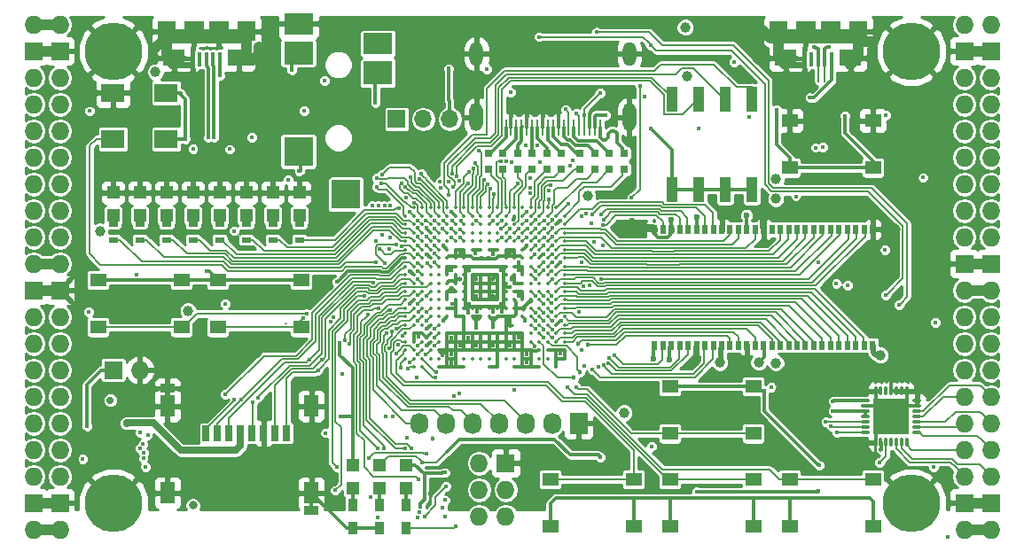
<source format=gtl>
G04 #@! TF.FileFunction,Copper,L1,Top,Signal*
%FSLAX46Y46*%
G04 Gerber Fmt 4.6, Leading zero omitted, Abs format (unit mm)*
G04 Created by KiCad (PCBNEW 4.0.7+dfsg1-1) date Thu Mar 29 14:14:46 2018*
%MOMM*%
%LPD*%
G01*
G04 APERTURE LIST*
%ADD10C,0.100000*%
%ADD11R,1.700000X1.700000*%
%ADD12O,1.700000X1.700000*%
%ADD13O,1.727200X1.727200*%
%ADD14R,1.727200X1.727200*%
%ADD15C,5.500000*%
%ADD16R,0.900000X1.200000*%
%ADD17R,2.100000X1.600000*%
%ADD18R,1.900000X1.900000*%
%ADD19R,0.400000X1.350000*%
%ADD20R,1.800000X1.900000*%
%ADD21O,0.850000X0.300000*%
%ADD22O,0.300000X0.850000*%
%ADD23R,1.675000X1.675000*%
%ADD24R,1.727200X2.032000*%
%ADD25O,1.727200X2.032000*%
%ADD26R,1.550000X1.300000*%
%ADD27R,1.120000X2.440000*%
%ADD28C,0.350000*%
%ADD29R,1.200000X1.200000*%
%ADD30R,2.800000X2.000000*%
%ADD31R,2.800000X2.200000*%
%ADD32R,2.800000X2.800000*%
%ADD33O,1.300000X2.700000*%
%ADD34O,1.300000X2.300000*%
%ADD35R,0.250000X1.600000*%
%ADD36R,0.700000X1.500000*%
%ADD37R,1.450000X0.900000*%
%ADD38R,1.450000X2.000000*%
%ADD39R,2.200000X1.800000*%
%ADD40R,0.560000X0.900000*%
%ADD41R,0.900000X0.500000*%
%ADD42R,0.750000X0.800000*%
%ADD43C,0.400000*%
%ADD44C,1.000000*%
%ADD45C,0.600000*%
%ADD46C,0.454000*%
%ADD47C,0.800000*%
%ADD48C,0.700000*%
%ADD49C,0.300000*%
%ADD50C,0.190000*%
%ADD51C,1.000000*%
%ADD52C,0.500000*%
%ADD53C,0.600000*%
%ADD54C,0.200000*%
%ADD55C,0.700000*%
%ADD56C,0.127000*%
%ADD57C,0.180000*%
%ADD58C,0.254000*%
G04 APERTURE END LIST*
D10*
D11*
X130056000Y-71725000D03*
D12*
X132596000Y-71725000D03*
X135136000Y-71725000D03*
D13*
X97910000Y-62690000D03*
X95370000Y-62690000D03*
D14*
X97910000Y-65230000D03*
X95370000Y-65230000D03*
D13*
X97910000Y-67770000D03*
X95370000Y-67770000D03*
X97910000Y-70310000D03*
X95370000Y-70310000D03*
X97910000Y-72850000D03*
X95370000Y-72850000D03*
X97910000Y-75390000D03*
X95370000Y-75390000D03*
X97910000Y-77930000D03*
X95370000Y-77930000D03*
X97910000Y-80470000D03*
X95370000Y-80470000D03*
X97910000Y-83010000D03*
X95370000Y-83010000D03*
X97910000Y-85550000D03*
X95370000Y-85550000D03*
D14*
X97910000Y-88090000D03*
X95370000Y-88090000D03*
D13*
X97910000Y-90630000D03*
X95370000Y-90630000D03*
X97910000Y-93170000D03*
X95370000Y-93170000D03*
X97910000Y-95710000D03*
X95370000Y-95710000D03*
X97910000Y-98250000D03*
X95370000Y-98250000D03*
X97910000Y-100790000D03*
X95370000Y-100790000D03*
X97910000Y-103330000D03*
X95370000Y-103330000D03*
X97910000Y-105870000D03*
X95370000Y-105870000D03*
D14*
X97910000Y-108410000D03*
X95370000Y-108410000D03*
D13*
X97910000Y-110950000D03*
X95370000Y-110950000D03*
X184270000Y-110950000D03*
X186810000Y-110950000D03*
D14*
X184270000Y-108410000D03*
X186810000Y-108410000D03*
D13*
X184270000Y-105870000D03*
X186810000Y-105870000D03*
X184270000Y-103330000D03*
X186810000Y-103330000D03*
X184270000Y-100790000D03*
X186810000Y-100790000D03*
X184270000Y-98250000D03*
X186810000Y-98250000D03*
X184270000Y-95710000D03*
X186810000Y-95710000D03*
X184270000Y-93170000D03*
X186810000Y-93170000D03*
X184270000Y-90630000D03*
X186810000Y-90630000D03*
X184270000Y-88090000D03*
X186810000Y-88090000D03*
D14*
X184270000Y-85550000D03*
X186810000Y-85550000D03*
D13*
X184270000Y-83010000D03*
X186810000Y-83010000D03*
X184270000Y-80470000D03*
X186810000Y-80470000D03*
X184270000Y-77930000D03*
X186810000Y-77930000D03*
X184270000Y-75390000D03*
X186810000Y-75390000D03*
X184270000Y-72850000D03*
X186810000Y-72850000D03*
X184270000Y-70310000D03*
X186810000Y-70310000D03*
X184270000Y-67770000D03*
X186810000Y-67770000D03*
D14*
X184270000Y-65230000D03*
X186810000Y-65230000D03*
D13*
X184270000Y-62690000D03*
X186810000Y-62690000D03*
D15*
X102990000Y-108410000D03*
X179190000Y-108410000D03*
X179190000Y-65230000D03*
X102990000Y-65230000D03*
D14*
X102990000Y-95710000D03*
D13*
X105530000Y-95710000D03*
D16*
X128390000Y-108580000D03*
X128390000Y-110780000D03*
X130930000Y-110780000D03*
X130930000Y-108580000D03*
D17*
X114980000Y-65875000D03*
X108780000Y-65875000D03*
D18*
X113080000Y-63325000D03*
X110680000Y-63325000D03*
D19*
X113180000Y-66000000D03*
X112530000Y-66000000D03*
X111880000Y-66000000D03*
X111230000Y-66000000D03*
X110580000Y-66000000D03*
D20*
X115680000Y-63325000D03*
X108080000Y-63325000D03*
D17*
X173400000Y-65875000D03*
X167200000Y-65875000D03*
D18*
X171500000Y-63325000D03*
X169100000Y-63325000D03*
D19*
X171600000Y-66000000D03*
X170950000Y-66000000D03*
X170300000Y-66000000D03*
X169650000Y-66000000D03*
X169000000Y-66000000D03*
D20*
X174100000Y-63325000D03*
X166500000Y-63325000D03*
D14*
X140455000Y-104600000D03*
D13*
X137915000Y-104600000D03*
X140455000Y-107140000D03*
X137915000Y-107140000D03*
X140455000Y-109680000D03*
X137915000Y-109680000D03*
D21*
X179735000Y-101655000D03*
X179735000Y-101155000D03*
X179735000Y-100655000D03*
X179735000Y-100155000D03*
X179735000Y-99655000D03*
X179735000Y-99155000D03*
X179735000Y-98655000D03*
D22*
X178785000Y-97705000D03*
X178285000Y-97705000D03*
X177785000Y-97705000D03*
X177285000Y-97705000D03*
X176785000Y-97705000D03*
X176285000Y-97705000D03*
X175785000Y-97705000D03*
D21*
X174835000Y-98655000D03*
X174835000Y-99155000D03*
X174835000Y-99655000D03*
X174835000Y-100155000D03*
X174835000Y-100655000D03*
X174835000Y-101155000D03*
X174835000Y-101655000D03*
D22*
X175785000Y-102605000D03*
X176285000Y-102605000D03*
X176785000Y-102605000D03*
X177285000Y-102605000D03*
X177785000Y-102605000D03*
X178285000Y-102605000D03*
X178785000Y-102605000D03*
D23*
X176447500Y-99317500D03*
X176447500Y-100992500D03*
X178122500Y-99317500D03*
X178122500Y-100992500D03*
D24*
X147440000Y-100790000D03*
D25*
X144900000Y-100790000D03*
X142360000Y-100790000D03*
X139820000Y-100790000D03*
X137280000Y-100790000D03*
X134740000Y-100790000D03*
X132200000Y-100790000D03*
D26*
X175550000Y-71870000D03*
X175550000Y-76370000D03*
X167590000Y-76370000D03*
X167590000Y-71870000D03*
X101550000Y-91610000D03*
X101550000Y-87110000D03*
X109510000Y-87110000D03*
X109510000Y-91610000D03*
X112980000Y-91610000D03*
X112980000Y-87110000D03*
X120940000Y-87110000D03*
X120940000Y-91610000D03*
X156160000Y-101770000D03*
X156160000Y-97270000D03*
X164120000Y-97270000D03*
X164120000Y-101770000D03*
X164120000Y-106160000D03*
X164120000Y-110660000D03*
X156160000Y-110660000D03*
X156160000Y-106160000D03*
X152690000Y-106160000D03*
X152690000Y-110660000D03*
X144730000Y-110660000D03*
X144730000Y-106160000D03*
X175550000Y-106160000D03*
X175550000Y-110660000D03*
X167590000Y-110660000D03*
X167590000Y-106160000D03*
D27*
X156330000Y-78425000D03*
X163950000Y-69815000D03*
X158870000Y-78425000D03*
X161410000Y-69815000D03*
X161410000Y-78425000D03*
X158870000Y-69815000D03*
X163950000Y-78425000D03*
X156330000Y-69815000D03*
D28*
X131680000Y-80200000D03*
X132480000Y-80200000D03*
X133280000Y-80200000D03*
X134080000Y-80200000D03*
X134880000Y-80200000D03*
X135680000Y-80200000D03*
X136480000Y-80200000D03*
X137280000Y-80200000D03*
X138080000Y-80200000D03*
X138880000Y-80200000D03*
X139680000Y-80200000D03*
X140480000Y-80200000D03*
X141280000Y-80200000D03*
X142080000Y-80200000D03*
X142880000Y-80200000D03*
X143680000Y-80200000D03*
X144480000Y-80200000D03*
X145280000Y-80200000D03*
X130880000Y-81000000D03*
X131680000Y-81000000D03*
X132480000Y-81000000D03*
X133280000Y-81000000D03*
X134080000Y-81000000D03*
X134880000Y-81000000D03*
X135680000Y-81000000D03*
X136480000Y-81000000D03*
X137280000Y-81000000D03*
X138080000Y-81000000D03*
X138880000Y-81000000D03*
X139680000Y-81000000D03*
X140480000Y-81000000D03*
X141280000Y-81000000D03*
X142080000Y-81000000D03*
X142880000Y-81000000D03*
X143680000Y-81000000D03*
X144480000Y-81000000D03*
X145280000Y-81000000D03*
X146080000Y-81000000D03*
X130880000Y-81800000D03*
X131680000Y-81800000D03*
X132480000Y-81800000D03*
X133280000Y-81800000D03*
X134080000Y-81800000D03*
X134880000Y-81800000D03*
X135680000Y-81800000D03*
X136480000Y-81800000D03*
X137280000Y-81800000D03*
X138080000Y-81800000D03*
X138880000Y-81800000D03*
X139680000Y-81800000D03*
X140480000Y-81800000D03*
X141280000Y-81800000D03*
X142080000Y-81800000D03*
X142880000Y-81800000D03*
X143680000Y-81800000D03*
X144480000Y-81800000D03*
X145280000Y-81800000D03*
X146080000Y-81800000D03*
X130880000Y-82600000D03*
X131680000Y-82600000D03*
X132480000Y-82600000D03*
X133280000Y-82600000D03*
X134080000Y-82600000D03*
X134880000Y-82600000D03*
X135680000Y-82600000D03*
X136480000Y-82600000D03*
X137280000Y-82600000D03*
X138080000Y-82600000D03*
X138880000Y-82600000D03*
X139680000Y-82600000D03*
X140480000Y-82600000D03*
X141280000Y-82600000D03*
X142080000Y-82600000D03*
X142880000Y-82600000D03*
X143680000Y-82600000D03*
X144480000Y-82600000D03*
X145280000Y-82600000D03*
X146080000Y-82600000D03*
X130880000Y-83400000D03*
X131680000Y-83400000D03*
X132480000Y-83400000D03*
X133280000Y-83400000D03*
X134080000Y-83400000D03*
X134880000Y-83400000D03*
X135680000Y-83400000D03*
X136480000Y-83400000D03*
X137280000Y-83400000D03*
X138080000Y-83400000D03*
X138880000Y-83400000D03*
X139680000Y-83400000D03*
X140480000Y-83400000D03*
X141280000Y-83400000D03*
X142080000Y-83400000D03*
X142880000Y-83400000D03*
X143680000Y-83400000D03*
X144480000Y-83400000D03*
X145280000Y-83400000D03*
X146080000Y-83400000D03*
X130880000Y-84200000D03*
X131680000Y-84200000D03*
X132480000Y-84200000D03*
X133280000Y-84200000D03*
X134080000Y-84200000D03*
X134880000Y-84200000D03*
X135680000Y-84200000D03*
X136480000Y-84200000D03*
X137280000Y-84200000D03*
X138080000Y-84200000D03*
X138880000Y-84200000D03*
X139680000Y-84200000D03*
X140480000Y-84200000D03*
X141280000Y-84200000D03*
X142080000Y-84200000D03*
X142880000Y-84200000D03*
X143680000Y-84200000D03*
X144480000Y-84200000D03*
X145280000Y-84200000D03*
X146080000Y-84200000D03*
X130880000Y-85000000D03*
X131680000Y-85000000D03*
X132480000Y-85000000D03*
X133280000Y-85000000D03*
X134080000Y-85000000D03*
X134880000Y-85000000D03*
X135680000Y-85000000D03*
X136480000Y-85000000D03*
X137280000Y-85000000D03*
X138080000Y-85000000D03*
X138880000Y-85000000D03*
X139680000Y-85000000D03*
X140480000Y-85000000D03*
X141280000Y-85000000D03*
X142080000Y-85000000D03*
X142880000Y-85000000D03*
X143680000Y-85000000D03*
X144480000Y-85000000D03*
X145280000Y-85000000D03*
X146080000Y-85000000D03*
X130880000Y-85800000D03*
X131680000Y-85800000D03*
X132480000Y-85800000D03*
X133280000Y-85800000D03*
X134080000Y-85800000D03*
X134880000Y-85800000D03*
X135680000Y-85800000D03*
X136480000Y-85800000D03*
X137280000Y-85800000D03*
X138080000Y-85800000D03*
X138880000Y-85800000D03*
X139680000Y-85800000D03*
X140480000Y-85800000D03*
X141280000Y-85800000D03*
X142080000Y-85800000D03*
X142880000Y-85800000D03*
X143680000Y-85800000D03*
X144480000Y-85800000D03*
X145280000Y-85800000D03*
X146080000Y-85800000D03*
X130880000Y-86600000D03*
X131680000Y-86600000D03*
X132480000Y-86600000D03*
X133280000Y-86600000D03*
X134080000Y-86600000D03*
X134880000Y-86600000D03*
X135680000Y-86600000D03*
X136480000Y-86600000D03*
X137280000Y-86600000D03*
X138080000Y-86600000D03*
X138880000Y-86600000D03*
X139680000Y-86600000D03*
X140480000Y-86600000D03*
X141280000Y-86600000D03*
X142080000Y-86600000D03*
X142880000Y-86600000D03*
X143680000Y-86600000D03*
X144480000Y-86600000D03*
X145280000Y-86600000D03*
X146080000Y-86600000D03*
X130880000Y-87400000D03*
X131680000Y-87400000D03*
X132480000Y-87400000D03*
X133280000Y-87400000D03*
X134080000Y-87400000D03*
X134880000Y-87400000D03*
X135680000Y-87400000D03*
X136480000Y-87400000D03*
X137280000Y-87400000D03*
X138080000Y-87400000D03*
X138880000Y-87400000D03*
X139680000Y-87400000D03*
X140480000Y-87400000D03*
X141280000Y-87400000D03*
X142080000Y-87400000D03*
X142880000Y-87400000D03*
X143680000Y-87400000D03*
X144480000Y-87400000D03*
X145280000Y-87400000D03*
X146080000Y-87400000D03*
X130880000Y-88200000D03*
X131680000Y-88200000D03*
X132480000Y-88200000D03*
X133280000Y-88200000D03*
X134080000Y-88200000D03*
X134880000Y-88200000D03*
X135680000Y-88200000D03*
X136480000Y-88200000D03*
X137280000Y-88200000D03*
X138080000Y-88200000D03*
X138880000Y-88200000D03*
X139680000Y-88200000D03*
X140480000Y-88200000D03*
X141280000Y-88200000D03*
X142080000Y-88200000D03*
X142880000Y-88200000D03*
X143680000Y-88200000D03*
X144480000Y-88200000D03*
X145280000Y-88200000D03*
X146080000Y-88200000D03*
X130880000Y-89000000D03*
X131680000Y-89000000D03*
X132480000Y-89000000D03*
X133280000Y-89000000D03*
X134080000Y-89000000D03*
X134880000Y-89000000D03*
X135680000Y-89000000D03*
X136480000Y-89000000D03*
X137280000Y-89000000D03*
X138080000Y-89000000D03*
X138880000Y-89000000D03*
X139680000Y-89000000D03*
X140480000Y-89000000D03*
X141280000Y-89000000D03*
X142080000Y-89000000D03*
X142880000Y-89000000D03*
X143680000Y-89000000D03*
X144480000Y-89000000D03*
X145280000Y-89000000D03*
X146080000Y-89000000D03*
X130880000Y-89800000D03*
X131680000Y-89800000D03*
X132480000Y-89800000D03*
X133280000Y-89800000D03*
X134080000Y-89800000D03*
X134880000Y-89800000D03*
X135680000Y-89800000D03*
X136480000Y-89800000D03*
X137280000Y-89800000D03*
X138080000Y-89800000D03*
X138880000Y-89800000D03*
X139680000Y-89800000D03*
X140480000Y-89800000D03*
X141280000Y-89800000D03*
X142080000Y-89800000D03*
X142880000Y-89800000D03*
X143680000Y-89800000D03*
X144480000Y-89800000D03*
X145280000Y-89800000D03*
X146080000Y-89800000D03*
X130880000Y-90600000D03*
X131680000Y-90600000D03*
X132480000Y-90600000D03*
X133280000Y-90600000D03*
X134080000Y-90600000D03*
X134880000Y-90600000D03*
X135680000Y-90600000D03*
X136480000Y-90600000D03*
X137280000Y-90600000D03*
X138080000Y-90600000D03*
X138880000Y-90600000D03*
X139680000Y-90600000D03*
X140480000Y-90600000D03*
X141280000Y-90600000D03*
X142080000Y-90600000D03*
X142880000Y-90600000D03*
X143680000Y-90600000D03*
X144480000Y-90600000D03*
X145280000Y-90600000D03*
X146080000Y-90600000D03*
X130880000Y-91400000D03*
X131680000Y-91400000D03*
X132480000Y-91400000D03*
X133280000Y-91400000D03*
X134080000Y-91400000D03*
X142880000Y-91400000D03*
X143680000Y-91400000D03*
X144480000Y-91400000D03*
X145280000Y-91400000D03*
X146080000Y-91400000D03*
X130880000Y-92200000D03*
X131680000Y-92200000D03*
X132480000Y-92200000D03*
X133280000Y-92200000D03*
X134080000Y-92200000D03*
X134880000Y-92200000D03*
X135680000Y-92200000D03*
X136480000Y-92200000D03*
X137280000Y-92200000D03*
X138080000Y-92200000D03*
X138880000Y-92200000D03*
X139680000Y-92200000D03*
X140480000Y-92200000D03*
X141280000Y-92200000D03*
X142080000Y-92200000D03*
X142880000Y-92200000D03*
X143680000Y-92200000D03*
X144480000Y-92200000D03*
X145280000Y-92200000D03*
X146080000Y-92200000D03*
X130880000Y-93000000D03*
X131680000Y-93000000D03*
X132480000Y-93000000D03*
X133280000Y-93000000D03*
X134080000Y-93000000D03*
X134880000Y-93000000D03*
X135680000Y-93000000D03*
X136480000Y-93000000D03*
X137280000Y-93000000D03*
X138080000Y-93000000D03*
X138880000Y-93000000D03*
X139680000Y-93000000D03*
X140480000Y-93000000D03*
X141280000Y-93000000D03*
X142080000Y-93000000D03*
X142880000Y-93000000D03*
X143680000Y-93000000D03*
X144480000Y-93000000D03*
X145280000Y-93000000D03*
X146080000Y-93000000D03*
X130880000Y-93800000D03*
X131680000Y-93800000D03*
X132480000Y-93800000D03*
X133280000Y-93800000D03*
X134080000Y-93800000D03*
X134880000Y-93800000D03*
X135680000Y-93800000D03*
X136480000Y-93800000D03*
X137280000Y-93800000D03*
X138080000Y-93800000D03*
X138880000Y-93800000D03*
X139680000Y-93800000D03*
X140480000Y-93800000D03*
X141280000Y-93800000D03*
X142080000Y-93800000D03*
X142880000Y-93800000D03*
X143680000Y-93800000D03*
X144480000Y-93800000D03*
X145280000Y-93800000D03*
X146080000Y-93800000D03*
X130880000Y-94600000D03*
X131680000Y-94600000D03*
X132480000Y-94600000D03*
X133280000Y-94600000D03*
X134080000Y-94600000D03*
X134880000Y-94600000D03*
X135680000Y-94600000D03*
X136480000Y-94600000D03*
X137280000Y-94600000D03*
X138080000Y-94600000D03*
X138880000Y-94600000D03*
X139680000Y-94600000D03*
X140480000Y-94600000D03*
X141280000Y-94600000D03*
X142080000Y-94600000D03*
X142880000Y-94600000D03*
X143680000Y-94600000D03*
X144480000Y-94600000D03*
X145280000Y-94600000D03*
X146080000Y-94600000D03*
X131680000Y-95400000D03*
X132480000Y-95400000D03*
X134080000Y-95400000D03*
X134880000Y-95400000D03*
X135680000Y-95400000D03*
X136480000Y-95400000D03*
X138880000Y-95400000D03*
X139680000Y-95400000D03*
X141280000Y-95400000D03*
X142080000Y-95400000D03*
X142880000Y-95400000D03*
X143680000Y-95400000D03*
X145280000Y-95400000D03*
D29*
X125850000Y-104770000D03*
X125850000Y-106970000D03*
D16*
X125850000Y-108580000D03*
X125850000Y-110780000D03*
D29*
X128390000Y-104770000D03*
X128390000Y-106970000D03*
X120770000Y-80935000D03*
X120770000Y-78735000D03*
X118230000Y-80935000D03*
X118230000Y-78735000D03*
X115690000Y-80935000D03*
X115690000Y-78735000D03*
X113150000Y-80935000D03*
X113150000Y-78735000D03*
X110610000Y-80935000D03*
X110610000Y-78735000D03*
X108070000Y-80935000D03*
X108070000Y-78735000D03*
X105530000Y-80935000D03*
X105530000Y-78735000D03*
X102990000Y-80935000D03*
X102990000Y-78735000D03*
X130930000Y-104770000D03*
X130930000Y-106970000D03*
D30*
X120668000Y-62618000D03*
D31*
X120668000Y-65418000D03*
D32*
X120668000Y-74818000D03*
X125218000Y-78918000D03*
D31*
X128268000Y-67318000D03*
D30*
X128268000Y-64518000D03*
D33*
X152280000Y-71550000D03*
X137680000Y-71550000D03*
D34*
X137680000Y-65500000D03*
D35*
X140480000Y-72500000D03*
X140980000Y-72500000D03*
X141480000Y-72500000D03*
X141980000Y-72500000D03*
X142480000Y-72500000D03*
X142980000Y-72500000D03*
X143480000Y-72500000D03*
X143980000Y-72500000D03*
X144480000Y-72500000D03*
X144980000Y-72500000D03*
X145480000Y-72500000D03*
X145980000Y-72500000D03*
X146480000Y-72500000D03*
X146980000Y-72500000D03*
X147480000Y-72500000D03*
X147980000Y-72500000D03*
X148480000Y-72500000D03*
X148980000Y-72500000D03*
X149480000Y-72500000D03*
D34*
X152280000Y-65500000D03*
D36*
X111850000Y-101750000D03*
X112950000Y-101750000D03*
X114050000Y-101750000D03*
X115150000Y-101750000D03*
X116250000Y-101750000D03*
X117350000Y-101750000D03*
X118450000Y-101750000D03*
X119550000Y-101750000D03*
D37*
X108175000Y-97450000D03*
X121925000Y-109150000D03*
D38*
X121925000Y-99150000D03*
X108175000Y-99150000D03*
X108175000Y-107450000D03*
X121925000Y-107450000D03*
D39*
X108040000Y-69220000D03*
X102960000Y-69220000D03*
X102960000Y-73620000D03*
X108040000Y-73620000D03*
D40*
X175493000Y-82270000D03*
X154693000Y-93330000D03*
X155493000Y-93330000D03*
X156293000Y-93330000D03*
X157093000Y-93330000D03*
X157893000Y-93330000D03*
X158693000Y-93330000D03*
X159493000Y-93330000D03*
X160293000Y-93330000D03*
X161093000Y-93330000D03*
X161893000Y-93330000D03*
X162693000Y-93330000D03*
X163493000Y-93330000D03*
X164293000Y-93330000D03*
X165093000Y-93330000D03*
X165893000Y-93330000D03*
X166693000Y-93330000D03*
X167493000Y-93330000D03*
X168293000Y-93330000D03*
X169093000Y-93330000D03*
X169893000Y-93330000D03*
X170693000Y-93330000D03*
X171493000Y-93330000D03*
X172293000Y-93330000D03*
X173093000Y-93330000D03*
X173893000Y-93330000D03*
X174693000Y-93330000D03*
X175493000Y-93330000D03*
X174693000Y-82270000D03*
X173893000Y-82270000D03*
X173093000Y-82270000D03*
X172293000Y-82270000D03*
X171493000Y-82270000D03*
X170693000Y-82270000D03*
X169893000Y-82270000D03*
X169093000Y-82270000D03*
X168293000Y-82270000D03*
X167493000Y-82270000D03*
X166693000Y-82270000D03*
X165893000Y-82270000D03*
X165093000Y-82270000D03*
X164293000Y-82270000D03*
X163493000Y-82270000D03*
X162693000Y-82270000D03*
X161893000Y-82270000D03*
X161093000Y-82270000D03*
X160293000Y-82270000D03*
X159493000Y-82270000D03*
X158693000Y-82270000D03*
X157893000Y-82270000D03*
X157093000Y-82270000D03*
X156293000Y-82270000D03*
X155493000Y-82270000D03*
X154693000Y-82270000D03*
D41*
X120770000Y-83252000D03*
X120770000Y-81752000D03*
X118230000Y-83252000D03*
X118230000Y-81752000D03*
X115690000Y-83252000D03*
X115690000Y-81752000D03*
X113150000Y-83252000D03*
X113150000Y-81752000D03*
X110610000Y-83252000D03*
X110610000Y-81752000D03*
X108070000Y-83252000D03*
X108070000Y-81752000D03*
X105530000Y-83252000D03*
X105530000Y-81752000D03*
X102990000Y-83252000D03*
X102990000Y-81752000D03*
D42*
X150361000Y-75021000D03*
X150361000Y-76521000D03*
X151758000Y-75021000D03*
X151758000Y-76521000D03*
X140201000Y-75021000D03*
X140201000Y-76521000D03*
X142995000Y-75021000D03*
X142995000Y-76521000D03*
X145789000Y-75021000D03*
X145789000Y-76521000D03*
X148964000Y-75021000D03*
X148964000Y-76521000D03*
X138804000Y-75021000D03*
X138804000Y-76521000D03*
X141598000Y-75021000D03*
X141598000Y-76521000D03*
X144392000Y-75021000D03*
X144392000Y-76521000D03*
X147567000Y-75009000D03*
X147567000Y-76509000D03*
D43*
X141740000Y-70201000D03*
X141171192Y-81309931D03*
X131264297Y-86227110D03*
X132882184Y-84635372D03*
X132880004Y-82103335D03*
X173856000Y-71538990D03*
D44*
X164947008Y-63194069D03*
X175494572Y-64322557D03*
D43*
X135342764Y-89381630D03*
X144103496Y-84660400D03*
D44*
X177658444Y-82281349D03*
D43*
X145680000Y-81405125D03*
X145691238Y-94166752D03*
X145759873Y-91010176D03*
D45*
X152525938Y-81463870D03*
D44*
X162956098Y-95078488D03*
X158539988Y-94868772D03*
D45*
X161075765Y-80992022D03*
X164882869Y-80938986D03*
X156262773Y-81349374D03*
X123437000Y-108972000D03*
D43*
X135281276Y-80583119D03*
X131279502Y-89407325D03*
X170309539Y-85441529D03*
X145672808Y-85396062D03*
X133216000Y-107465000D03*
X137680000Y-88600000D03*
X142480000Y-95000000D03*
X141680000Y-92600000D03*
X140836000Y-84534000D03*
X135284627Y-94985297D03*
X135288625Y-94225619D03*
X134455822Y-94267172D03*
X136095958Y-93369652D03*
D46*
X139264636Y-91615205D03*
D44*
X116880503Y-64802940D03*
X106974809Y-64953974D03*
D43*
X177285000Y-95710000D03*
X140874194Y-91433353D03*
X142480000Y-94200000D03*
X140880000Y-93400000D03*
X139280000Y-93400000D03*
X137680000Y-93400000D03*
X136880000Y-92600000D03*
X135280000Y-92600000D03*
X132880000Y-91800000D03*
X132880000Y-93400000D03*
D46*
X141042859Y-86994997D03*
X139280000Y-87000000D03*
X136110990Y-86995403D03*
X137680000Y-87000000D03*
X136080000Y-84600000D03*
X139280000Y-88600000D03*
D43*
X172047074Y-87438453D03*
D44*
X166255545Y-79350736D03*
X166275426Y-77452540D03*
X157807568Y-67669269D03*
X101707889Y-82423180D03*
X107021491Y-67228122D03*
X166284693Y-95025145D03*
D43*
X150030853Y-71331848D03*
D44*
X157600000Y-62944000D03*
D43*
X181341888Y-104945434D03*
X181491000Y-91156000D03*
X171709918Y-99619659D03*
X171709918Y-98665996D03*
X135009000Y-66899000D03*
X140936031Y-69178713D03*
X138653686Y-66932248D03*
X135279386Y-87846456D03*
X119692151Y-77494120D03*
X113660608Y-89375718D03*
D44*
X148268387Y-79050018D03*
D43*
X137659051Y-91638034D03*
X158870000Y-72596000D03*
X114513935Y-82409431D03*
X109840000Y-73620000D03*
X132110753Y-92527478D03*
X165803369Y-97344883D03*
D44*
X160905403Y-95006436D03*
D45*
X158731133Y-81048929D03*
X154593901Y-94607945D03*
X156088245Y-94762980D03*
D44*
X164625730Y-94982471D03*
D45*
X163462982Y-80942429D03*
D44*
X176254940Y-94288458D03*
D47*
X110593913Y-108636458D03*
D43*
X180340784Y-77316932D03*
X173137949Y-87594275D03*
D48*
X102710050Y-98594954D03*
D43*
X129005202Y-100174798D03*
X176305593Y-103279812D03*
X100080000Y-104200000D03*
X139272517Y-84611349D03*
X141680000Y-86200000D03*
X132880000Y-92600000D03*
X141680000Y-88600000D03*
X141680000Y-85400000D03*
X130019597Y-91733045D03*
X121431221Y-90311593D03*
X121088335Y-90753785D03*
X130583026Y-92475628D03*
X146394787Y-97333919D03*
X143300000Y-86220000D03*
X147175985Y-97333919D03*
X147700000Y-93820000D03*
X144900000Y-91820000D03*
X142277990Y-91000000D03*
D44*
X110128890Y-90028152D03*
D43*
X142480000Y-83800000D03*
X134480000Y-83800000D03*
X134480000Y-91000000D03*
X153761418Y-69551692D03*
X121209142Y-70936206D03*
X123140100Y-68036603D03*
X105245010Y-86595559D03*
X169517039Y-69686488D03*
X170362901Y-107286196D03*
X158716651Y-107325176D03*
X136028224Y-97922729D03*
X128216338Y-109760338D03*
X132708000Y-109680000D03*
X134750646Y-106810513D03*
X133680000Y-91800000D03*
X135517016Y-98167170D03*
X134675868Y-108131585D03*
D46*
X133449289Y-102232615D03*
D43*
X133680000Y-92600000D03*
X127419091Y-104077728D03*
X132936956Y-103711000D03*
X133685482Y-93402296D03*
X134463998Y-108841973D03*
X131986331Y-96404793D03*
X131039072Y-102187000D03*
X134636872Y-109719950D03*
X132846234Y-94197073D03*
X176700000Y-84220000D03*
X143260000Y-84620000D03*
X120739932Y-76694083D03*
X128024000Y-70201000D03*
X149498781Y-69238969D03*
X147983153Y-71347080D03*
X147186000Y-71200000D03*
X127810351Y-87344981D03*
X121687479Y-94718249D03*
X132083026Y-86260405D03*
X113700000Y-98020000D03*
X116325960Y-98790853D03*
X122932649Y-94724357D03*
X124849021Y-96102869D03*
X122527919Y-95725900D03*
X116198000Y-73474420D03*
X127586603Y-107875044D03*
X113157250Y-67567056D03*
X146180000Y-70800000D03*
X131453853Y-103208291D03*
X149771692Y-81825658D03*
X144080000Y-86200000D03*
X149553145Y-86989440D03*
X144894316Y-86977564D03*
X144896700Y-83835368D03*
X149549750Y-80868432D03*
D46*
X147343891Y-93217126D03*
D43*
X144113248Y-92588762D03*
X144875155Y-86292748D03*
X149846468Y-81303978D03*
X148696112Y-80861847D03*
X144916886Y-82991356D03*
D46*
X148349010Y-93322307D03*
D43*
X144882352Y-92577990D03*
X144902941Y-90956495D03*
X148747982Y-95669626D03*
X144867244Y-90112484D03*
X149795895Y-95251084D03*
X144855814Y-89268481D03*
X150278898Y-95040253D03*
X150345974Y-94517527D03*
X144877648Y-88622010D03*
X150889207Y-94332565D03*
X143280000Y-87000000D03*
X130211351Y-93284273D03*
X131084713Y-95564177D03*
X130422000Y-95456000D03*
X131316164Y-94959140D03*
X130053332Y-94113207D03*
X132031990Y-93400000D03*
X129371747Y-93601166D03*
X141280657Y-97642010D03*
X133852393Y-95875797D03*
X133762848Y-96395146D03*
X132080000Y-94200000D03*
X105890482Y-103613569D03*
X128451712Y-84132002D03*
X129449238Y-89938001D03*
X130839477Y-103208987D03*
X132075624Y-89410644D03*
X128806823Y-103185900D03*
X128309142Y-89783859D03*
X132162861Y-106185868D03*
X132880000Y-88600000D03*
X126970181Y-88622830D03*
X124322162Y-105002357D03*
X132080000Y-87000000D03*
X125525099Y-93236764D03*
X124202418Y-107207639D03*
X110599084Y-74589383D03*
X132024412Y-109766775D03*
X114104080Y-74612196D03*
X132219727Y-109277292D03*
X115190634Y-98572389D03*
X131729034Y-79700389D03*
X132088008Y-81408008D03*
X132079995Y-82103334D03*
X132872609Y-82947350D03*
X133627359Y-81414685D03*
X133648389Y-82190597D03*
X131353451Y-77264702D03*
X130550116Y-77838328D03*
X129568570Y-92005655D03*
X132880000Y-91000000D03*
X129055731Y-92212926D03*
X132077338Y-91002010D03*
X130272149Y-80238214D03*
X131271767Y-80592217D03*
X128091794Y-85439936D03*
X132089786Y-85479378D03*
X134231628Y-78319445D03*
X163703220Y-71542164D03*
X134433979Y-82180155D03*
X135656559Y-110610712D03*
X149495225Y-104009099D03*
X132468001Y-104503413D03*
D48*
X104260000Y-100790000D03*
D43*
X114560994Y-98539563D03*
X116800000Y-98320000D03*
X111895217Y-86253790D03*
X170383147Y-104803648D03*
X165170594Y-97666317D03*
X169506589Y-107953726D03*
X170026483Y-74446860D03*
X142571021Y-82204353D03*
X143287402Y-83042010D03*
X154425580Y-102987766D03*
X168166438Y-79108038D03*
X112614274Y-73474420D03*
X112074854Y-73474420D03*
X176185734Y-104520755D03*
X143269694Y-93414905D03*
X172088748Y-101653244D03*
X143280000Y-91800000D03*
X171544861Y-101086833D03*
X144064831Y-91877646D03*
X171031350Y-100628341D03*
X144080000Y-90956495D03*
X135420053Y-78211778D03*
X135277990Y-82193851D03*
X135781183Y-77211579D03*
X136124555Y-82260038D03*
X135353920Y-76903054D03*
X136080000Y-83000000D03*
X142785835Y-77341923D03*
X170739071Y-74406366D03*
X142460000Y-83020000D03*
X143280000Y-83800000D03*
X169919000Y-64849000D03*
X171316000Y-64849000D03*
X125110333Y-92897638D03*
X124361185Y-87274371D03*
X124361184Y-87274370D03*
X182675150Y-111637626D03*
X172853718Y-71407275D03*
X166353476Y-70835462D03*
X123273881Y-101715917D03*
X129660000Y-100155000D03*
X127301917Y-90417883D03*
X132084049Y-88558274D03*
X128280000Y-103200000D03*
X120008000Y-67008000D03*
X129437600Y-79946788D03*
X133680000Y-83000000D03*
X128910793Y-79983259D03*
X133680000Y-83800000D03*
X130487935Y-83869856D03*
X128330119Y-79985525D03*
X128913013Y-85505853D03*
X129992018Y-83691508D03*
X127753104Y-79997190D03*
X133680000Y-85400000D03*
X140896226Y-87816226D03*
X140038941Y-89350966D03*
X136944530Y-89373464D03*
D46*
X136938110Y-86196311D03*
D43*
X140014602Y-86192969D03*
X139285803Y-90177691D03*
X137689001Y-90122990D03*
D44*
X151758000Y-99774000D03*
D43*
X136885174Y-90194826D03*
X140094890Y-90122990D03*
X135008697Y-79000518D03*
X135280000Y-83022010D03*
X154298000Y-72596000D03*
X100450000Y-101044000D03*
X132285867Y-108754446D03*
X134707351Y-105508447D03*
X139280000Y-81400000D03*
X139304556Y-78913792D03*
X139024483Y-78419090D03*
X138702723Y-77981589D03*
X138390435Y-77551542D03*
X137918524Y-74732850D03*
X137680000Y-81400000D03*
X137560310Y-75961263D03*
X137375262Y-76454719D03*
X136958091Y-76776759D03*
X136907679Y-77875625D03*
X136064002Y-77656276D03*
X136160979Y-81416027D03*
X135047072Y-77733978D03*
X135316968Y-81442010D03*
X134203061Y-77712729D03*
X134471370Y-81406751D03*
D46*
X146942280Y-96452058D03*
X147534467Y-95913260D03*
D43*
X147928857Y-95339016D03*
X143322010Y-91000657D03*
X149284391Y-95377990D03*
X144077013Y-90266968D03*
X147430953Y-90112484D03*
X144076240Y-89395301D03*
X143322010Y-90201951D03*
X147910791Y-87683418D03*
X144082832Y-88584510D03*
X148483539Y-87623462D03*
X143322010Y-88595030D03*
X144102010Y-85397219D03*
X144889349Y-85448737D03*
X147687390Y-85374093D03*
X149732494Y-83807694D03*
X144912409Y-84635817D03*
X148921512Y-83442010D03*
X144103186Y-83777990D03*
X144131413Y-83000000D03*
X148610661Y-81705858D03*
X144888125Y-82147345D03*
X144176662Y-82199998D03*
X148175253Y-80781550D03*
X147688311Y-80983115D03*
X144880008Y-81303333D03*
X142811300Y-78846033D03*
X142460000Y-81420000D03*
X142784407Y-78283067D03*
X142460000Y-80620000D03*
X144606344Y-78517346D03*
X144175043Y-81398770D03*
X144791531Y-78023942D03*
X146587441Y-76174058D03*
X143332651Y-82197990D03*
X146901448Y-75654906D03*
X143331031Y-81377293D03*
X143708879Y-75817300D03*
X141727010Y-82998875D03*
X141727010Y-82194937D03*
X140028978Y-82200000D03*
X141624813Y-77914503D03*
X142418848Y-74257965D03*
X140861329Y-83041266D03*
X143457010Y-74219135D03*
X140872990Y-82177164D03*
X132197462Y-77454139D03*
X132389081Y-76963198D03*
X128644933Y-77050030D03*
X128152012Y-77332672D03*
X128125571Y-78233647D03*
X128590544Y-77894041D03*
X130878594Y-78253288D03*
X130952639Y-79249008D03*
X132783339Y-81400004D03*
X129458086Y-83004065D03*
X132079024Y-82947345D03*
X105572759Y-101661319D03*
X128676034Y-82754490D03*
X132881746Y-83791361D03*
X106276126Y-101893466D03*
X105840996Y-102767214D03*
X129302562Y-84153497D03*
X132083682Y-83791356D03*
X105553144Y-103208669D03*
X128068051Y-83340532D03*
X132092886Y-84635367D03*
X105847765Y-104138847D03*
X133671942Y-84595200D03*
X132944146Y-85529791D03*
X106088753Y-104974041D03*
X124707442Y-100126977D03*
X124632693Y-93120351D03*
X123714874Y-91057383D03*
X132900000Y-90180000D03*
X124022612Y-90627600D03*
X132100000Y-90157990D03*
X139989376Y-75748003D03*
X162271466Y-66284958D03*
X140514378Y-75793988D03*
X140080000Y-81400000D03*
X176797084Y-71341791D03*
X153261256Y-68522990D03*
X176779363Y-88536786D03*
X154329326Y-64643767D03*
X152497066Y-79193467D03*
X146481406Y-79819384D03*
X143650666Y-63862520D03*
X178049758Y-89464805D03*
X141038789Y-75846279D03*
X140060000Y-83020000D03*
X149134122Y-63424051D03*
X144606344Y-79361357D03*
X100743921Y-70960523D03*
X100652119Y-90162239D03*
X137550785Y-84577294D03*
X135280000Y-86200000D03*
D49*
X154680000Y-81486121D02*
X154657528Y-81463649D01*
D50*
X119425148Y-91210000D02*
X119484873Y-91269725D01*
D49*
X140980000Y-71200000D02*
X140980000Y-70961000D01*
X140980000Y-70961000D02*
X141740000Y-70201000D01*
X135505001Y-87225001D02*
X135680000Y-87400000D01*
X135054999Y-87225001D02*
X135505001Y-87225001D01*
X134880000Y-87400000D02*
X135054999Y-87225001D01*
X141280000Y-81247487D02*
X141217556Y-81309931D01*
X141280000Y-81000000D02*
X141280000Y-81247487D01*
X141217556Y-81309931D02*
X141171192Y-81309931D01*
X131307110Y-86227110D02*
X131264297Y-86227110D01*
X131680000Y-86600000D02*
X131307110Y-86227110D01*
X133280000Y-85000000D02*
X132915372Y-84635372D01*
X132915372Y-84635372D02*
X132882184Y-84635372D01*
X133280000Y-82600000D02*
X132880004Y-82200004D01*
X132880004Y-82200004D02*
X132880004Y-82103335D01*
X152525938Y-81463870D02*
X152982068Y-81920000D01*
X155023970Y-83029572D02*
X155962030Y-83029572D01*
X152982068Y-81920000D02*
X154589000Y-81920000D01*
X154589000Y-81920000D02*
X154589000Y-82585157D01*
X154589000Y-82585157D02*
X154820092Y-82816249D01*
X154820092Y-82816249D02*
X154820092Y-82825694D01*
X154820092Y-82825694D02*
X155023970Y-83029572D01*
X155962030Y-83029572D02*
X156205000Y-82786602D01*
X156205000Y-82786602D02*
X156205000Y-81920000D01*
X174055999Y-71738989D02*
X173856000Y-71538990D01*
X174187010Y-71870000D02*
X174055999Y-71738989D01*
X175550000Y-71870000D02*
X174187010Y-71870000D01*
D51*
X165447007Y-63694068D02*
X164947008Y-63194069D01*
X165712939Y-63960000D02*
X165447007Y-63694068D01*
X166500000Y-63960000D02*
X165712939Y-63960000D01*
X174787466Y-64322557D02*
X175494572Y-64322557D01*
X174462557Y-64322557D02*
X174787466Y-64322557D01*
X174100000Y-63960000D02*
X174462557Y-64322557D01*
D49*
X135661630Y-89381630D02*
X135625606Y-89381630D01*
X135625606Y-89381630D02*
X135342764Y-89381630D01*
X135680000Y-89400000D02*
X135661630Y-89381630D01*
X139505001Y-90774999D02*
X139680000Y-90600000D01*
X139054999Y-90774999D02*
X139505001Y-90774999D01*
X138880000Y-90600000D02*
X139054999Y-90774999D01*
X105530000Y-78735000D02*
X102990000Y-78735000D01*
X108070000Y-78735000D02*
X105530000Y-78735000D01*
X110610000Y-78735000D02*
X108070000Y-78735000D01*
X113150000Y-78735000D02*
X110610000Y-78735000D01*
X115690000Y-78735000D02*
X113150000Y-78735000D01*
X118230000Y-78735000D02*
X115690000Y-78735000D01*
X120770000Y-78735000D02*
X118230000Y-78735000D01*
X144019600Y-84660400D02*
X144103496Y-84660400D01*
X143680000Y-85000000D02*
X144019600Y-84660400D01*
X177252609Y-82281349D02*
X177658444Y-82281349D01*
X177241260Y-82270000D02*
X177252609Y-82281349D01*
X145280000Y-81800000D02*
X145674875Y-81405125D01*
X145674875Y-81405125D02*
X145680000Y-81405125D01*
X145691238Y-93811238D02*
X145691238Y-93883910D01*
X145680000Y-93800000D02*
X145691238Y-93811238D01*
X145691238Y-93883910D02*
X145691238Y-94166752D01*
X145280000Y-91400000D02*
X145669824Y-91010176D01*
X145669824Y-91010176D02*
X145759873Y-91010176D01*
X121925000Y-107450000D02*
X121925000Y-109150000D01*
X163456097Y-94578489D02*
X162956098Y-95078488D01*
X163480000Y-94554586D02*
X163456097Y-94578489D01*
X163480000Y-93330000D02*
X163480000Y-94554586D01*
X158539988Y-93470012D02*
X158539988Y-94161666D01*
X158680000Y-93330000D02*
X158539988Y-93470012D01*
X158539988Y-94161666D02*
X158539988Y-94868772D01*
X161075765Y-81416286D02*
X161075765Y-80992022D01*
X161075765Y-82265765D02*
X161075765Y-81416286D01*
X161080000Y-82270000D02*
X161075765Y-82265765D01*
X164882869Y-82072869D02*
X164882869Y-81363250D01*
X165080000Y-82270000D02*
X164882869Y-82072869D01*
X164882869Y-81363250D02*
X164882869Y-80938986D01*
X156280000Y-82270000D02*
X156280000Y-81366601D01*
X156280000Y-81366601D02*
X156262773Y-81349374D01*
D52*
X175480000Y-82270000D02*
X177241260Y-82270000D01*
D49*
X148480000Y-71200000D02*
X149230000Y-70450000D01*
X148480000Y-72500000D02*
X148480000Y-71200000D01*
X145480000Y-72500000D02*
X145480000Y-71200000D01*
X143980000Y-72500000D02*
X143980000Y-71200000D01*
X142480000Y-72500000D02*
X142480000Y-71450000D01*
X142480000Y-71200000D02*
X142480000Y-71450000D01*
X140980000Y-72500000D02*
X140980000Y-71200000D01*
X134455822Y-94267172D02*
X134455822Y-94224178D01*
X134455822Y-94224178D02*
X134880000Y-93800000D01*
X123437000Y-108972000D02*
X125245000Y-110780000D01*
X125245000Y-110780000D02*
X125850000Y-110780000D01*
X125850000Y-110780000D02*
X125889531Y-110819531D01*
X125889531Y-110819531D02*
X126234488Y-110819531D01*
X126234488Y-110819531D02*
X126274019Y-110780000D01*
X126274019Y-110780000D02*
X127640000Y-110780000D01*
X127640000Y-110780000D02*
X128390000Y-110780000D01*
X121930000Y-107465000D02*
X123437000Y-108972000D01*
D51*
X184270000Y-65230000D02*
X186810000Y-65230000D01*
X184270000Y-85550000D02*
X186810000Y-85550000D01*
X184270000Y-108410000D02*
X186810000Y-108410000D01*
X95370000Y-108410000D02*
X97910000Y-108410000D01*
D52*
X97910000Y-88090000D02*
X98956608Y-87043392D01*
D49*
X98956608Y-87043392D02*
X98974574Y-87043392D01*
D52*
X97910000Y-88090000D02*
X99013590Y-89193590D01*
D49*
X99013590Y-89193590D02*
X99060056Y-89193590D01*
D51*
X95370000Y-88090000D02*
X97910000Y-88090000D01*
X95370000Y-65230000D02*
X97910000Y-65230000D01*
D49*
X139264636Y-90984636D02*
X139295364Y-90984636D01*
X139295364Y-90984636D02*
X139680000Y-90600000D01*
X140480000Y-90600000D02*
X140480000Y-92200000D01*
X135281276Y-80601276D02*
X135281276Y-80583119D01*
X135680000Y-81000000D02*
X135281276Y-80601276D01*
X131279502Y-89400498D02*
X131279502Y-89407325D01*
X131680000Y-89000000D02*
X131279502Y-89400498D01*
X145672808Y-85407192D02*
X145672808Y-85396062D01*
X145280000Y-85800000D02*
X145672808Y-85407192D01*
X137280000Y-89000000D02*
X137680000Y-88600000D01*
X142480000Y-94600000D02*
X142880000Y-94600000D01*
X142080000Y-94600000D02*
X142480000Y-94600000D01*
X142480000Y-94600000D02*
X142480000Y-95000000D01*
X141680000Y-92200000D02*
X142080000Y-92200000D01*
X141280000Y-92200000D02*
X141680000Y-92200000D01*
X141680000Y-92200000D02*
X141680000Y-92600000D01*
X141280000Y-84200000D02*
X141170000Y-84200000D01*
X141170000Y-84200000D02*
X140836000Y-84534000D01*
X135284627Y-95395373D02*
X135284627Y-95268139D01*
X135280000Y-95400000D02*
X135284627Y-95395373D01*
X135284627Y-95268139D02*
X135284627Y-94985297D01*
X135288625Y-93942777D02*
X135288625Y-94225619D01*
X135288625Y-93808625D02*
X135288625Y-93942777D01*
X135280000Y-93800000D02*
X135288625Y-93808625D01*
X134455822Y-94175822D02*
X134455822Y-94267172D01*
X134080000Y-93800000D02*
X134455822Y-94175822D01*
X145280000Y-94600000D02*
X145280000Y-95400000D01*
X143498655Y-93891906D02*
X143590561Y-93800000D01*
X143040733Y-93891906D02*
X143498655Y-93891906D01*
X142880000Y-93800000D02*
X142948827Y-93800000D01*
X142948827Y-93800000D02*
X143040733Y-93891906D01*
X143590561Y-93800000D02*
X143680000Y-93800000D01*
X145280000Y-93800000D02*
X144480000Y-93800000D01*
X146080000Y-94600000D02*
X146080000Y-93800000D01*
X145280000Y-94600000D02*
X146080000Y-94600000D01*
X142080000Y-95400000D02*
X142080000Y-94600000D01*
X142880000Y-95400000D02*
X142880000Y-94600000D01*
X142880000Y-95400000D02*
X143680000Y-95400000D01*
X142080000Y-95400000D02*
X142880000Y-95400000D01*
X141280000Y-95400000D02*
X142080000Y-95400000D01*
X142080000Y-93000000D02*
X142080000Y-93800000D01*
X138880000Y-92200000D02*
X138880000Y-93000000D01*
X139680000Y-92200000D02*
X139680000Y-93000000D01*
X140480000Y-93000000D02*
X140480000Y-92200000D01*
X141280000Y-93000000D02*
X141280000Y-92200000D01*
X142080000Y-93000000D02*
X141280000Y-93000000D01*
X142080000Y-92200000D02*
X142080000Y-93000000D01*
X140480000Y-92200000D02*
X141280000Y-92200000D01*
X139680000Y-92200000D02*
X140480000Y-92200000D01*
X138880000Y-92200000D02*
X139680000Y-92200000D01*
X138080000Y-92200000D02*
X138880000Y-92200000D01*
X136095958Y-93086810D02*
X136095958Y-93369652D01*
X136080000Y-93000000D02*
X136095958Y-93015958D01*
X136095958Y-93015958D02*
X136095958Y-93086810D01*
X139264636Y-91294179D02*
X139264636Y-91615205D01*
X139264636Y-90984636D02*
X139264636Y-91294179D01*
X138880000Y-90600000D02*
X139264636Y-90984636D01*
D51*
X116880503Y-65510046D02*
X116880503Y-64802940D01*
X116265561Y-66124988D02*
X116880503Y-65510046D01*
X115680000Y-65910000D02*
X115894988Y-66124988D01*
X115680000Y-63960000D02*
X115680000Y-65910000D01*
X115894988Y-66124988D02*
X116265561Y-66124988D01*
X107474808Y-64453975D02*
X106974809Y-64953974D01*
X107968783Y-63960000D02*
X107474808Y-64453975D01*
X108080000Y-63960000D02*
X107968783Y-63960000D01*
D49*
X175495631Y-72230631D02*
X175495631Y-71740274D01*
X175535000Y-72270000D02*
X175495631Y-72230631D01*
D53*
X108780000Y-66510000D02*
X110455000Y-66510000D01*
D49*
X110455000Y-66510000D02*
X110580000Y-66635000D01*
D51*
X108080000Y-63960000D02*
X108080000Y-65810000D01*
X108080000Y-65810000D02*
X108780000Y-66510000D01*
X115680000Y-63960000D02*
X115680000Y-65810000D01*
D49*
X115680000Y-65810000D02*
X114980000Y-66510000D01*
D51*
X113080000Y-63960000D02*
X115680000Y-63960000D01*
X110680000Y-63960000D02*
X113080000Y-63960000D01*
X108080000Y-63960000D02*
X110680000Y-63960000D01*
D53*
X167200000Y-66510000D02*
X168875000Y-66510000D01*
D49*
X168875000Y-66510000D02*
X169000000Y-66635000D01*
D51*
X174100000Y-63960000D02*
X174100000Y-65810000D01*
X174100000Y-65810000D02*
X173400000Y-66510000D01*
X166500000Y-63960000D02*
X166500000Y-65810000D01*
X166500000Y-65810000D02*
X167200000Y-66510000D01*
X171500000Y-63960000D02*
X174100000Y-63960000D01*
X169100000Y-63960000D02*
X171500000Y-63960000D01*
X166500000Y-63960000D02*
X169100000Y-63960000D01*
D49*
X178785000Y-97705000D02*
X178785000Y-98655000D01*
X178785000Y-98655000D02*
X178122500Y-99317500D01*
X176285000Y-97705000D02*
X175785000Y-97705000D01*
X175785000Y-102605000D02*
X175785000Y-101655000D01*
X175785000Y-101655000D02*
X176447500Y-100992500D01*
X178122500Y-99317500D02*
X178122500Y-100992500D01*
X176447500Y-99317500D02*
X178122500Y-99317500D01*
X176447500Y-100992500D02*
X178122500Y-100992500D01*
X177285000Y-97705000D02*
X177285000Y-95710000D01*
X178122500Y-99317500D02*
X178285000Y-99155000D01*
X178285000Y-99155000D02*
X179735000Y-99155000D01*
X179735000Y-98655000D02*
X179735000Y-99155000D01*
X177785000Y-97705000D02*
X177920000Y-97705000D01*
X177920000Y-97705000D02*
X178285000Y-97705000D01*
X178285000Y-97705000D02*
X178785000Y-97705000D01*
X177285000Y-97705000D02*
X177785000Y-97705000D01*
X175785000Y-97705000D02*
X175785000Y-98655000D01*
X175785000Y-98655000D02*
X176447500Y-99317500D01*
X174835000Y-99155000D02*
X176285000Y-99155000D01*
X176285000Y-99155000D02*
X176447500Y-99317500D01*
X135054999Y-84825001D02*
X137080000Y-84825001D01*
X137280000Y-85000000D02*
X137105001Y-84825001D01*
X137105001Y-84825001D02*
X137080000Y-84825001D01*
X138280000Y-85088351D02*
X137368351Y-85088351D01*
X137368351Y-85088351D02*
X137280000Y-85000000D01*
X139680000Y-86600000D02*
X139280000Y-87000000D01*
X139680000Y-88200000D02*
X139680000Y-89000000D01*
X139680000Y-87400000D02*
X139680000Y-88200000D01*
X139680000Y-86600000D02*
X139680000Y-87400000D01*
X137280000Y-88200000D02*
X137280000Y-89000000D01*
X137280000Y-87400000D02*
X137280000Y-88200000D01*
X137280000Y-86600000D02*
X137280000Y-87400000D01*
X138880000Y-87400000D02*
X138880000Y-88200000D01*
X138880000Y-86600000D02*
X138880000Y-87400000D01*
X138080000Y-87400000D02*
X138080000Y-86600000D01*
X138080000Y-88200000D02*
X138080000Y-87400000D01*
X138080000Y-89000000D02*
X138080000Y-88200000D01*
X138080000Y-88200000D02*
X138880000Y-88200000D01*
X138080000Y-87400000D02*
X138880000Y-87400000D01*
X137280000Y-87400000D02*
X138080000Y-87400000D01*
X141480000Y-89800000D02*
X141480000Y-89200000D01*
X141480000Y-89200000D02*
X141280000Y-89000000D01*
X141280000Y-89800000D02*
X141480000Y-89800000D01*
X141480000Y-89800000D02*
X142080000Y-89800000D01*
X141454999Y-90425001D02*
X141454999Y-89825001D01*
X141454999Y-89825001D02*
X141480000Y-89800000D01*
X140874194Y-90605806D02*
X140874194Y-91150511D01*
X140880000Y-90600000D02*
X140874194Y-90605806D01*
X140874194Y-91150511D02*
X140874194Y-91433353D01*
X140480000Y-90600000D02*
X140880000Y-90600000D01*
X140880000Y-90600000D02*
X141280000Y-90600000D01*
X139680000Y-90600000D02*
X140480000Y-90600000D01*
X141280000Y-85000000D02*
X141280000Y-84800000D01*
X141280000Y-84200000D02*
X141280000Y-85000000D01*
X140480000Y-84200000D02*
X141280000Y-84200000D01*
X141280000Y-84800000D02*
X141280000Y-84200000D01*
X141905001Y-84825001D02*
X141305001Y-84825001D01*
X141305001Y-84825001D02*
X141280000Y-84800000D01*
X140480000Y-85000000D02*
X140480000Y-84200000D01*
X139680000Y-85000000D02*
X139680000Y-84898347D01*
X139680000Y-84898347D02*
X139753346Y-84825001D01*
X138280000Y-85088351D02*
X138680000Y-85088351D01*
X138280000Y-85088351D02*
X139489996Y-85088351D01*
X138080000Y-85000000D02*
X138191649Y-85000000D01*
X138191649Y-85000000D02*
X138280000Y-85088351D01*
X138880000Y-85000000D02*
X138768351Y-85000000D01*
X138768351Y-85000000D02*
X138680000Y-85088351D01*
X135680000Y-84200000D02*
X135680000Y-84800000D01*
X135680000Y-84800000D02*
X135680000Y-85000000D01*
X135054999Y-84825001D02*
X135654999Y-84825001D01*
X135654999Y-84825001D02*
X135680000Y-84800000D01*
X136480000Y-85000000D02*
X136480000Y-84200000D01*
X134880000Y-85000000D02*
X135054999Y-84825001D01*
X138880000Y-87400000D02*
X139680000Y-87400000D01*
X138880000Y-88200000D02*
X138880000Y-89000000D01*
X138880000Y-88200000D02*
X139680000Y-88200000D01*
X137280000Y-88200000D02*
X138080000Y-88200000D01*
X141280000Y-90600000D02*
X141454999Y-90425001D01*
X142080000Y-89800000D02*
X142880000Y-89000000D01*
X145680000Y-93800000D02*
X145280000Y-93800000D01*
X146080000Y-93800000D02*
X145680000Y-93800000D01*
X135680000Y-89400000D02*
X135680000Y-89800000D01*
X135680000Y-89000000D02*
X135680000Y-89400000D01*
X135280000Y-95400000D02*
X135680000Y-95400000D01*
X134880000Y-95400000D02*
X135280000Y-95400000D01*
X135280000Y-93800000D02*
X135680000Y-93800000D01*
X134880000Y-93800000D02*
X135280000Y-93800000D01*
X142480000Y-93800000D02*
X142080000Y-93800000D01*
X142880000Y-93800000D02*
X142480000Y-93800000D01*
X142480000Y-93800000D02*
X142480000Y-94200000D01*
X140880000Y-93000000D02*
X141280000Y-93000000D01*
X140480000Y-93000000D02*
X140880000Y-93000000D01*
X140880000Y-93000000D02*
X140880000Y-93400000D01*
X139280000Y-93000000D02*
X138880000Y-93000000D01*
X139680000Y-93000000D02*
X139280000Y-93000000D01*
X139280000Y-93000000D02*
X139280000Y-93400000D01*
X137680000Y-93000000D02*
X137280000Y-93000000D01*
X137680000Y-93000000D02*
X137680000Y-93400000D01*
X138080000Y-93000000D02*
X137680000Y-93000000D01*
X136080000Y-93000000D02*
X135680000Y-93000000D01*
X136480000Y-93000000D02*
X136080000Y-93000000D01*
X136880000Y-93000000D02*
X136480000Y-93000000D01*
X137280000Y-93000000D02*
X136880000Y-93000000D01*
X136880000Y-93000000D02*
X136880000Y-92600000D01*
X135280000Y-93000000D02*
X135680000Y-93000000D01*
X134880000Y-93000000D02*
X135280000Y-93000000D01*
X135280000Y-93000000D02*
X135280000Y-92600000D01*
X133280000Y-91400000D02*
X132880000Y-91800000D01*
X133280000Y-93000000D02*
X132880000Y-93400000D01*
X139753346Y-84825001D02*
X141905001Y-84825001D01*
X139489996Y-85088351D02*
X139753346Y-84825001D01*
X141905001Y-84825001D02*
X142080000Y-85000000D01*
X141042859Y-86837141D02*
X141042859Y-86994997D01*
X141280000Y-86600000D02*
X141042859Y-86837141D01*
X135684597Y-86995403D02*
X135789964Y-86995403D01*
X135680000Y-87000000D02*
X135684597Y-86995403D01*
X135789964Y-86995403D02*
X136110990Y-86995403D01*
X135680000Y-87000000D02*
X135680000Y-86600000D01*
X135680000Y-87400000D02*
X135680000Y-87000000D01*
X136480000Y-90600000D02*
X136480000Y-92200000D01*
X139680000Y-89000000D02*
X139280000Y-88600000D01*
X137280000Y-86600000D02*
X137680000Y-87000000D01*
X136480000Y-84200000D02*
X136080000Y-84600000D01*
X141280000Y-86600000D02*
X141280000Y-87400000D01*
X142080000Y-87400000D02*
X141280000Y-87400000D01*
X135680000Y-84200000D02*
X136480000Y-84200000D01*
X138880000Y-86600000D02*
X139680000Y-86600000D01*
X138080000Y-86600000D02*
X138880000Y-86600000D01*
X137280000Y-86600000D02*
X138080000Y-86600000D01*
X138880000Y-89000000D02*
X139680000Y-89000000D01*
X138080000Y-89000000D02*
X138880000Y-89000000D01*
X137280000Y-89000000D02*
X138080000Y-89000000D01*
X135680000Y-89800000D02*
X134880000Y-89800000D01*
X135680000Y-90600000D02*
X135680000Y-89800000D01*
X135680000Y-90600000D02*
X136480000Y-90600000D01*
X140480000Y-93000000D02*
X139680000Y-93000000D01*
X139680000Y-93800000D02*
X140480000Y-93800000D01*
X139680000Y-93800000D02*
X139680000Y-94600000D01*
X139680000Y-95400000D02*
X139680000Y-94600000D01*
X138880000Y-95400000D02*
X139680000Y-95400000D01*
X135680000Y-95400000D02*
X136480000Y-95400000D01*
X135680000Y-95400000D02*
X135680000Y-94600000D01*
X134880000Y-95400000D02*
X134080000Y-95400000D01*
X134880000Y-94600000D02*
X134880000Y-95400000D01*
X134080000Y-93800000D02*
X134880000Y-93800000D01*
X134880000Y-94600000D02*
X134880000Y-93800000D01*
X135680000Y-94600000D02*
X134880000Y-94600000D01*
X135680000Y-93800000D02*
X135680000Y-94600000D01*
X134880000Y-93000000D02*
X134880000Y-93800000D01*
X134880000Y-92200000D02*
X134880000Y-93000000D01*
X135680000Y-92200000D02*
X134880000Y-92200000D01*
X135680000Y-93800000D02*
X136480000Y-93800000D01*
X135680000Y-93000000D02*
X135680000Y-93800000D01*
X135680000Y-92200000D02*
X135680000Y-93000000D01*
X135680000Y-92200000D02*
X136480000Y-92200000D01*
X136480000Y-92200000D02*
X137280000Y-92200000D01*
X137280000Y-93800000D02*
X137280000Y-93000000D01*
X136480000Y-93800000D02*
X137280000Y-93800000D01*
X136480000Y-93000000D02*
X136480000Y-93800000D01*
X136480000Y-92200000D02*
X136480000Y-93000000D01*
X137280000Y-92200000D02*
X138080000Y-92200000D01*
X137280000Y-93800000D02*
X138080000Y-93800000D01*
X137280000Y-92200000D02*
X137280000Y-93000000D01*
X138080000Y-92200000D02*
X138080000Y-93000000D01*
X138080000Y-93000000D02*
X138880000Y-93000000D01*
X138080000Y-93800000D02*
X138080000Y-93000000D01*
X138880000Y-93800000D02*
X138080000Y-93800000D01*
X138880000Y-93000000D02*
X138880000Y-93800000D01*
X139680000Y-93800000D02*
X139680000Y-93000000D01*
X138880000Y-93800000D02*
X139680000Y-93800000D01*
X140480000Y-93000000D02*
X140480000Y-93800000D01*
X141280000Y-93000000D02*
X141280000Y-93800000D01*
X141280000Y-93800000D02*
X142080000Y-93800000D01*
X140480000Y-93800000D02*
X141280000Y-93800000D01*
X142080000Y-93800000D02*
X142080000Y-94600000D01*
X142880000Y-94600000D02*
X142880000Y-93800000D01*
X145280000Y-93800000D02*
X145280000Y-94600000D01*
X149048152Y-71331848D02*
X149748011Y-71331848D01*
X148980000Y-72500000D02*
X148980000Y-71400000D01*
X148980000Y-71400000D02*
X149048152Y-71331848D01*
X149748011Y-71331848D02*
X150030853Y-71331848D01*
X186810000Y-62877865D02*
X186810000Y-62690000D01*
X171745259Y-99655000D02*
X171709918Y-99619659D01*
X174835000Y-99655000D02*
X171745259Y-99655000D01*
X171720914Y-98655000D02*
X171709918Y-98665996D01*
X174835000Y-98655000D02*
X171720914Y-98655000D01*
X135118533Y-71679980D02*
X135118533Y-69997452D01*
X135118533Y-69997452D02*
X135009000Y-69887919D01*
X135009000Y-69887919D02*
X135009000Y-66899000D01*
X109840000Y-73620000D02*
X108040000Y-73620000D01*
X109440000Y-69397000D02*
X109840000Y-69797000D01*
X109840000Y-69797000D02*
X109840000Y-73620000D01*
X109440000Y-69220000D02*
X109440000Y-69397000D01*
X108040000Y-69220000D02*
X109440000Y-69220000D01*
X135279386Y-87846456D02*
X135326456Y-87846456D01*
X135326456Y-87846456D02*
X135680000Y-88200000D01*
X134880000Y-88245842D02*
X135079387Y-88046455D01*
X134880000Y-88600000D02*
X134880000Y-88245842D01*
X135079387Y-88046455D02*
X135279386Y-87846456D01*
X132110753Y-92244636D02*
X132110753Y-92527478D01*
X132110753Y-92230753D02*
X132110753Y-92244636D01*
X132080000Y-92200000D02*
X132110753Y-92230753D01*
D52*
X161044112Y-93600355D02*
X161044112Y-94816963D01*
X161044112Y-94816963D02*
X160905403Y-94955672D01*
X160905403Y-94955672D02*
X160905403Y-95006436D01*
D49*
X158731133Y-82218867D02*
X158731133Y-81473193D01*
X158731133Y-81473193D02*
X158731133Y-81048929D01*
X158680000Y-82270000D02*
X158731133Y-82218867D01*
X154593901Y-93416099D02*
X154593901Y-94183681D01*
X154593901Y-94183681D02*
X154593901Y-94607945D01*
X154680000Y-93330000D02*
X154593901Y-93416099D01*
X156088245Y-93521755D02*
X156088245Y-94338716D01*
X156280000Y-93330000D02*
X156088245Y-93521755D01*
X156088245Y-94338716D02*
X156088245Y-94762980D01*
X165125729Y-94482472D02*
X164625730Y-94982471D01*
X165125729Y-93375729D02*
X165125729Y-94482472D01*
X165080000Y-93330000D02*
X165125729Y-93375729D01*
X163462982Y-81366693D02*
X163462982Y-80942429D01*
X163462982Y-82252982D02*
X163462982Y-81366693D01*
X163480000Y-82270000D02*
X163462982Y-82252982D01*
D52*
X175548724Y-93398724D02*
X175548724Y-94034638D01*
X175802544Y-94288458D02*
X176254940Y-94288458D01*
X175548724Y-94034638D02*
X175802544Y-94288458D01*
D51*
X184270000Y-88090000D02*
X186810000Y-88090000D01*
X184270000Y-110950000D02*
X186810000Y-110950000D01*
D49*
X137280000Y-90600000D02*
X138080000Y-90600000D01*
X137659051Y-91355192D02*
X137659051Y-91638034D01*
X137659051Y-90820949D02*
X137659051Y-91355192D01*
X137680000Y-90800000D02*
X137659051Y-90820949D01*
X176305593Y-102996970D02*
X176305593Y-103279812D01*
X176285000Y-102605000D02*
X176305593Y-102625593D01*
X176285000Y-103300405D02*
X176305593Y-103279812D01*
X176285000Y-103330000D02*
X176285000Y-103300405D01*
X176305593Y-102625593D02*
X176305593Y-102996970D01*
X176280000Y-103335000D02*
X176285000Y-103330000D01*
X174835000Y-99655000D02*
X174835000Y-100155000D01*
X137680000Y-90800000D02*
X137880000Y-90800000D01*
X137480000Y-90800000D02*
X137680000Y-90800000D01*
X137880000Y-90800000D02*
X138080000Y-90600000D01*
X137280000Y-90600000D02*
X137480000Y-90800000D01*
X132880000Y-92600000D02*
X133280000Y-92200000D01*
X132480000Y-92200000D02*
X132880000Y-92600000D01*
X139272517Y-84328507D02*
X139272517Y-84611349D01*
X139272517Y-84207483D02*
X139272517Y-84328507D01*
X139280000Y-84200000D02*
X139272517Y-84207483D01*
X142080000Y-88600000D02*
X142080000Y-89000000D01*
X142080000Y-88200000D02*
X142080000Y-88600000D01*
X141680000Y-85800000D02*
X141680000Y-86200000D01*
X132080000Y-92200000D02*
X132480000Y-92200000D01*
X131680000Y-92200000D02*
X132080000Y-92200000D01*
X131680000Y-93000000D02*
X131680000Y-92200000D01*
X134880000Y-88600000D02*
X134880000Y-89000000D01*
X134880000Y-88200000D02*
X134880000Y-88600000D01*
X141680000Y-88200000D02*
X142080000Y-88200000D01*
X141280000Y-88200000D02*
X141680000Y-88200000D01*
X141680000Y-88200000D02*
X141680000Y-88600000D01*
X141680000Y-85800000D02*
X142080000Y-85800000D01*
X141280000Y-85800000D02*
X141680000Y-85800000D01*
X141680000Y-85800000D02*
X141680000Y-85400000D01*
X139280000Y-84200000D02*
X139680000Y-84200000D01*
X138880000Y-84200000D02*
X139280000Y-84200000D01*
X142080000Y-85800000D02*
X142080000Y-86600000D01*
X134880000Y-88200000D02*
X135680000Y-88200000D01*
D50*
X129999999Y-94791102D02*
X130705001Y-94086100D01*
X144481958Y-96859974D02*
X136018451Y-96859974D01*
X130865089Y-96859974D02*
X129999999Y-95994884D01*
X130705001Y-94086100D02*
X130705001Y-93974999D01*
X135332201Y-96859974D02*
X130865089Y-96859974D01*
X135341455Y-96850720D02*
X135332201Y-96859974D01*
X136009197Y-96850720D02*
X135341455Y-96850720D01*
X129999999Y-95994884D02*
X129999999Y-94791102D01*
X145980952Y-98358968D02*
X144481958Y-96859974D01*
X148153982Y-98358968D02*
X145980952Y-98358968D01*
X130705001Y-93974999D02*
X130880000Y-93800000D01*
X156355014Y-106560000D02*
X148153982Y-98358968D01*
X136018451Y-96859974D02*
X136009197Y-96850720D01*
X156690000Y-106560000D02*
X156355014Y-106560000D01*
X156160000Y-106160000D02*
X164120000Y-106160000D01*
X130155980Y-91733045D02*
X130019597Y-91733045D01*
X130489025Y-91400000D02*
X130155980Y-91733045D01*
X130880000Y-91400000D02*
X130489025Y-91400000D01*
X109510000Y-91610000D02*
X101550000Y-91610000D01*
X110978071Y-90311593D02*
X121148379Y-90311593D01*
X121148379Y-90311593D02*
X121431221Y-90311593D01*
X110079664Y-91210000D02*
X110978071Y-90311593D01*
X120888336Y-90953784D02*
X121088335Y-90753785D01*
X120234765Y-91607355D02*
X120888336Y-90953784D01*
X112980537Y-91607355D02*
X120234765Y-91607355D01*
X130880000Y-92200000D02*
X130604372Y-92475628D01*
X130604372Y-92475628D02*
X130583026Y-92475628D01*
X152690000Y-103343306D02*
X152690000Y-105320000D01*
X152690000Y-105320000D02*
X152690000Y-106160000D01*
X148022673Y-98675979D02*
X152690000Y-103343306D01*
X144350648Y-97176985D02*
X145849642Y-98675979D01*
X145849642Y-98675979D02*
X148022673Y-98675979D01*
X135887141Y-97176985D02*
X144350648Y-97176985D01*
X130880000Y-93000000D02*
X130551640Y-93000000D01*
X135877887Y-97167731D02*
X135887141Y-97176985D01*
X129795615Y-93509329D02*
X129795615Y-93774111D01*
X135463511Y-97176985D02*
X135472765Y-97167731D01*
X135472765Y-97167731D02*
X135877887Y-97167731D01*
X129513368Y-94056358D02*
X129513368Y-95956574D01*
X130733779Y-97176985D02*
X135463511Y-97176985D01*
X129795615Y-93774111D02*
X129513368Y-94056358D01*
X129789350Y-93081712D02*
X129789350Y-93503064D01*
X130008790Y-92862272D02*
X129789350Y-93081712D01*
X130413912Y-92862272D02*
X130008790Y-92862272D01*
X129789350Y-93503064D02*
X129795615Y-93509329D01*
X129513368Y-95956574D02*
X130733779Y-97176985D01*
X130551640Y-93000000D02*
X130413912Y-92862272D01*
X144730000Y-106160000D02*
X152690000Y-106160000D01*
X146394787Y-97333919D02*
X147056868Y-97996000D01*
X147056868Y-97996000D02*
X148239334Y-97996000D01*
X148239334Y-97996000D02*
X155454005Y-105210671D01*
X155454005Y-105210671D02*
X165675671Y-105210671D01*
X165675671Y-105210671D02*
X166625000Y-106160000D01*
X166625000Y-106160000D02*
X167590000Y-106160000D01*
X142880000Y-85800000D02*
X143300000Y-86220000D01*
X167590000Y-106160000D02*
X175550000Y-106160000D01*
X152461654Y-101770000D02*
X148225572Y-97533918D01*
X156160000Y-101770000D02*
X152461654Y-101770000D01*
X148225572Y-97533918D02*
X147375984Y-97533918D01*
X147375984Y-97533918D02*
X147175985Y-97333919D01*
X144480000Y-91400000D02*
X144900000Y-91820000D01*
X164120000Y-101770000D02*
X156160000Y-101770000D01*
D49*
X142277990Y-90797990D02*
X142277990Y-91000000D01*
X142080000Y-90600000D02*
X142277990Y-90797990D01*
X142254999Y-84025001D02*
X142480000Y-83800000D01*
X142080000Y-84200000D02*
X142254999Y-84025001D01*
X134880000Y-84200000D02*
X134480000Y-83800000D01*
X134880000Y-90600000D02*
X134480000Y-91000000D01*
X169920981Y-69686488D02*
X169799881Y-69686488D01*
X171600000Y-66635000D02*
X171600000Y-68007469D01*
X169799881Y-69686488D02*
X169517039Y-69686488D01*
X171600000Y-68007469D02*
X169920981Y-69686488D01*
X170323921Y-107325176D02*
X170362901Y-107286196D01*
X158716651Y-107325176D02*
X170323921Y-107325176D01*
D50*
X132708000Y-109680000D02*
X133755686Y-108632314D01*
X133755686Y-108632314D02*
X133755686Y-107805473D01*
X133755686Y-107805473D02*
X134550647Y-107010512D01*
X134550647Y-107010512D02*
X134750646Y-106810513D01*
X134080000Y-91400000D02*
X133680000Y-91800000D01*
X134080000Y-92200000D02*
X133680000Y-92600000D01*
X127619090Y-103877729D02*
X127419091Y-104077728D01*
X132574103Y-103630989D02*
X127865830Y-103630989D01*
X132654114Y-103711000D02*
X132574103Y-103630989D01*
X132936956Y-103711000D02*
X132654114Y-103711000D01*
X127865830Y-103630989D02*
X127619090Y-103877729D01*
X134080000Y-93000000D02*
X133685482Y-93394518D01*
X133685482Y-93394518D02*
X133685482Y-93402296D01*
X133280000Y-93800000D02*
X132882927Y-94197073D01*
X132882927Y-94197073D02*
X132846234Y-94197073D01*
X142880000Y-85000000D02*
X143260000Y-84620000D01*
D49*
X120833651Y-76694083D02*
X120739932Y-76694083D01*
X120880000Y-76647734D02*
X120833651Y-76694083D01*
X120880000Y-76647734D02*
X120885889Y-76653623D01*
X120880000Y-74840000D02*
X120880000Y-76647734D01*
X128024000Y-70201000D02*
X128024000Y-67328000D01*
X128024000Y-67328000D02*
X128014000Y-67318000D01*
D50*
X149298782Y-69438968D02*
X149498781Y-69238969D01*
X147983153Y-71347080D02*
X147983153Y-70754597D01*
X147983153Y-70754597D02*
X149298782Y-69438968D01*
X147980000Y-72500000D02*
X147980000Y-71350233D01*
X147980000Y-71350233D02*
X147983153Y-71347080D01*
X147480000Y-71450000D02*
X147230000Y-71200000D01*
X147230000Y-71200000D02*
X147186000Y-71200000D01*
X147480000Y-72500000D02*
X147480000Y-71450000D01*
X127715165Y-87249795D02*
X127810351Y-87344981D01*
X121687479Y-94718249D02*
X122625636Y-93780092D01*
X122625636Y-90531121D02*
X125906962Y-87249795D01*
X125906962Y-87249795D02*
X127715165Y-87249795D01*
X122625636Y-93780092D02*
X122625636Y-90531121D01*
X119386776Y-94974866D02*
X121430862Y-94974866D01*
X114055000Y-100306642D02*
X119386776Y-94974866D01*
X114055000Y-101765000D02*
X114055000Y-100306642D01*
X121430862Y-94974866D02*
X121487480Y-94918248D01*
X121487480Y-94918248D02*
X121687479Y-94718249D01*
X132140405Y-86260405D02*
X132083026Y-86260405D01*
X132480000Y-86600000D02*
X132140405Y-86260405D01*
X113700000Y-98020000D02*
X117379156Y-94340844D01*
X131280000Y-85400000D02*
X131505001Y-85625001D01*
X129373203Y-86709444D02*
X130682647Y-85400000D01*
X121991614Y-92809294D02*
X121991614Y-90268501D01*
X117379156Y-94340844D02*
X120460064Y-94340844D01*
X128364107Y-86605968D02*
X128467583Y-86709444D01*
X121991614Y-90268501D02*
X125654147Y-86605968D01*
X130682647Y-85400000D02*
X131280000Y-85400000D01*
X128467583Y-86709444D02*
X129373203Y-86709444D01*
X131505001Y-85625001D02*
X131680000Y-85800000D01*
X125654147Y-86605968D02*
X128364107Y-86605968D01*
X120460064Y-94340844D02*
X121991614Y-92809294D01*
X116325960Y-99073695D02*
X116325960Y-98790853D01*
X116325960Y-101694040D02*
X116325960Y-99073695D01*
X116255000Y-101765000D02*
X116325960Y-101694040D01*
X128134418Y-88093806D02*
X127514041Y-88093806D01*
X123132648Y-94524358D02*
X122932649Y-94724357D01*
X126169582Y-87883817D02*
X123259658Y-90793741D01*
X129780896Y-87660477D02*
X128567747Y-87660477D01*
X130441372Y-87000000D02*
X129780896Y-87660477D01*
X131280000Y-87000000D02*
X130441372Y-87000000D01*
X131680000Y-87400000D02*
X131280000Y-87000000D01*
X127304053Y-87883817D02*
X126169582Y-87883817D01*
X123259658Y-94397348D02*
X123132648Y-94524358D01*
X123259658Y-90793741D02*
X123259658Y-94397348D01*
X127514041Y-88093806D02*
X127304053Y-87883817D01*
X128567747Y-87660477D02*
X128134418Y-88093806D01*
X122048118Y-95608888D02*
X122732650Y-94924356D01*
X120012768Y-95608888D02*
X122048118Y-95608888D01*
X118455000Y-97166656D02*
X120012768Y-95608888D01*
X118455000Y-101765000D02*
X118455000Y-97166656D01*
X122732650Y-94924356D02*
X122932649Y-94724357D01*
X127172743Y-88200828D02*
X126300894Y-88200828D01*
X128699057Y-87977488D02*
X128265728Y-88410817D01*
X123576669Y-91892746D02*
X123576669Y-94677150D01*
X124717174Y-90752243D02*
X123576669Y-91892746D01*
X126300894Y-88200828D02*
X124717174Y-89784548D01*
X127382731Y-88410816D02*
X127172743Y-88200828D01*
X128265728Y-88410817D02*
X127382731Y-88410816D01*
X129912206Y-87977488D02*
X128699057Y-87977488D01*
X130489693Y-87400000D02*
X129912206Y-87977488D01*
X122727918Y-95525901D02*
X122527919Y-95725900D01*
X123576669Y-94677150D02*
X122727918Y-95525901D01*
X124717174Y-89784548D02*
X124717174Y-90752243D01*
X130880000Y-87400000D02*
X130489693Y-87400000D01*
X120144078Y-95925899D02*
X122327920Y-95925899D01*
X119550000Y-101750000D02*
X119550000Y-96519977D01*
X119550000Y-96519977D02*
X120144078Y-95925899D01*
X122327920Y-95925899D02*
X122527919Y-95725900D01*
D49*
X113157250Y-67284214D02*
X113157250Y-67567056D01*
X113157250Y-66657750D02*
X113157250Y-67284214D01*
X113180000Y-66635000D02*
X113157250Y-66657750D01*
D50*
X146480000Y-72500000D02*
X146480000Y-71100000D01*
X146480000Y-71100000D02*
X146180000Y-70800000D01*
X128401122Y-90839883D02*
X127570273Y-91670732D01*
X127215145Y-92891600D02*
X127215145Y-94404510D01*
X130212653Y-89800000D02*
X129652642Y-90360011D01*
X129652642Y-90360011D02*
X129254196Y-90360011D01*
X129940790Y-102786977D02*
X131032539Y-102786977D01*
X127490055Y-100336242D02*
X129940790Y-102786977D01*
X131032539Y-102786977D02*
X131253854Y-103008292D01*
X127490055Y-94679420D02*
X127490055Y-100336242D01*
X127215145Y-94404510D02*
X127490055Y-94679420D01*
X127570273Y-92536472D02*
X127215145Y-92891600D01*
X128774324Y-90839883D02*
X128401122Y-90839883D01*
X129254196Y-90360011D02*
X128774324Y-90839883D01*
X130880000Y-89800000D02*
X130212653Y-89800000D01*
X127570273Y-91670732D02*
X127570273Y-92536472D01*
X131253854Y-103008292D02*
X131453853Y-103208291D01*
X166517936Y-84982375D02*
X168280000Y-83220311D01*
X156772672Y-84986638D02*
X156776935Y-84982375D01*
X148835255Y-84982375D02*
X154209065Y-84982375D01*
X148052881Y-84200000D02*
X148835255Y-84982375D01*
X168280000Y-83220311D02*
X168280000Y-82270000D01*
X146080000Y-84200000D02*
X148052881Y-84200000D01*
X154209065Y-84982375D02*
X154213328Y-84986638D01*
X156776935Y-84982375D02*
X166517936Y-84982375D01*
X154213328Y-84986638D02*
X156772672Y-84986638D01*
X146327487Y-86600000D02*
X146080000Y-86600000D01*
X146360057Y-86567430D02*
X146327487Y-86600000D01*
X153552515Y-86567430D02*
X146360057Y-86567430D01*
X157433485Y-86567430D02*
X157429222Y-86571693D01*
X172363670Y-82762836D02*
X168559076Y-86567430D01*
X168559076Y-86567430D02*
X157433485Y-86567430D01*
X153556778Y-86571693D02*
X153552515Y-86567430D01*
X172363670Y-81986643D02*
X172363670Y-82762836D01*
X157429222Y-86571693D02*
X153556778Y-86571693D01*
X154866009Y-80933893D02*
X150946299Y-80933893D01*
X150054534Y-81825658D02*
X149771692Y-81825658D01*
X155480000Y-82270000D02*
X155480000Y-81547884D01*
X150946299Y-80933893D02*
X150054534Y-81825658D01*
X155480000Y-81547884D02*
X154866009Y-80933893D01*
X143680000Y-86600000D02*
X144080000Y-86200000D01*
X170680000Y-92690000D02*
X170680000Y-93330000D01*
X150614913Y-89690483D02*
X150754361Y-89551035D01*
X147228392Y-89690483D02*
X150614913Y-89690483D01*
X147118875Y-89800000D02*
X147228392Y-89690483D01*
X167541035Y-89551035D02*
X170680000Y-92690000D01*
X150754361Y-89551035D02*
X167541035Y-89551035D01*
X146080000Y-89800000D02*
X147118875Y-89800000D01*
X150887353Y-92556290D02*
X151673531Y-91770112D01*
X163467738Y-91770112D02*
X164280000Y-92582374D01*
X151673531Y-91770112D02*
X163467738Y-91770112D01*
X164280000Y-92582374D02*
X164280000Y-93330000D01*
X146080000Y-93000000D02*
X146881538Y-93000000D01*
X147325250Y-92556290D02*
X150887353Y-92556290D01*
X146881538Y-93000000D02*
X147325250Y-92556290D01*
X173182410Y-81935472D02*
X173182410Y-83165471D01*
X149835987Y-86989440D02*
X149553145Y-86989440D01*
X169358441Y-86989440D02*
X149835987Y-86989440D01*
X173182410Y-83165471D02*
X169358441Y-86989440D01*
X144894316Y-86985684D02*
X144894316Y-86977564D01*
X144480000Y-87400000D02*
X144894316Y-86985684D01*
X148966565Y-84665364D02*
X154340375Y-84665364D01*
X156645625Y-84665364D02*
X166042849Y-84665364D01*
X156641362Y-84669627D02*
X156645625Y-84665364D01*
X154340375Y-84665364D02*
X154344638Y-84669627D01*
X148103369Y-83802167D02*
X148966565Y-84665364D01*
X145677833Y-83802167D02*
X148103369Y-83802167D01*
X145280000Y-84200000D02*
X145677833Y-83802167D01*
X154344638Y-84669627D02*
X156641362Y-84669627D01*
X167480000Y-83228213D02*
X167480000Y-82270000D01*
X166042849Y-84665364D02*
X167480000Y-83228213D01*
D54*
X144480000Y-84200000D02*
X144844632Y-83835368D01*
X144844632Y-83835368D02*
X144896700Y-83835368D01*
D50*
X157821798Y-81957260D02*
X157821798Y-81134824D01*
X157821798Y-81134824D02*
X157187996Y-80501022D01*
X157187996Y-80501022D02*
X155329777Y-80501022D01*
X155329777Y-80501022D02*
X155128628Y-80299871D01*
X155128628Y-80299871D02*
X150118311Y-80299871D01*
X150118311Y-80299871D02*
X149749749Y-80668433D01*
X149749749Y-80668433D02*
X149549750Y-80868432D01*
X150885671Y-89868046D02*
X166760648Y-89868046D01*
X146775564Y-90201396D02*
X147228392Y-90654224D01*
X166760648Y-89868046D02*
X169880000Y-92987398D01*
X150099493Y-90654224D02*
X150885671Y-89868046D01*
X145280000Y-90600000D02*
X145678604Y-90201396D01*
X147228392Y-90654224D02*
X150099493Y-90654224D01*
X169880000Y-92987398D02*
X169880000Y-93330000D01*
X145678604Y-90201396D02*
X146775564Y-90201396D01*
X151018663Y-92873301D02*
X147687716Y-92873301D01*
X162680000Y-92531580D02*
X162235543Y-92087123D01*
X151804841Y-92087123D02*
X151018663Y-92873301D01*
X162680000Y-93330000D02*
X162680000Y-92531580D01*
X147687716Y-92873301D02*
X147570890Y-92990127D01*
X147570890Y-92990127D02*
X147343891Y-93217126D01*
X162235543Y-92087123D02*
X151804841Y-92087123D01*
X144068762Y-92588762D02*
X144113248Y-92588762D01*
X143680000Y-92200000D02*
X144068762Y-92588762D01*
X169760530Y-87331958D02*
X173981000Y-83111488D01*
X147116207Y-86884441D02*
X148823582Y-86884441D01*
X145280000Y-87400000D02*
X145680000Y-87000000D01*
X173981000Y-83111488D02*
X173981000Y-82660000D01*
X149835191Y-87331958D02*
X169760530Y-87331958D01*
X145680000Y-87000000D02*
X147000648Y-87000000D01*
X173981000Y-82660000D02*
X173981000Y-81920000D01*
X149755707Y-87411442D02*
X149835191Y-87331958D01*
X147000648Y-87000000D02*
X147116207Y-86884441D01*
X149350583Y-87411442D02*
X149755707Y-87411442D01*
X148823582Y-86884441D02*
X149350583Y-87411442D01*
X144787252Y-86292748D02*
X144875155Y-86292748D01*
X144480000Y-86600000D02*
X144787252Y-86292748D01*
X157080000Y-82270000D02*
X157080000Y-81181531D01*
X157080000Y-81181531D02*
X156716500Y-80818031D01*
X156716500Y-80818031D02*
X155198465Y-80818031D01*
X150046467Y-81103979D02*
X149846468Y-81303978D01*
X155198465Y-80818031D02*
X154997318Y-80616882D01*
X150533564Y-80616882D02*
X150046467Y-81103979D01*
X154997318Y-80616882D02*
X150533564Y-80616882D01*
X167279886Y-85616397D02*
X169880000Y-83016283D01*
X169880000Y-83016283D02*
X169880000Y-82270000D01*
X157035292Y-85620660D02*
X157039555Y-85616397D01*
X147333801Y-85000000D02*
X147423756Y-84910045D01*
X148572635Y-85616397D02*
X153946445Y-85616397D01*
X157039555Y-85616397D02*
X167279886Y-85616397D01*
X146080000Y-85000000D02*
X147333801Y-85000000D01*
X147423756Y-84910045D02*
X147866283Y-84910045D01*
X153950708Y-85620660D02*
X157035292Y-85620660D01*
X153946445Y-85616397D02*
X153950708Y-85620660D01*
X147866283Y-84910045D02*
X148572635Y-85616397D01*
X159445423Y-80965423D02*
X158664012Y-80184012D01*
X158664012Y-80184012D02*
X155461089Y-80184012D01*
X149575099Y-79982860D02*
X148896111Y-80661848D01*
X155259938Y-79982860D02*
X149575099Y-79982860D01*
X155461089Y-80184012D02*
X155259938Y-79982860D01*
X159445423Y-81946101D02*
X159445423Y-80965423D01*
X148896111Y-80661848D02*
X148696112Y-80861847D01*
D54*
X144480000Y-83400000D02*
X144888644Y-82991356D01*
X144888644Y-82991356D02*
X144916886Y-82991356D01*
D50*
X148670036Y-93322307D02*
X148349010Y-93322307D01*
X161880000Y-92661103D02*
X161623031Y-92404134D01*
X161880000Y-93330000D02*
X161880000Y-92661103D01*
X151017978Y-93322307D02*
X148670036Y-93322307D01*
X151936151Y-92404134D02*
X151017978Y-93322307D01*
X161623031Y-92404134D02*
X151936151Y-92404134D01*
X144857990Y-92577990D02*
X144882352Y-92577990D01*
X144480000Y-92200000D02*
X144857990Y-92577990D01*
X149219273Y-87728453D02*
X149887017Y-87728453D01*
X146080000Y-87400000D02*
X147590703Y-87400000D01*
X174789000Y-82955019D02*
X174789000Y-82660000D01*
X174789000Y-82660000D02*
X174789000Y-81920000D01*
X147590703Y-87400000D02*
X147789251Y-87201452D01*
X149887017Y-87728453D02*
X149966501Y-87648969D01*
X148692272Y-87201452D02*
X149219273Y-87728453D01*
X149966501Y-87648969D02*
X170095050Y-87648969D01*
X147789251Y-87201452D02*
X148692272Y-87201452D01*
X170095050Y-87648969D02*
X174789000Y-82955019D01*
X147097082Y-89373472D02*
X150483603Y-89373472D01*
X168144708Y-89234024D02*
X171480000Y-92569316D01*
X171480000Y-92569316D02*
X171480000Y-92690000D01*
X150623051Y-89234024D02*
X168144708Y-89234024D01*
X145680000Y-89400000D02*
X147070554Y-89400000D01*
X145280000Y-89800000D02*
X145680000Y-89400000D01*
X150483603Y-89373472D02*
X150623051Y-89234024D01*
X147070554Y-89400000D02*
X147097082Y-89373472D01*
X171480000Y-92690000D02*
X171480000Y-93330000D01*
X146080000Y-81800000D02*
X147562191Y-80317809D01*
X147562191Y-80317809D02*
X148766442Y-80317809D01*
X148766442Y-80317809D02*
X149418402Y-79665849D01*
X160280000Y-81630000D02*
X160280000Y-82270000D01*
X149418402Y-79665849D02*
X155391248Y-79665849D01*
X155391248Y-79665849D02*
X155592399Y-79867001D01*
X155592399Y-79867001D02*
X159447001Y-79867001D01*
X159447001Y-79867001D02*
X160280000Y-80700000D01*
X160280000Y-80700000D02*
X160280000Y-81630000D01*
X174680000Y-93330000D02*
X174680000Y-92622471D01*
X145454999Y-88025001D02*
X145280000Y-88200000D01*
X147588498Y-88105428D02*
X147283070Y-87800000D01*
X149958363Y-88105428D02*
X147588498Y-88105428D01*
X174680000Y-92622471D02*
X170023509Y-87965980D01*
X150097811Y-87965980D02*
X149958363Y-88105428D01*
X145680000Y-87800000D02*
X145454999Y-88025001D01*
X147283070Y-87800000D02*
X145680000Y-87800000D01*
X170023509Y-87965980D02*
X150097811Y-87965980D01*
X144836495Y-90956495D02*
X144902941Y-90956495D01*
X144480000Y-90600000D02*
X144836495Y-90956495D01*
X160280000Y-94645645D02*
X158527646Y-96397999D01*
X160280000Y-93330000D02*
X160280000Y-94645645D01*
X158527646Y-96397999D02*
X149476355Y-96397999D01*
X149476355Y-96397999D02*
X148947981Y-95869625D01*
X148947981Y-95869625D02*
X148747982Y-95669626D01*
X161880000Y-82816264D02*
X161880000Y-82270000D01*
X156120385Y-83397320D02*
X161298944Y-83397320D01*
X161298944Y-83397320D02*
X161880000Y-82816264D01*
X156116122Y-83401583D02*
X156120385Y-83397320D01*
X154869878Y-83401583D02*
X156116122Y-83401583D01*
X151129076Y-83397320D02*
X154865615Y-83397320D01*
X150014745Y-82282989D02*
X151129076Y-83397320D01*
X145682999Y-82197001D02*
X149532206Y-82197001D01*
X145280000Y-82600000D02*
X145682999Y-82197001D01*
X154865615Y-83397320D02*
X154869878Y-83401583D01*
X149618194Y-82282989D02*
X150014745Y-82282989D01*
X149532206Y-82197001D02*
X149618194Y-82282989D01*
X146080000Y-82600000D02*
X149883435Y-82600000D01*
X156247432Y-83718594D02*
X156251695Y-83714331D01*
X162680000Y-83139269D02*
X162680000Y-82270000D01*
X154738568Y-83718594D02*
X156247432Y-83718594D01*
X154734305Y-83714331D02*
X154738568Y-83718594D01*
X149883435Y-82600000D02*
X150997766Y-83714331D01*
X156251695Y-83714331D02*
X162104938Y-83714331D01*
X162104938Y-83714331D02*
X162680000Y-83139269D01*
X150997766Y-83714331D02*
X154734305Y-83714331D01*
X157170865Y-85933408D02*
X167656592Y-85933408D01*
X170770053Y-82819947D02*
X170770053Y-82059745D01*
X148441325Y-85933408D02*
X153815135Y-85933408D01*
X146080000Y-85800000D02*
X148307917Y-85800000D01*
X157166602Y-85937671D02*
X157170865Y-85933408D01*
X153815135Y-85933408D02*
X153819398Y-85937671D01*
X153819398Y-85937671D02*
X157166602Y-85937671D01*
X148307917Y-85800000D02*
X148441325Y-85933408D01*
X167656592Y-85933408D02*
X170770053Y-82819947D01*
X144792484Y-90112484D02*
X144867244Y-90112484D01*
X144480000Y-89800000D02*
X144792484Y-90112484D01*
X159435241Y-95026373D02*
X158380626Y-96080988D01*
X159435241Y-93374759D02*
X159435241Y-95026373D01*
X158380626Y-96080988D02*
X150625799Y-96080988D01*
X150625799Y-96080988D02*
X149995894Y-95451083D01*
X149995894Y-95451083D02*
X149795895Y-95251084D01*
X154607258Y-84035605D02*
X156378742Y-84035605D01*
X163418361Y-84031342D02*
X164280000Y-83169703D01*
X156383005Y-84031342D02*
X163418361Y-84031342D01*
X145677001Y-83002999D02*
X149552361Y-83002999D01*
X145280000Y-83400000D02*
X145677001Y-83002999D01*
X150580704Y-84031342D02*
X154602995Y-84031342D01*
X154602995Y-84031342D02*
X154607258Y-84035605D01*
X164280000Y-83169703D02*
X164280000Y-82270000D01*
X149552361Y-83002999D02*
X150580704Y-84031342D01*
X156378742Y-84035605D02*
X156383005Y-84031342D01*
X171552241Y-82837759D02*
X171552241Y-81942782D01*
X168139581Y-86250419D02*
X171552241Y-82837759D01*
X157297912Y-86254682D02*
X157302175Y-86250419D01*
X148256597Y-86197001D02*
X148310015Y-86250419D01*
X145682999Y-86197001D02*
X148256597Y-86197001D01*
X148310015Y-86250419D02*
X153683825Y-86250419D01*
X157302175Y-86250419D02*
X168139581Y-86250419D01*
X153688088Y-86254682D02*
X157297912Y-86254682D01*
X145280000Y-86600000D02*
X145682999Y-86197001D01*
X153683825Y-86250419D02*
X153688088Y-86254682D01*
X169629942Y-88282991D02*
X150229121Y-88282991D01*
X173880000Y-92533049D02*
X169629942Y-88282991D01*
X147234749Y-88200000D02*
X146327487Y-88200000D01*
X146327487Y-88200000D02*
X146080000Y-88200000D01*
X150229121Y-88282991D02*
X150089673Y-88422439D01*
X173880000Y-93330000D02*
X173880000Y-92533049D01*
X147457188Y-88422439D02*
X147234749Y-88200000D01*
X150089673Y-88422439D02*
X147457188Y-88422439D01*
X150360431Y-88600002D02*
X169280002Y-88600002D01*
X145280000Y-89000000D02*
X145680000Y-88600000D01*
X150220983Y-88739450D02*
X150360431Y-88600002D01*
X147186428Y-88600000D02*
X147325878Y-88739450D01*
X169280002Y-88600002D02*
X173080000Y-92400000D01*
X147325878Y-88739450D02*
X150220983Y-88739450D01*
X173080000Y-92400000D02*
X173080000Y-93330000D01*
X145680000Y-88600000D02*
X147186428Y-88600000D01*
X150352293Y-89056461D02*
X150491741Y-88917013D01*
X172280000Y-92465340D02*
X172280000Y-93330000D01*
X146327487Y-89000000D02*
X146383948Y-89056461D01*
X150491741Y-88917013D02*
X168731673Y-88917013D01*
X168731673Y-88917013D02*
X172280000Y-92465340D01*
X146383948Y-89056461D02*
X150352293Y-89056461D01*
X146080000Y-89000000D02*
X146327487Y-89000000D01*
X144480000Y-89000000D02*
X144748481Y-89268481D01*
X144748481Y-89268481D02*
X144855814Y-89268481D01*
X151002622Y-95763977D02*
X150478897Y-95240252D01*
X156301979Y-95763977D02*
X151002622Y-95763977D01*
X157880000Y-94185956D02*
X156301979Y-95763977D01*
X157880000Y-93330000D02*
X157880000Y-94185956D01*
X150478897Y-95240252D02*
X150278898Y-95040253D01*
X157016553Y-93393447D02*
X157016553Y-94601082D01*
X157016553Y-94601082D02*
X156170669Y-95446966D01*
X156170669Y-95446966D02*
X151298899Y-95446966D01*
X151298899Y-95446966D02*
X150369460Y-94517527D01*
X150369460Y-94517527D02*
X150345974Y-94517527D01*
X144877648Y-88597648D02*
X144877648Y-88622010D01*
X144480000Y-88200000D02*
X144877648Y-88597648D01*
X155394473Y-93415527D02*
X155394473Y-94738726D01*
X155394473Y-94738726D02*
X155003244Y-95129955D01*
X155003244Y-95129955D02*
X151686597Y-95129955D01*
X151686597Y-95129955D02*
X150889207Y-94332565D01*
X142880000Y-86600000D02*
X143280000Y-87000000D01*
X146833217Y-92600000D02*
X147193940Y-92239279D01*
X165880000Y-92736984D02*
X165880000Y-93330000D01*
X151542221Y-91453101D02*
X164596117Y-91453101D01*
X147193940Y-92239279D02*
X150756043Y-92239279D01*
X145280000Y-93000000D02*
X145680000Y-92600000D01*
X164596117Y-91453101D02*
X165880000Y-92736984D01*
X150756043Y-92239279D02*
X151542221Y-91453101D01*
X145680000Y-92600000D02*
X146833217Y-92600000D01*
X166277659Y-90185057D02*
X169080000Y-92987398D01*
X151016981Y-90185057D02*
X166277659Y-90185057D01*
X146080000Y-90600000D02*
X146451235Y-90971235D01*
X169080000Y-92987398D02*
X169080000Y-93330000D01*
X146451235Y-90971235D02*
X150230803Y-90971235D01*
X150230803Y-90971235D02*
X151016981Y-90185057D01*
X146080000Y-91400000D02*
X146327487Y-91400000D01*
X146439241Y-91288246D02*
X150362113Y-91288246D01*
X151148291Y-90502068D02*
X165794670Y-90502068D01*
X146327487Y-91400000D02*
X146439241Y-91288246D01*
X165794670Y-90502068D02*
X168280000Y-92987398D01*
X150362113Y-91288246D02*
X151148291Y-90502068D01*
X168280000Y-92987398D02*
X168280000Y-93330000D01*
X165599133Y-84348353D02*
X166680000Y-83267486D01*
X156510052Y-84352616D02*
X156514315Y-84348353D01*
X146080000Y-83400000D02*
X148149522Y-83400000D01*
X148149522Y-83400000D02*
X149097875Y-84348353D01*
X149097875Y-84348353D02*
X154471685Y-84348353D01*
X166680000Y-83267486D02*
X166680000Y-82270000D01*
X156514315Y-84348353D02*
X165599133Y-84348353D01*
X154471685Y-84348353D02*
X154475948Y-84352616D01*
X154475948Y-84352616D02*
X156510052Y-84352616D01*
X146931320Y-91605257D02*
X150493423Y-91605257D01*
X167480000Y-92987398D02*
X167480000Y-93330000D01*
X151279601Y-90819079D02*
X165311681Y-90819079D01*
X150493423Y-91605257D02*
X151279601Y-90819079D01*
X165311681Y-90819079D02*
X167480000Y-92987398D01*
X146736576Y-91800000D02*
X146931320Y-91605257D01*
X145680000Y-91800000D02*
X146736576Y-91800000D01*
X145280000Y-92200000D02*
X145680000Y-91800000D01*
X147062630Y-91922268D02*
X150624733Y-91922268D01*
X166680000Y-92987398D02*
X166680000Y-93330000D01*
X151410911Y-91136090D02*
X164828692Y-91136090D01*
X146080000Y-92200000D02*
X146784897Y-92200000D01*
X146784897Y-92200000D02*
X147062630Y-91922268D01*
X164828692Y-91136090D02*
X166680000Y-92987398D01*
X150624733Y-91922268D02*
X151410911Y-91136090D01*
X131248890Y-95400000D02*
X131084713Y-95564177D01*
X131680000Y-95400000D02*
X131248890Y-95400000D01*
X130422000Y-95456000D02*
X130422000Y-95058000D01*
X130422000Y-95058000D02*
X130880000Y-94600000D01*
X131680000Y-94600000D02*
X131320860Y-94959140D01*
X131320860Y-94959140D02*
X131316164Y-94959140D01*
X130253331Y-93913208D02*
X130053332Y-94113207D01*
X131280000Y-93400000D02*
X130713361Y-93400000D01*
X131680000Y-93800000D02*
X131280000Y-93400000D01*
X130253331Y-93860030D02*
X130253331Y-93913208D01*
X130713361Y-93400000D02*
X130253331Y-93860030D01*
X132080000Y-93400000D02*
X132031990Y-93400000D01*
X132480000Y-93000000D02*
X132080000Y-93400000D01*
X129472339Y-93500574D02*
X129371747Y-93601166D01*
X131680000Y-91400000D02*
X131280000Y-91800000D01*
X129472339Y-92950402D02*
X129472339Y-93500574D01*
X130622742Y-91800000D02*
X129472339Y-92950402D01*
X131280000Y-91800000D02*
X130622742Y-91800000D01*
X132480000Y-94600000D02*
X133755797Y-95875797D01*
X133755797Y-95875797D02*
X133852393Y-95875797D01*
X133762848Y-96395146D02*
X133475146Y-96395146D01*
X133475146Y-96395146D02*
X132480000Y-95400000D01*
X132480000Y-93800000D02*
X132080000Y-94200000D01*
X128521306Y-92064661D02*
X128795054Y-91790916D01*
X128441088Y-94285490D02*
X128166178Y-94010580D01*
X135400617Y-99584000D02*
X135051596Y-99234979D01*
X131505001Y-90774999D02*
X131680000Y-90600000D01*
X128166178Y-93285530D02*
X128521306Y-92930402D01*
X129168254Y-91790916D02*
X129648125Y-91311044D01*
X128521306Y-92930402D02*
X128521306Y-92064661D01*
X128441088Y-96554676D02*
X128441088Y-94285490D01*
X131121391Y-99234979D02*
X128441088Y-96554676D01*
X135051596Y-99234979D02*
X131121391Y-99234979D01*
X136226400Y-99584000D02*
X135400617Y-99584000D01*
X137280000Y-100637600D02*
X136226400Y-99584000D01*
X128166178Y-94010580D02*
X128166178Y-93285530D01*
X130120702Y-91311044D02*
X130434659Y-90997087D01*
X130434659Y-90997087D02*
X131282913Y-90997087D01*
X137280000Y-100790000D02*
X137280000Y-100637600D01*
X129648125Y-91311044D02*
X130120702Y-91311044D01*
X128795054Y-91790916D02*
X129168254Y-91790916D01*
X131282913Y-90997087D02*
X131505001Y-90774999D01*
X130632513Y-90600000D02*
X130880000Y-90600000D01*
X129516815Y-90994033D02*
X129915262Y-90994033D01*
X130309295Y-90600000D02*
X130632513Y-90600000D01*
X128663743Y-91473905D02*
X129036944Y-91473905D01*
X133654390Y-99551990D02*
X130525354Y-99551990D01*
X127849167Y-94141890D02*
X127849167Y-93154220D01*
X128124077Y-97150713D02*
X128124077Y-94416800D01*
X134740000Y-100637600D02*
X133654390Y-99551990D01*
X128204295Y-91933351D02*
X128663743Y-91473905D01*
X128204295Y-92799092D02*
X128204295Y-91933351D01*
X128124077Y-94416800D02*
X127849167Y-94141890D01*
X129915262Y-90994033D02*
X130309295Y-90600000D01*
X134740000Y-100790000D02*
X134740000Y-100637600D01*
X127849167Y-93154220D02*
X128204295Y-92799092D01*
X129036944Y-91473905D02*
X129516815Y-90994033D01*
X130525354Y-99551990D02*
X128124077Y-97150713D01*
X131277001Y-90202999D02*
X130257975Y-90202999D01*
X130959585Y-100790000D02*
X131146400Y-100790000D01*
X127887284Y-91802041D02*
X127887284Y-92667782D01*
X128532433Y-91156894D02*
X127887284Y-91802041D01*
X129385505Y-90677022D02*
X128905634Y-91156894D01*
X129783952Y-90677022D02*
X129385505Y-90677022D01*
X130257975Y-90202999D02*
X129783952Y-90677022D01*
X128905634Y-91156894D02*
X128532433Y-91156894D01*
X131680000Y-89800000D02*
X131277001Y-90202999D01*
X127887284Y-92667782D02*
X127532156Y-93022910D01*
X127532156Y-94273200D02*
X127807066Y-94548110D01*
X131146400Y-100790000D02*
X132200000Y-100790000D01*
X127532156Y-93022910D02*
X127532156Y-94273200D01*
X127807066Y-94548110D02*
X127807066Y-97637481D01*
X127807066Y-97637481D02*
X130959585Y-100790000D01*
X130880000Y-84200000D02*
X130794012Y-84285988D01*
X130794012Y-84285988D02*
X130558129Y-84285988D01*
X130558129Y-84285988D02*
X130546906Y-84297211D01*
X130546906Y-84297211D02*
X129814953Y-84297211D01*
X129814953Y-84297211D02*
X129501153Y-84611011D01*
X129501153Y-84611011D02*
X128930721Y-84611011D01*
X128930721Y-84611011D02*
X128651711Y-84332001D01*
X128651711Y-84332001D02*
X128451712Y-84132002D01*
X128269813Y-90522872D02*
X128643014Y-90522872D01*
X127253262Y-92405162D02*
X127253262Y-91539423D01*
X126898134Y-94535820D02*
X126898134Y-92760290D01*
X129914479Y-103208987D02*
X127173044Y-100467552D01*
X126898134Y-92760290D02*
X127253262Y-92405162D01*
X127173044Y-94810730D02*
X126898134Y-94535820D01*
X128643014Y-90522872D02*
X129227885Y-89938001D01*
X130839477Y-103208987D02*
X129914479Y-103208987D01*
X127173044Y-100467552D02*
X127173044Y-94810730D01*
X129227885Y-89938001D02*
X129449238Y-89938001D01*
X127253262Y-91539423D02*
X128269813Y-90522872D01*
X132075624Y-89404376D02*
X132075624Y-89410644D01*
X132480000Y-89000000D02*
X132075624Y-89404376D01*
X126581123Y-92628980D02*
X126581123Y-94667130D01*
X126936251Y-91408113D02*
X126936251Y-92273852D01*
X126581123Y-94667130D02*
X126856033Y-94942040D01*
X128806823Y-102903058D02*
X128806823Y-103185900D01*
X126856033Y-94942040D02*
X126856033Y-100952268D01*
X128138503Y-90205861D02*
X126936251Y-91408113D01*
X128511704Y-90205861D02*
X128138503Y-90205861D01*
X129257374Y-89460191D02*
X128511704Y-90205861D01*
X126936251Y-92273852D02*
X126581123Y-92628980D01*
X126856033Y-100952268D02*
X128806823Y-102903058D01*
X130419809Y-89460191D02*
X129257374Y-89460191D01*
X130880000Y-89000000D02*
X130419809Y-89460191D01*
X128026300Y-89783859D02*
X128309142Y-89783859D01*
X125947101Y-94929750D02*
X125947101Y-92366361D01*
X127724224Y-89995873D02*
X127936238Y-89783859D01*
X126302229Y-90608587D02*
X126914943Y-89995873D01*
X126302229Y-92011233D02*
X126302229Y-90608587D01*
X125947101Y-92366361D02*
X126302229Y-92011233D01*
X126941521Y-102457532D02*
X126222011Y-101738022D01*
X132162861Y-106185868D02*
X131846993Y-105870000D01*
X126222011Y-101738022D02*
X126222011Y-95204661D01*
X127830135Y-105870000D02*
X126941521Y-104981386D01*
X126222011Y-95204661D02*
X125947101Y-94929750D01*
X131846993Y-105870000D02*
X127830135Y-105870000D01*
X127936238Y-89783859D02*
X128026300Y-89783859D01*
X126914943Y-89995873D02*
X127724224Y-89995873D01*
X126941521Y-104981386D02*
X126941521Y-102457532D01*
X133280000Y-88200000D02*
X132880000Y-88600000D01*
X124322162Y-105002357D02*
X123893680Y-104573875D01*
X125034185Y-89915858D02*
X126327213Y-88622830D01*
X123893680Y-92024056D02*
X125034185Y-90883553D01*
X126327213Y-88622830D02*
X126687339Y-88622830D01*
X125034185Y-90883553D02*
X125034185Y-89915858D01*
X123893680Y-104573875D02*
X123893680Y-92024056D01*
X126687339Y-88622830D02*
X126970181Y-88622830D01*
X132480000Y-87400000D02*
X132080000Y-87000000D01*
X128659658Y-89361849D02*
X127802220Y-89361849D01*
X125590065Y-92275076D02*
X125590065Y-93171798D01*
X125590065Y-93171798D02*
X125525099Y-93236764D01*
X125985218Y-91879923D02*
X125590065Y-92275076D01*
X126677497Y-89678862D02*
X125985218Y-90371141D01*
X130634860Y-88599796D02*
X130306136Y-88928521D01*
X127485208Y-89678862D02*
X126677497Y-89678862D01*
X131680000Y-88200000D02*
X131280204Y-88599796D01*
X130306136Y-88928521D02*
X129092985Y-88928521D01*
X125985218Y-90371141D02*
X125985218Y-91879923D01*
X131280204Y-88599796D02*
X130634860Y-88599796D01*
X127802220Y-89361849D02*
X127485208Y-89678862D01*
X129092985Y-88928521D02*
X128659658Y-89361849D01*
X125351196Y-90047169D02*
X126353525Y-89044840D01*
X124782161Y-106627896D02*
X124782161Y-101189159D01*
X133105001Y-87574999D02*
X133280000Y-87400000D01*
X130538014Y-87800000D02*
X132880000Y-87800000D01*
X126353525Y-89044840D02*
X127222588Y-89044840D01*
X125351196Y-91014863D02*
X125351196Y-90047169D01*
X124210691Y-92155366D02*
X125351196Y-91014863D01*
X124202418Y-107207639D02*
X124782161Y-106627896D01*
X128830366Y-88294499D02*
X130043516Y-88294499D01*
X124782161Y-101189159D02*
X124210691Y-100617689D01*
X124210691Y-100617689D02*
X124210691Y-92155366D01*
X127222588Y-89044840D02*
X127539602Y-88727827D01*
X127539602Y-88727827D02*
X128397038Y-88727827D01*
X130043516Y-88294499D02*
X130538014Y-87800000D01*
X128397038Y-88727827D02*
X128830366Y-88294499D01*
X132880000Y-87800000D02*
X133105001Y-87574999D01*
X125785457Y-86922979D02*
X122308625Y-90399811D01*
X115390633Y-98372390D02*
X115190634Y-98572389D01*
X120598692Y-94657855D02*
X119105168Y-94657855D01*
X130569732Y-85974999D02*
X129518276Y-87026455D01*
X128116389Y-87026455D02*
X128012913Y-86922979D01*
X128012913Y-86922979D02*
X125785457Y-86922979D01*
X122308625Y-92947922D02*
X120598692Y-94657855D01*
X122308625Y-90399811D02*
X122308625Y-92947922D01*
X129518276Y-87026455D02*
X128116389Y-87026455D01*
X130705001Y-85974999D02*
X130569732Y-85974999D01*
X130880000Y-85800000D02*
X130705001Y-85974999D01*
X119105168Y-94657855D02*
X115390633Y-98372390D01*
X112955000Y-100808023D02*
X114990635Y-98772388D01*
X114990635Y-98772388D02*
X115190634Y-98572389D01*
X112955000Y-101765000D02*
X112955000Y-100808023D01*
X131786311Y-79700389D02*
X131729034Y-79700389D01*
X132082999Y-79997077D02*
X131786311Y-79700389D01*
X132480000Y-81000000D02*
X132082999Y-80602999D01*
X132082999Y-80602999D02*
X132082999Y-79997077D01*
X132480000Y-81800000D02*
X132088008Y-81408008D01*
X132079995Y-82199995D02*
X132079995Y-82103334D01*
X132480000Y-82600000D02*
X132079995Y-82199995D01*
X133280000Y-83400000D02*
X132872609Y-82992609D01*
X132872609Y-82992609D02*
X132872609Y-82947350D01*
X133694685Y-81414685D02*
X133627359Y-81414685D01*
X134080000Y-81800000D02*
X133694685Y-81414685D01*
X133670597Y-82190597D02*
X133648389Y-82190597D01*
X134080000Y-82600000D02*
X133670597Y-82190597D01*
X133677001Y-80597001D02*
X133677001Y-79706593D01*
X131458450Y-77788010D02*
X131458450Y-77369701D01*
X131863591Y-78193151D02*
X131458450Y-77788010D01*
X134080000Y-81000000D02*
X133677001Y-80597001D01*
X132163559Y-78193151D02*
X131863591Y-78193151D01*
X133677001Y-79706593D02*
X132163559Y-78193151D01*
X131458450Y-77369701D02*
X131353451Y-77264702D01*
X132480000Y-79854555D02*
X131899760Y-79274315D01*
X130350117Y-78349375D02*
X130350117Y-78038327D01*
X131097212Y-78771733D02*
X130772475Y-78771733D01*
X130350117Y-78038327D02*
X130550116Y-77838328D01*
X131899760Y-79274315D02*
X131599794Y-79274315D01*
X130772475Y-78771733D02*
X130350117Y-78349375D01*
X131599794Y-79274315D02*
X131097212Y-78771733D01*
X132480000Y-80200000D02*
X132480000Y-79854555D01*
X129568570Y-92405850D02*
X129568570Y-92288497D01*
X129075110Y-96292056D02*
X129075110Y-94022870D01*
X129075110Y-94022870D02*
X128949745Y-93897505D01*
X142360000Y-100790000D02*
X142360000Y-100637600D01*
X142360000Y-100637600D02*
X140323357Y-98600957D01*
X135719808Y-98600957D02*
X135719573Y-98601192D01*
X135719573Y-98601192D02*
X135314451Y-98601192D01*
X135314451Y-98601192D02*
X135314216Y-98600957D01*
X135314216Y-98600957D02*
X131384011Y-98600957D01*
X129155328Y-93193021D02*
X129155328Y-92819092D01*
X128949745Y-93398604D02*
X129155328Y-93193021D01*
X129568570Y-92288497D02*
X129568570Y-92005655D01*
X129155328Y-92819092D02*
X129568570Y-92405850D01*
X140323357Y-98600957D02*
X135719808Y-98600957D01*
X131384011Y-98600957D02*
X129075110Y-96292056D01*
X128949745Y-93897505D02*
X128949745Y-93398604D01*
X133280000Y-90600000D02*
X132880000Y-91000000D01*
X135182906Y-98917968D02*
X131252701Y-98917968D01*
X128838317Y-93061711D02*
X128838317Y-92430340D01*
X128838317Y-92430340D02*
X128855732Y-92412925D01*
X128758099Y-96423366D02*
X128758099Y-94154180D01*
X135850883Y-98918203D02*
X135183141Y-98918203D01*
X139820000Y-100637600D02*
X138100368Y-98917968D01*
X138100368Y-98917968D02*
X135851118Y-98917968D01*
X128632734Y-93267294D02*
X128838317Y-93061711D01*
X135851118Y-98917968D02*
X135850883Y-98918203D01*
X128632734Y-94028815D02*
X128632734Y-93267294D01*
X139820000Y-100790000D02*
X139820000Y-100637600D01*
X135183141Y-98918203D02*
X135182906Y-98917968D01*
X128758099Y-94154180D02*
X128632734Y-94028815D01*
X128855732Y-92412925D02*
X129055731Y-92212926D01*
X131252701Y-98917968D02*
X128758099Y-96423366D01*
X132480000Y-90600000D02*
X132077990Y-91002010D01*
X132077990Y-91002010D02*
X132077338Y-91002010D01*
X139820000Y-100790000D02*
X139820000Y-100942400D01*
X129808321Y-80419200D02*
X129989307Y-80238214D01*
X120770000Y-83252000D02*
X124154503Y-83252000D01*
X129989307Y-80238214D02*
X130272149Y-80238214D01*
X126987303Y-80419200D02*
X129808321Y-80419200D01*
X124154503Y-83252000D02*
X126987303Y-80419200D01*
X131272217Y-80592217D02*
X131271767Y-80592217D01*
X131680000Y-81000000D02*
X131272217Y-80592217D01*
X123909157Y-83991655D02*
X119609655Y-83991655D01*
X131277001Y-81397001D02*
X130689439Y-81397001D01*
X130689439Y-81397001D02*
X130028649Y-80736211D01*
X131680000Y-81800000D02*
X131277001Y-81397001D01*
X127164601Y-80736211D02*
X123909157Y-83991655D01*
X118870000Y-83252000D02*
X118230000Y-83252000D01*
X119609655Y-83991655D02*
X118870000Y-83252000D01*
X130028649Y-80736211D02*
X127164601Y-80736211D01*
X124060230Y-84308666D02*
X127315674Y-81053222D01*
X130644117Y-81800000D02*
X130880000Y-81800000D01*
X127315674Y-81053222D02*
X129897339Y-81053222D01*
X117386666Y-84308666D02*
X124060230Y-84308666D01*
X115690000Y-83252000D02*
X116330000Y-83252000D01*
X116330000Y-83252000D02*
X117386666Y-84308666D01*
X129897339Y-81053222D02*
X130644117Y-81800000D01*
X130592798Y-82197001D02*
X131277001Y-82197001D01*
X113350000Y-83252000D02*
X114750944Y-84652944D01*
X131505001Y-82425001D02*
X131680000Y-82600000D01*
X114750944Y-84652944D02*
X124164273Y-84652944D01*
X113150000Y-83252000D02*
X113350000Y-83252000D01*
X124164273Y-84652944D02*
X127440122Y-81377095D01*
X127440122Y-81377095D02*
X129772892Y-81377095D01*
X131277001Y-82197001D02*
X131505001Y-82425001D01*
X129772892Y-81377095D02*
X130592798Y-82197001D01*
X124295583Y-84969955D02*
X127567071Y-81698467D01*
X111250000Y-83252000D02*
X112265577Y-84267577D01*
X130632513Y-82600000D02*
X130880000Y-82600000D01*
X130547477Y-82600000D02*
X130632513Y-82600000D01*
X129645944Y-81698467D02*
X130547477Y-82600000D01*
X127567071Y-81698467D02*
X129645944Y-81698467D01*
X114494952Y-84969955D02*
X124295583Y-84969955D01*
X113792574Y-84267577D02*
X114494952Y-84969955D01*
X112265577Y-84267577D02*
X113792574Y-84267577D01*
X110610000Y-83252000D02*
X111250000Y-83252000D01*
X130496156Y-82997001D02*
X131277001Y-82997001D01*
X131277001Y-82997001D02*
X131505001Y-83225001D01*
X108070000Y-83252000D02*
X108710000Y-83252000D01*
X108710000Y-83252000D02*
X110042588Y-84584588D01*
X110042588Y-84584588D02*
X113661264Y-84584588D01*
X113661264Y-84584588D02*
X114363642Y-85286966D01*
X114363642Y-85286966D02*
X124426893Y-85286966D01*
X124426893Y-85286966D02*
X127698381Y-82015478D01*
X127698381Y-82015478D02*
X129514633Y-82015478D01*
X129514633Y-82015478D02*
X130496156Y-82997001D01*
X131505001Y-83225001D02*
X131680000Y-83400000D01*
X129383324Y-82332489D02*
X130450835Y-83400000D01*
X127829691Y-82332489D02*
X129383324Y-82332489D01*
X105530000Y-83252000D02*
X106170000Y-83252000D01*
X113529954Y-84901599D02*
X114232332Y-85603977D01*
X124558203Y-85603977D02*
X127829691Y-82332489D01*
X106170000Y-83252000D02*
X107819599Y-84901599D01*
X114232332Y-85603977D02*
X124558203Y-85603977D01*
X107819599Y-84901599D02*
X113529954Y-84901599D01*
X130450835Y-83400000D02*
X130632513Y-83400000D01*
X130632513Y-83400000D02*
X130880000Y-83400000D01*
X124689513Y-85920988D02*
X125170565Y-85439936D01*
X102990000Y-83252000D02*
X103630000Y-83252000D01*
X125170565Y-85439936D02*
X127808952Y-85439936D01*
X105680124Y-85302124D02*
X113482162Y-85302124D01*
X127808952Y-85439936D02*
X128091794Y-85439936D01*
X114101026Y-85920988D02*
X124689513Y-85920988D01*
X103630000Y-83252000D02*
X105680124Y-85302124D01*
X113482162Y-85302124D02*
X114101026Y-85920988D01*
X132159378Y-85479378D02*
X132089786Y-85479378D01*
X132480000Y-85800000D02*
X132159378Y-85479378D01*
X134880000Y-82600000D02*
X134460155Y-82180155D01*
X134460155Y-82180155D02*
X134433979Y-82180155D01*
X130930000Y-110780000D02*
X135487271Y-110780000D01*
X135487271Y-110780000D02*
X135656559Y-110610712D01*
D49*
X134805677Y-103568204D02*
X136060066Y-102313815D01*
X146612722Y-103809100D02*
X149295226Y-103809100D01*
X136060066Y-102313815D02*
X145117437Y-102313815D01*
X145117437Y-102313815D02*
X146612722Y-103809100D01*
X149295226Y-103809100D02*
X149495225Y-104009099D01*
D50*
X129262981Y-103947999D02*
X131912587Y-103947999D01*
X131912587Y-103947999D02*
X132268002Y-104303414D01*
X134805677Y-103568204D02*
X133870468Y-104503413D01*
X132750843Y-104503413D02*
X132468001Y-104503413D01*
X132268002Y-104303414D02*
X132468001Y-104503413D01*
X128390000Y-104820980D02*
X129262981Y-103947999D01*
X133870468Y-104503413D02*
X132750843Y-104503413D01*
D49*
X128390000Y-106919020D02*
X128390000Y-108580000D01*
X130930000Y-108580000D02*
X130930000Y-107173020D01*
D55*
X104260000Y-100790000D02*
X104283149Y-100766851D01*
X104283149Y-100766851D02*
X106803383Y-100766851D01*
X106803383Y-100766851D02*
X109417708Y-103381176D01*
X109417708Y-103381176D02*
X114736618Y-103381176D01*
X114736618Y-103381176D02*
X115155000Y-102962794D01*
X115155000Y-102962794D02*
X115155000Y-101765000D01*
D50*
X130393051Y-86600000D02*
X129649586Y-87343466D01*
X121744453Y-95291877D02*
X119828123Y-95291877D01*
X128436437Y-87343466D02*
X128003108Y-87776795D01*
X130880000Y-86600000D02*
X130393051Y-86600000D01*
X126038272Y-87566806D02*
X122942647Y-90662431D01*
X122942647Y-94093683D02*
X121744453Y-95291877D01*
X127435363Y-87566806D02*
X126038272Y-87566806D01*
X116999999Y-98120001D02*
X116800000Y-98320000D01*
X119828123Y-95291877D02*
X116999999Y-98120001D01*
X127645351Y-87776795D02*
X127621064Y-87752507D01*
X128003108Y-87776795D02*
X127645351Y-87776795D01*
X122942647Y-90662431D02*
X122942647Y-94093683D01*
X129649586Y-87343466D02*
X128436437Y-87343466D01*
X127621064Y-87752507D02*
X127435363Y-87566806D01*
X111850000Y-101750000D02*
X111850000Y-101350000D01*
X114560994Y-98639006D02*
X114560994Y-98539563D01*
X111850000Y-101350000D02*
X114560994Y-98639006D01*
X131282999Y-84602999D02*
X130689439Y-84602999D01*
X100718726Y-84584363D02*
X100718726Y-74272367D01*
X101779185Y-85644822D02*
X100718726Y-84584363D01*
X113376540Y-85644822D02*
X101779185Y-85644822D01*
X113969716Y-86237999D02*
X113376540Y-85644822D01*
X128775767Y-85965422D02*
X128672291Y-85861946D01*
X124820823Y-86237999D02*
X113969716Y-86237999D01*
X125196876Y-85861946D02*
X124820823Y-86237999D01*
X130416219Y-84614222D02*
X129065019Y-85965422D01*
X130689439Y-84602999D02*
X130678216Y-84614222D01*
X101371093Y-73620000D02*
X101670000Y-73620000D01*
X101670000Y-73620000D02*
X102960000Y-73620000D01*
X128672291Y-85861946D02*
X125196876Y-85861946D01*
X130678216Y-84614222D02*
X130416219Y-84614222D01*
X129065019Y-85965422D02*
X128775767Y-85965422D01*
X100718726Y-74272367D02*
X101371093Y-73620000D01*
X131680000Y-85000000D02*
X131282999Y-84602999D01*
D49*
X111895217Y-86253790D02*
X112123790Y-86253790D01*
X112123790Y-86253790D02*
X112980000Y-87110000D01*
X109510000Y-87110000D02*
X101550000Y-87110000D01*
X112980000Y-87110000D02*
X111905000Y-87110000D01*
X111905000Y-87110000D02*
X109510000Y-87110000D01*
X120940000Y-87110000D02*
X112980000Y-87110000D01*
X101520779Y-87110000D02*
X101485717Y-87145062D01*
X170183148Y-104603649D02*
X170383147Y-104803648D01*
X165170594Y-99591095D02*
X170183148Y-104603649D01*
X165170594Y-97666317D02*
X165170594Y-99591095D01*
X164120000Y-97270000D02*
X164516317Y-97666317D01*
X164887752Y-97666317D02*
X165170594Y-97666317D01*
X164516317Y-97666317D02*
X164887752Y-97666317D01*
X167590000Y-110660000D02*
X167590000Y-108063726D01*
X167590000Y-108063726D02*
X167480000Y-107953726D01*
X164120000Y-110660000D02*
X164120000Y-108093726D01*
X164120000Y-108093726D02*
X163980000Y-107953726D01*
X156160000Y-110660000D02*
X156160000Y-108023726D01*
X156160000Y-108023726D02*
X156230000Y-107953726D01*
X152690000Y-110660000D02*
X152690000Y-107993726D01*
X152690000Y-107993726D02*
X152730000Y-107953726D01*
X169506589Y-107953726D02*
X167480000Y-107953726D01*
X167480000Y-107953726D02*
X163980000Y-107953726D01*
X163980000Y-107953726D02*
X156230000Y-107953726D01*
X156230000Y-107953726D02*
X152730000Y-107953726D01*
X152730000Y-107953726D02*
X148447328Y-107953726D01*
X145230000Y-107950000D02*
X144730000Y-108450000D01*
X144730000Y-108450000D02*
X144730000Y-110660000D01*
X148443602Y-107950000D02*
X145230000Y-107950000D01*
X148447328Y-107953726D02*
X148443602Y-107950000D01*
X175233726Y-107953726D02*
X175550000Y-108270000D01*
X175550000Y-108270000D02*
X175550000Y-110660000D01*
X169506589Y-107953726D02*
X175233726Y-107953726D01*
X164120000Y-97270000D02*
X156160000Y-97270000D01*
D50*
X142475647Y-82204353D02*
X142571021Y-82204353D01*
X142080000Y-82600000D02*
X142475647Y-82204353D01*
X142880000Y-83400000D02*
X143237990Y-83042010D01*
X143237990Y-83042010D02*
X143287402Y-83042010D01*
D49*
X120770000Y-80935000D02*
X120770000Y-81752000D01*
X118230000Y-80935000D02*
X118230000Y-81752000D01*
X115690000Y-80935000D02*
X115690000Y-81752000D01*
X113150000Y-80935000D02*
X113150000Y-81752000D01*
X110610000Y-80935000D02*
X110610000Y-81752000D01*
X108070000Y-80935000D02*
X108070000Y-81752000D01*
X105530000Y-80935000D02*
X105530000Y-81752000D01*
X102990000Y-80935000D02*
X102990000Y-81752000D01*
X112614274Y-66719274D02*
X112614274Y-73191578D01*
X112614274Y-73191578D02*
X112614274Y-73474420D01*
X112530000Y-66635000D02*
X112614274Y-66719274D01*
X112074854Y-73191578D02*
X112074854Y-73474420D01*
X112074854Y-66829854D02*
X112074854Y-73191578D01*
X111880000Y-66635000D02*
X112074854Y-66829854D01*
D50*
X176385733Y-104320756D02*
X176185734Y-104520755D01*
X176785000Y-103921489D02*
X176385733Y-104320756D01*
X176785000Y-102605000D02*
X176785000Y-103921489D01*
X142880000Y-93000000D02*
X143269694Y-93389694D01*
X143269694Y-93389694D02*
X143269694Y-93414905D01*
X172090504Y-101655000D02*
X172088748Y-101653244D01*
X174835000Y-101655000D02*
X172090504Y-101655000D01*
X142880000Y-91400000D02*
X143280000Y-91800000D01*
X174835000Y-101155000D02*
X171613028Y-101155000D01*
X171613028Y-101155000D02*
X171544861Y-101086833D01*
X144064831Y-91784831D02*
X144064831Y-91877646D01*
X143680000Y-91400000D02*
X144064831Y-91784831D01*
X171314192Y-100628341D02*
X171031350Y-100628341D01*
X171820969Y-100628341D02*
X171314192Y-100628341D01*
X171847628Y-100655000D02*
X171820969Y-100628341D01*
X174835000Y-100655000D02*
X171847628Y-100655000D01*
X144036495Y-90956495D02*
X144080000Y-90956495D01*
X143680000Y-90600000D02*
X144036495Y-90956495D01*
X139473968Y-68509066D02*
X139473968Y-73054353D01*
X161382213Y-69808178D02*
X158402493Y-66828458D01*
X135620052Y-78011779D02*
X135420053Y-78211778D01*
X135265142Y-77325056D02*
X135620052Y-77679966D01*
X139473968Y-73054353D02*
X139011310Y-73517011D01*
X135151358Y-77325056D02*
X135265142Y-77325056D01*
X139011310Y-73517011D02*
X137514668Y-73517011D01*
X140542725Y-67440309D02*
X139473968Y-68509066D01*
X156670261Y-67440309D02*
X140542725Y-67440309D01*
X135620052Y-77679966D02*
X135620052Y-78011779D01*
X157282112Y-66828458D02*
X156670261Y-67440309D01*
X137514668Y-73517011D02*
X134931918Y-76099761D01*
X158402493Y-66828458D02*
X157282112Y-66828458D01*
X134931918Y-77105616D02*
X135151358Y-77325056D01*
X134931918Y-76099761D02*
X134931918Y-77105616D01*
X135277990Y-82197990D02*
X135277990Y-82193851D01*
X135680000Y-82600000D02*
X135277990Y-82197990D01*
X140942725Y-68074331D02*
X140107990Y-68909066D01*
X135781183Y-76245627D02*
X135781183Y-76928737D01*
X139114115Y-74310848D02*
X137715962Y-74310848D01*
X154250745Y-68074331D02*
X140942725Y-68074331D01*
X140107990Y-68909066D02*
X140107990Y-73316973D01*
X140107990Y-73316973D02*
X139114115Y-74310848D01*
X158880218Y-69712473D02*
X157335690Y-71257001D01*
X157335690Y-71257001D02*
X155592399Y-71257001D01*
X155592399Y-71257001D02*
X155547999Y-71212601D01*
X155547999Y-71212601D02*
X155547999Y-69371585D01*
X155547999Y-69371585D02*
X154250745Y-68074331D01*
X137715962Y-74310848D02*
X135781183Y-76245627D01*
X135781183Y-76928737D02*
X135781183Y-77211579D01*
X136480000Y-82600000D02*
X136140038Y-82260038D01*
X136140038Y-82260038D02*
X136124555Y-82260038D01*
X135353920Y-76620212D02*
X135353920Y-76903054D01*
X137584652Y-73993837D02*
X135353920Y-76224569D01*
X138982805Y-73993837D02*
X137584652Y-73993837D01*
X139790979Y-73185663D02*
X138982805Y-73993837D01*
X139790979Y-68709066D02*
X139790979Y-73185663D01*
X154382055Y-67757320D02*
X140742725Y-67757320D01*
X135353920Y-76224569D02*
X135353920Y-76620212D01*
X140742725Y-67757320D02*
X139790979Y-68709066D01*
X156309863Y-69685129D02*
X154382055Y-67757320D01*
X136480000Y-83400000D02*
X136080000Y-83000000D01*
X142080000Y-83400000D02*
X142460000Y-83020000D01*
X142880000Y-84200000D02*
X143280000Y-83800000D01*
D49*
X170173000Y-64898000D02*
X169968000Y-64898000D01*
X169968000Y-64898000D02*
X169919000Y-64849000D01*
X170300000Y-66000000D02*
X170300000Y-65025000D01*
X170300000Y-65025000D02*
X170173000Y-64898000D01*
D50*
X170300000Y-66635000D02*
X170300000Y-68151000D01*
D49*
X171126000Y-64849000D02*
X171316000Y-64849000D01*
X170950000Y-66000000D02*
X170950000Y-65025000D01*
X170950000Y-65025000D02*
X171126000Y-64849000D01*
D50*
X170950000Y-66635000D02*
X170950000Y-68125562D01*
X125110333Y-92614796D02*
X125110333Y-92897638D01*
X128528348Y-89044838D02*
X127670911Y-89044838D01*
X130586335Y-88200000D02*
X130174826Y-88611510D01*
X130880000Y-88200000D02*
X130586335Y-88200000D01*
X127670911Y-89044838D02*
X127353898Y-89361851D01*
X127353898Y-89361851D02*
X126484835Y-89361851D01*
X125110333Y-92306484D02*
X125110333Y-92614796D01*
X128961675Y-88611510D02*
X128528348Y-89044838D01*
X125668207Y-90178479D02*
X125668207Y-91748610D01*
X126484835Y-89361851D02*
X125668207Y-90178479D01*
X130174826Y-88611510D02*
X128961675Y-88611510D01*
X125668207Y-91748610D02*
X125110333Y-92306484D01*
D49*
X128621675Y-86337433D02*
X128518199Y-86233957D01*
X125401599Y-86233957D02*
X124561184Y-87074372D01*
X124561184Y-87074372D02*
X124361185Y-87274371D01*
X128518199Y-86233957D02*
X125401599Y-86233957D01*
X130880000Y-85000000D02*
X130556544Y-85000000D01*
X129219111Y-86337433D02*
X128621675Y-86337433D01*
X130556544Y-85000000D02*
X129219111Y-86337433D01*
X175550000Y-76370000D02*
X175550000Y-75761070D01*
X175550000Y-75761070D02*
X172862905Y-73073975D01*
X172862905Y-73073975D02*
X172862905Y-71416462D01*
X172862905Y-71416462D02*
X172853718Y-71407275D01*
X166353476Y-74183476D02*
X166353476Y-71118304D01*
X167590000Y-75420000D02*
X166353476Y-74183476D01*
X167590000Y-76370000D02*
X167590000Y-75420000D01*
X166353476Y-71118304D02*
X166353476Y-70835462D01*
X175550000Y-76370000D02*
X167590000Y-76370000D01*
X167590000Y-76370000D02*
X167524219Y-76370000D01*
X167590000Y-76370000D02*
X167715000Y-76370000D01*
D50*
X127101918Y-90617882D02*
X127301917Y-90417883D01*
X128280000Y-103200000D02*
X126539022Y-101459022D01*
X126539022Y-101459022D02*
X126539022Y-95073350D01*
X126619240Y-91100560D02*
X127101918Y-90617882D01*
X126619240Y-92142542D02*
X126619240Y-91100560D01*
X126539022Y-95073350D02*
X126264112Y-94798440D01*
X126264112Y-92497670D02*
X126619240Y-92142542D01*
X126264112Y-94798440D02*
X126264112Y-92497670D01*
X132480000Y-88200000D02*
X132121726Y-88558274D01*
X132121726Y-88558274D02*
X132084049Y-88558274D01*
X156908245Y-85299386D02*
X166922439Y-85299386D01*
X169080000Y-83141825D02*
X169080000Y-82270000D01*
X166922439Y-85299386D02*
X169080000Y-83141825D01*
X148703945Y-85299386D02*
X154077755Y-85299386D01*
X147997593Y-84593034D02*
X148703945Y-85299386D01*
X145680000Y-84600000D02*
X147014311Y-84600000D01*
X145280000Y-85000000D02*
X145680000Y-84600000D01*
X156903982Y-85303649D02*
X156908245Y-85299386D01*
X154077755Y-85299386D02*
X154082018Y-85303649D01*
X147021277Y-84593034D02*
X147997593Y-84593034D01*
X147014311Y-84600000D02*
X147021277Y-84593034D01*
X154082018Y-85303649D02*
X156903982Y-85303649D01*
D49*
X120008000Y-67008000D02*
X120008000Y-66312000D01*
X120008000Y-66312000D02*
X120880000Y-65440000D01*
D50*
X134080000Y-83400000D02*
X133680000Y-83000000D01*
X134080000Y-84200000D02*
X133680000Y-83800000D01*
X130404627Y-83799482D02*
X130417561Y-83799482D01*
X130417561Y-83799482D02*
X130487935Y-83869856D01*
X131680000Y-84200000D02*
X131280000Y-83800000D01*
X131280000Y-83800000D02*
X130405145Y-83800000D01*
D56*
X130405145Y-83800000D02*
X130404627Y-83799482D01*
D57*
X128713014Y-85305854D02*
X128913013Y-85505853D01*
X129992018Y-83691508D02*
X129709176Y-83691508D01*
X128251550Y-83715000D02*
X128034710Y-83931840D01*
X128034710Y-83931840D02*
X128034710Y-84627550D01*
X129685684Y-83715000D02*
X128251550Y-83715000D01*
X129709176Y-83691508D02*
X129685684Y-83715000D01*
X128034710Y-84627550D02*
X128713014Y-85305854D01*
D50*
X134080000Y-85800000D02*
X133680000Y-85400000D01*
D49*
X125850000Y-106970000D02*
X125850000Y-108580000D01*
X140613384Y-87816226D02*
X140896226Y-87816226D01*
X140321227Y-87816226D02*
X140613384Y-87816226D01*
X140305001Y-87800000D02*
X140321227Y-87816226D01*
X140087975Y-89400000D02*
X140038941Y-89350966D01*
X140305001Y-89400000D02*
X140087975Y-89400000D01*
X136906536Y-89373464D02*
X136944530Y-89373464D01*
X136480000Y-89800000D02*
X136906536Y-89373464D01*
X136660686Y-85969312D02*
X136711111Y-85969312D01*
X136654999Y-85974999D02*
X136660686Y-85969312D01*
X136711111Y-85969312D02*
X136938110Y-86196311D01*
X136480000Y-85800000D02*
X136654999Y-85974999D01*
X140214601Y-85992970D02*
X140014602Y-86192969D01*
X140232572Y-85974999D02*
X140214601Y-85992970D01*
X140305001Y-85974999D02*
X140232572Y-85974999D01*
X140480000Y-85800000D02*
X140305001Y-85974999D01*
X139285803Y-89894849D02*
X139285803Y-90177691D01*
X139285803Y-89630804D02*
X139285803Y-89894849D01*
X139280000Y-89625001D02*
X139285803Y-89630804D01*
X137689001Y-89840148D02*
X137689001Y-90122990D01*
X137689001Y-89634002D02*
X137689001Y-89840148D01*
X137680000Y-89625001D02*
X137689001Y-89634002D01*
X136654999Y-86800000D02*
X136654999Y-87200000D01*
X136654999Y-86600000D02*
X136654999Y-86800000D01*
X136654999Y-86800000D02*
X136654999Y-86774999D01*
X136654999Y-86774999D02*
X136480000Y-86600000D01*
X136654999Y-87200000D02*
X136654999Y-88200000D01*
X136480000Y-87400000D02*
X136654999Y-87225001D01*
X136654999Y-87225001D02*
X136654999Y-87200000D01*
X136885174Y-89911984D02*
X136885174Y-90194826D01*
X136880000Y-89800000D02*
X136885174Y-89805174D01*
X136885174Y-89805174D02*
X136885174Y-89911984D01*
X138080000Y-89625001D02*
X138880000Y-89625001D01*
X138880000Y-89625001D02*
X139280000Y-89625001D01*
X138880000Y-89800000D02*
X138880000Y-89625001D01*
X138080000Y-89800000D02*
X138080000Y-89625001D01*
X137054999Y-89625001D02*
X137280000Y-89625001D01*
X137280000Y-89625001D02*
X137680000Y-89625001D01*
X137280000Y-89800000D02*
X137280000Y-89625001D01*
X137680000Y-89625001D02*
X138080000Y-89625001D01*
X136480000Y-89000000D02*
X136654999Y-89000000D01*
X136654999Y-88200000D02*
X136654999Y-89000000D01*
X136480000Y-88200000D02*
X136654999Y-88200000D01*
X140094890Y-89840148D02*
X140094890Y-90122990D01*
X140094890Y-89639891D02*
X140094890Y-89840148D01*
X140080000Y-89625001D02*
X140094890Y-89639891D01*
X139280000Y-89625001D02*
X139680000Y-89625001D01*
X139680000Y-89625001D02*
X140080000Y-89625001D01*
X140080000Y-89625001D02*
X140305001Y-89625001D01*
X139680000Y-89800000D02*
X139680000Y-89625001D01*
X140305001Y-89400000D02*
X140305001Y-89000000D01*
X140305001Y-89000000D02*
X140305001Y-88200000D01*
X140480000Y-89000000D02*
X140305001Y-89000000D01*
X140305001Y-88200000D02*
X140305001Y-87800000D01*
X140480000Y-88200000D02*
X140305001Y-88200000D01*
X140305001Y-87800000D02*
X140305001Y-87400000D01*
X140305001Y-87400000D02*
X140305001Y-86600000D01*
X140480000Y-87400000D02*
X140305001Y-87400000D01*
X140305001Y-86600000D02*
X140305001Y-85974999D01*
X140480000Y-86600000D02*
X140305001Y-86600000D01*
X140480000Y-85800000D02*
X139480000Y-85800000D01*
X139480000Y-85800000D02*
X138680000Y-85800000D01*
X139680000Y-85800000D02*
X139480000Y-85800000D01*
X138680000Y-85800000D02*
X137880000Y-85800000D01*
X138880000Y-85800000D02*
X138680000Y-85800000D01*
X137880000Y-85800000D02*
X137080000Y-85800000D01*
X138080000Y-85800000D02*
X137880000Y-85800000D01*
X137080000Y-85800000D02*
X136480000Y-85800000D01*
X137280000Y-85800000D02*
X137080000Y-85800000D01*
X136654999Y-85974999D02*
X136654999Y-86600000D01*
X136654999Y-89000000D02*
X136654999Y-89625001D01*
X136880000Y-89800000D02*
X137054999Y-89625001D01*
X140305001Y-89625001D02*
X140480000Y-89800000D01*
X140305001Y-89625001D02*
X140305001Y-89400000D01*
X136480000Y-89800000D02*
X136880000Y-89800000D01*
X136654999Y-89625001D02*
X136480000Y-89800000D01*
D50*
X134582999Y-77489345D02*
X134625071Y-77531417D01*
X138680000Y-68786023D02*
X138680000Y-73200000D01*
X134582999Y-75897001D02*
X134582999Y-77489345D01*
X140342725Y-67123298D02*
X138680000Y-68786023D01*
X155256526Y-66511447D02*
X154644675Y-67123298D01*
X137280000Y-73200000D02*
X134582999Y-75897001D01*
X162490232Y-68685623D02*
X160316056Y-66511447D01*
X164014181Y-68685623D02*
X162490232Y-68685623D01*
X134625071Y-77531417D02*
X134625071Y-78041360D01*
X154644675Y-67123298D02*
X140342725Y-67123298D01*
X138680000Y-73200000D02*
X137280000Y-73200000D01*
X160316056Y-66511447D02*
X155256526Y-66511447D01*
X135008697Y-78424986D02*
X135008697Y-79000518D01*
X134625071Y-78041360D02*
X135008697Y-78424986D01*
X163950000Y-69815000D02*
X163950000Y-68621442D01*
X135302010Y-83022010D02*
X135280000Y-83022010D01*
X135680000Y-83400000D02*
X135302010Y-83022010D01*
D49*
X156330000Y-78425000D02*
X156330000Y-74628000D01*
X156330000Y-74628000D02*
X154298000Y-72596000D01*
X161410000Y-78425000D02*
X163950000Y-78425000D01*
X158870000Y-78425000D02*
X161410000Y-78425000D01*
X156330000Y-78425000D02*
X158870000Y-78425000D01*
X100450000Y-101044000D02*
X100450000Y-97086400D01*
X100450000Y-97086400D02*
X101826400Y-95710000D01*
X101826400Y-95710000D02*
X102990000Y-95710000D01*
X130930000Y-104770000D02*
X131830000Y-104770000D01*
X131830000Y-104770000D02*
X132612318Y-105552318D01*
X132612318Y-105552318D02*
X132835000Y-105552318D01*
X132698095Y-108059376D02*
X132285867Y-108471604D01*
X132698095Y-105689223D02*
X132698095Y-108059376D01*
X132285867Y-108471604D02*
X132285867Y-108754446D01*
X132835000Y-105552318D02*
X132698095Y-105689223D01*
X132835000Y-105552318D02*
X134380638Y-105552318D01*
X134380638Y-105552318D02*
X134424509Y-105508447D01*
X134424509Y-105508447D02*
X134707351Y-105508447D01*
D50*
X139280000Y-81400000D02*
X138880000Y-81800000D01*
X139280000Y-79221190D02*
X139304556Y-79196634D01*
X138880000Y-81000000D02*
X139280000Y-80600000D01*
X139304556Y-79196634D02*
X139304556Y-78913792D01*
X139280000Y-80600000D02*
X139280000Y-79221190D01*
X138880000Y-78773915D02*
X138919484Y-78734431D01*
X138880000Y-80200000D02*
X138880000Y-78773915D01*
X138919484Y-78734431D02*
X138919484Y-78524089D01*
X138919484Y-78524089D02*
X139024483Y-78419090D01*
X138602473Y-78615473D02*
X138602473Y-78081839D01*
X138080000Y-80200000D02*
X138080000Y-79137946D01*
X138602473Y-78081839D02*
X138702723Y-77981589D01*
X138080000Y-79137946D02*
X138602473Y-78615473D01*
X137682630Y-79084426D02*
X138280713Y-78486343D01*
X138280713Y-77661264D02*
X138390435Y-77551542D01*
X138080000Y-81000000D02*
X137682630Y-80602630D01*
X138280713Y-78486343D02*
X138280713Y-77661264D01*
X137682630Y-80602630D02*
X137682630Y-79084426D01*
X138118523Y-74932849D02*
X137918524Y-74732850D01*
X138118523Y-77115333D02*
X138118523Y-74932849D01*
X137963702Y-77270154D02*
X138118523Y-77115333D01*
X137963702Y-78340806D02*
X137963702Y-77270154D01*
X137280000Y-79024508D02*
X137963702Y-78340806D01*
X137280000Y-80200000D02*
X137280000Y-79024508D01*
X137680000Y-81400000D02*
X138080000Y-81800000D01*
X137760309Y-76161262D02*
X137560310Y-75961263D01*
X137797277Y-76983513D02*
X137797277Y-76198230D01*
X136880115Y-80600115D02*
X136880115Y-78976072D01*
X137280000Y-81000000D02*
X136880115Y-80600115D01*
X137646691Y-78209496D02*
X137646691Y-77134099D01*
X137646691Y-77134099D02*
X137797277Y-76983513D01*
X136880115Y-78976072D02*
X137646691Y-78209496D01*
X137797277Y-76198230D02*
X137760309Y-76161262D01*
X136480000Y-78927866D02*
X137329680Y-78078186D01*
X137387484Y-76944986D02*
X137387484Y-76466941D01*
X137329680Y-78078186D02*
X137329680Y-77002790D01*
X137387484Y-76466941D02*
X137375262Y-76454719D01*
X137329680Y-77002790D02*
X137387484Y-76944986D01*
X136480000Y-80200000D02*
X136480000Y-78927866D01*
X135680000Y-78664840D02*
X136486003Y-77858837D01*
X136486003Y-77248847D02*
X136758092Y-76976758D01*
X135680000Y-80200000D02*
X135680000Y-78664840D01*
X136758092Y-76976758D02*
X136958091Y-76776759D01*
X136486003Y-77858837D02*
X136486003Y-77248847D01*
X136480000Y-81000000D02*
X136077561Y-80597561D01*
X136077561Y-78715600D02*
X136907679Y-77885482D01*
X136077561Y-80597561D02*
X136077561Y-78715600D01*
X136907679Y-77885482D02*
X136907679Y-77875625D01*
X136480000Y-81800000D02*
X136160979Y-81480979D01*
X136160979Y-81480979D02*
X136160979Y-81416027D01*
X135680000Y-81800000D02*
X135322010Y-81442010D01*
X135322010Y-81442010D02*
X135316968Y-81442010D01*
X134486751Y-81406751D02*
X134471370Y-81406751D01*
X134880000Y-81800000D02*
X134486751Y-81406751D01*
X183406401Y-105006401D02*
X184270000Y-105870000D01*
X182914850Y-104514850D02*
X183406401Y-105006401D01*
X179079850Y-104514850D02*
X182914850Y-104514850D01*
X177785000Y-102605000D02*
X177785000Y-103220000D01*
X177785000Y-103220000D02*
X179079850Y-104514850D01*
X145388058Y-96452058D02*
X146621254Y-96452058D01*
X146621254Y-96452058D02*
X146942280Y-96452058D01*
X144082999Y-95146999D02*
X145388058Y-96452058D01*
X143680000Y-93000000D02*
X144082999Y-93402999D01*
X144082999Y-93402999D02*
X144082999Y-95146999D01*
X185946401Y-105006401D02*
X186810000Y-105870000D01*
X185691131Y-104751131D02*
X185946401Y-105006401D01*
X183655775Y-104751131D02*
X185691131Y-104751131D01*
X183102483Y-104197839D02*
X183655775Y-104751131D01*
X179262839Y-104197839D02*
X183102483Y-104197839D01*
X178285000Y-103220000D02*
X179262839Y-104197839D01*
X178285000Y-102605000D02*
X178285000Y-103220000D01*
X146280000Y-93400000D02*
X147307468Y-94427468D01*
X147307468Y-94427468D02*
X147307468Y-95686261D01*
X147307468Y-95686261D02*
X147534467Y-95913260D01*
X144880000Y-93400000D02*
X146280000Y-93400000D01*
X144480000Y-93000000D02*
X144880000Y-93400000D01*
X142880000Y-90600000D02*
X143280657Y-91000657D01*
X143280657Y-91000657D02*
X143322010Y-91000657D01*
X178785000Y-102605000D02*
X178785000Y-102880000D01*
X178785000Y-102880000D02*
X179235000Y-103330000D01*
X179235000Y-103330000D02*
X183048686Y-103330000D01*
X183048686Y-103330000D02*
X184270000Y-103330000D01*
X144077013Y-90197013D02*
X144077013Y-90266968D01*
X143680000Y-89800000D02*
X144077013Y-90197013D01*
X179735000Y-101655000D02*
X180010000Y-101655000D01*
X180010000Y-101655000D02*
X180350000Y-101995000D01*
X185475000Y-101995000D02*
X185946401Y-102466401D01*
X180350000Y-101995000D02*
X185475000Y-101995000D01*
X185946401Y-102466401D02*
X186810000Y-103330000D01*
X144075301Y-89395301D02*
X144076240Y-89395301D01*
X143680000Y-89000000D02*
X144075301Y-89395301D01*
X179735000Y-101155000D02*
X183905000Y-101155000D01*
X183905000Y-101155000D02*
X184270000Y-100790000D01*
X143281951Y-90201951D02*
X143322010Y-90201951D01*
X142880000Y-89800000D02*
X143281951Y-90201951D01*
X179735000Y-100655000D02*
X182460641Y-100655000D01*
X182460641Y-100655000D02*
X183411242Y-99704399D01*
X183411242Y-99704399D02*
X185724399Y-99704399D01*
X185724399Y-99704399D02*
X185946401Y-99926401D01*
X185946401Y-99926401D02*
X186810000Y-100790000D01*
X179735000Y-100155000D02*
X180350000Y-100155000D01*
X180350000Y-100155000D02*
X182255000Y-98250000D01*
X182255000Y-98250000D02*
X183048686Y-98250000D01*
X183048686Y-98250000D02*
X184270000Y-98250000D01*
X144064510Y-88584510D02*
X144082832Y-88584510D01*
X143680000Y-88200000D02*
X144064510Y-88584510D01*
X142880000Y-88200000D02*
X143275030Y-88595030D01*
X143275030Y-88595030D02*
X143322010Y-88595030D01*
X179735000Y-99655000D02*
X180350000Y-99655000D01*
X180350000Y-99655000D02*
X182840601Y-97164399D01*
X182840601Y-97164399D02*
X185724399Y-97164399D01*
X185724399Y-97164399D02*
X185946401Y-97386401D01*
X185946401Y-97386401D02*
X186810000Y-98250000D01*
X143680000Y-85800000D02*
X144082781Y-85397219D01*
X144082781Y-85397219D02*
X144102010Y-85397219D01*
X144831263Y-85448737D02*
X144889349Y-85448737D01*
X144480000Y-85800000D02*
X144831263Y-85448737D01*
X144480000Y-85000000D02*
X144844183Y-84635817D01*
X144844183Y-84635817D02*
X144912409Y-84635817D01*
X144102010Y-83777990D02*
X144103186Y-83777990D01*
X143680000Y-84200000D02*
X144102010Y-83777990D01*
X144080000Y-83000000D02*
X144131413Y-83000000D01*
X143680000Y-83400000D02*
X144080000Y-83000000D01*
X144480000Y-82600000D02*
X144888125Y-82191875D01*
X144888125Y-82191875D02*
X144888125Y-82147345D01*
X143680000Y-82600000D02*
X144080002Y-82199998D01*
X144080002Y-82199998D02*
X144176662Y-82199998D01*
X144880008Y-81399992D02*
X144880008Y-81303333D01*
X144480000Y-81800000D02*
X144880008Y-81399992D01*
X142080000Y-81800000D02*
X142460000Y-81420000D01*
X142080000Y-81000000D02*
X142460000Y-80620000D01*
X144081230Y-81398770D02*
X144175043Y-81398770D01*
X143680000Y-81800000D02*
X144081230Y-81398770D01*
X144439008Y-78023942D02*
X144508689Y-78023942D01*
X144184334Y-79489363D02*
X144184334Y-78278616D01*
X144082999Y-80597001D02*
X144082999Y-79590698D01*
X143680000Y-81000000D02*
X144082999Y-80597001D01*
X144184334Y-78278616D02*
X144439008Y-78023942D01*
X144082999Y-79590698D02*
X144184334Y-79489363D01*
X144508689Y-78023942D02*
X144791531Y-78023942D01*
X142880000Y-82600000D02*
X143282010Y-82197990D01*
X143282010Y-82197990D02*
X143332651Y-82197990D01*
X143302707Y-81377293D02*
X143331031Y-81377293D01*
X142880000Y-81800000D02*
X143302707Y-81377293D01*
X141681125Y-82998875D02*
X141727010Y-82998875D01*
X141280000Y-83400000D02*
X141681125Y-82998875D01*
X141685063Y-82194937D02*
X141727010Y-82194937D01*
X141280000Y-82600000D02*
X141685063Y-82194937D01*
X140080000Y-82200000D02*
X140028978Y-82200000D01*
X140480000Y-81800000D02*
X140080000Y-82200000D01*
X141424814Y-78114502D02*
X141624813Y-77914503D01*
X140880009Y-80599991D02*
X140880009Y-78659307D01*
X140880009Y-78659307D02*
X141424814Y-78114502D01*
X140480000Y-81000000D02*
X140880009Y-80599991D01*
X140838734Y-83041266D02*
X140861329Y-83041266D01*
X140480000Y-83400000D02*
X140838734Y-83041266D01*
X140872990Y-82207010D02*
X140872990Y-82177164D01*
X140480000Y-82600000D02*
X140872990Y-82207010D01*
X134480099Y-79613049D02*
X132321189Y-77454139D01*
X134480099Y-80600099D02*
X134480099Y-79613049D01*
X132321189Y-77454139D02*
X132197462Y-77454139D01*
X134880000Y-81000000D02*
X134480099Y-80600099D01*
X132589080Y-77163197D02*
X132389081Y-76963198D01*
X134880000Y-79564630D02*
X132880411Y-77565041D01*
X134880000Y-80200000D02*
X134880000Y-79564630D01*
X132880411Y-77565041D02*
X132880411Y-77454528D01*
X132880411Y-77454528D02*
X132589080Y-77163197D01*
X129367185Y-76327778D02*
X128844932Y-76850031D01*
X132294869Y-77876140D02*
X131994901Y-77876140D01*
X128844932Y-76850031D02*
X128644933Y-77050030D01*
X131775461Y-76777807D02*
X131325432Y-76327778D01*
X131994901Y-77876140D02*
X131775461Y-77656700D01*
X134080000Y-79661271D02*
X132294869Y-77876140D01*
X131325432Y-76327778D02*
X129367185Y-76327778D01*
X134080000Y-80200000D02*
X134080000Y-79661271D01*
X131775461Y-77656700D02*
X131775461Y-76777807D01*
X130768962Y-77364810D02*
X129194058Y-77364810D01*
X129086828Y-77472040D02*
X128291380Y-77472040D01*
X131141439Y-77919320D02*
X131141439Y-77737287D01*
X133280000Y-80200000D02*
X133280000Y-79757913D01*
X128291380Y-77472040D02*
X128152012Y-77332672D01*
X132032249Y-78510162D02*
X131732281Y-78510162D01*
X131732281Y-78510162D02*
X131141439Y-77919320D01*
X133280000Y-79757913D02*
X132032249Y-78510162D01*
X131141439Y-77737287D02*
X130768962Y-77364810D01*
X129194058Y-77364810D02*
X129086828Y-77472040D01*
X129064394Y-78433646D02*
X128325570Y-78433646D01*
X128325570Y-78433646D02*
X128125571Y-78233647D01*
X130705001Y-80074253D02*
X129064394Y-78433646D01*
X130880000Y-81000000D02*
X130705001Y-80825001D01*
X130705001Y-80825001D02*
X130705001Y-80074253D01*
X130903522Y-79671009D02*
X130750078Y-79671009D01*
X130750078Y-79671009D02*
X128973110Y-77894041D01*
X128973110Y-77894041D02*
X128873386Y-77894041D01*
X131680000Y-80200000D02*
X131432513Y-80200000D01*
X128873386Y-77894041D02*
X128590544Y-77894041D01*
X131432513Y-80200000D02*
X130903522Y-79671009D01*
X131078593Y-78453287D02*
X130878594Y-78253288D01*
X131600971Y-78827173D02*
X131227085Y-78453287D01*
X132877001Y-80597001D02*
X132877001Y-79803235D01*
X133280000Y-81000000D02*
X132877001Y-80597001D01*
X131900939Y-78827173D02*
X131600971Y-78827173D01*
X131227085Y-78453287D02*
X131078593Y-78453287D01*
X132877001Y-79803235D02*
X131900939Y-78827173D01*
D54*
X132880004Y-81400004D02*
X132783339Y-81400004D01*
X133280000Y-81800000D02*
X132880004Y-81400004D01*
D50*
X132079024Y-82999024D02*
X132079024Y-82947345D01*
X132480000Y-83400000D02*
X132079024Y-82999024D01*
X132881746Y-83801746D02*
X132881746Y-83791361D01*
X133280000Y-84200000D02*
X132881746Y-83801746D01*
D54*
X132083682Y-83803682D02*
X132083682Y-83791356D01*
X132480000Y-84200000D02*
X132083682Y-83803682D01*
X132115367Y-84635367D02*
X132092886Y-84635367D01*
X132480000Y-85000000D02*
X132115367Y-84635367D01*
X133675200Y-84595200D02*
X133671942Y-84595200D01*
X134080000Y-85000000D02*
X133675200Y-84595200D01*
X133009791Y-85529791D02*
X132944146Y-85529791D01*
X133280000Y-85800000D02*
X133009791Y-85529791D01*
D49*
X125850000Y-100536000D02*
X125850000Y-100202651D01*
X125850000Y-100202651D02*
X125774326Y-100126977D01*
X125774326Y-100126977D02*
X124990284Y-100126977D01*
X124990284Y-100126977D02*
X124707442Y-100126977D01*
X125850000Y-95476802D02*
X124632693Y-94259495D01*
X124632693Y-93403193D02*
X124632693Y-93120351D01*
X125850000Y-99012000D02*
X125850000Y-95476802D01*
X124632693Y-94259495D02*
X124632693Y-93403193D01*
X125850000Y-100536000D02*
X125850000Y-99012000D01*
X125850000Y-104770000D02*
X125850000Y-100536000D01*
X125850000Y-100536000D02*
X125850000Y-100282000D01*
X125850000Y-99012000D02*
X125850000Y-98758000D01*
D50*
X133280000Y-89800000D02*
X132900000Y-90180000D01*
X132122010Y-90157990D02*
X132100000Y-90157990D01*
X132480000Y-89800000D02*
X132122010Y-90157990D01*
X139603999Y-75850538D02*
X139706534Y-75748003D01*
X139680000Y-81000000D02*
X140077001Y-80602999D01*
X140077001Y-80602999D02*
X140077001Y-77571603D01*
X140077001Y-77571603D02*
X139603999Y-77098601D01*
X139603999Y-77098601D02*
X139603999Y-75850538D01*
X139706534Y-75748003D02*
X139989376Y-75748003D01*
X139680000Y-81800000D02*
X140080000Y-81400000D01*
D49*
X150361000Y-74996000D02*
X149156326Y-73791326D01*
X150361000Y-75021000D02*
X150361000Y-74996000D01*
X149156326Y-73791326D02*
X147393653Y-73791326D01*
X147393653Y-73791326D02*
X146980000Y-73377673D01*
X146980000Y-73377673D02*
X146980000Y-72500000D01*
D50*
X149137551Y-77769449D02*
X150361000Y-76546000D01*
X145280000Y-80200000D02*
X145366428Y-80200000D01*
X145366428Y-80200000D02*
X147796979Y-77769449D01*
X147796979Y-77769449D02*
X149137551Y-77769449D01*
X150361000Y-76546000D02*
X150361000Y-76521000D01*
D49*
X149480000Y-72500000D02*
X149480000Y-73477000D01*
X149480000Y-73477000D02*
X149472000Y-73485000D01*
X149472000Y-73485000D02*
X149728696Y-73741696D01*
X151083183Y-73953183D02*
X151631000Y-74501000D01*
X149728696Y-73741696D02*
X149977304Y-73741696D01*
X150234000Y-73485000D02*
X150234000Y-73104000D01*
X150488000Y-72850000D02*
X150869000Y-72850000D01*
X149977304Y-73741696D02*
X150234000Y-73485000D01*
X150234000Y-73104000D02*
X150488000Y-72850000D01*
X150869000Y-72850000D02*
X151083183Y-73064183D01*
X151083183Y-73064183D02*
X151083183Y-73953183D01*
X151631000Y-74501000D02*
X151631000Y-75009000D01*
X149480000Y-73175000D02*
X149480000Y-72500000D01*
X149480000Y-72500000D02*
X149480000Y-72893923D01*
D50*
X147948000Y-78184000D02*
X147490529Y-78641471D01*
X147490529Y-78641471D02*
X147490529Y-79589471D01*
X150546000Y-78184000D02*
X147948000Y-78184000D01*
X151631000Y-76509000D02*
X151631000Y-77099000D01*
X151631000Y-77099000D02*
X150546000Y-78184000D01*
X146080000Y-81000000D02*
X147490529Y-79589471D01*
D49*
X140328000Y-75009000D02*
X140328000Y-74760247D01*
X140328000Y-74760247D02*
X141480000Y-73608247D01*
X141480000Y-73608247D02*
X141480000Y-73600000D01*
X141480000Y-73600000D02*
X141480000Y-72500000D01*
D50*
X140201000Y-77240679D02*
X140201000Y-76521000D01*
X140435988Y-79908501D02*
X140480000Y-79952513D01*
X140435988Y-77475667D02*
X140435988Y-79908501D01*
X140201000Y-77240679D02*
X140435988Y-77475667D01*
X140480000Y-79952513D02*
X140480000Y-80200000D01*
D49*
X142980000Y-75006000D02*
X142995000Y-75021000D01*
X142980000Y-72500000D02*
X142980000Y-75006000D01*
D50*
X141280000Y-81800000D02*
X141678144Y-81401856D01*
X142891978Y-76521000D02*
X142995000Y-76521000D01*
X141678144Y-81401856D02*
X141678144Y-78934057D01*
X141678144Y-78934057D02*
X142363826Y-78248375D01*
X142363826Y-78248375D02*
X142363826Y-77049152D01*
X142363826Y-77049152D02*
X142891978Y-76521000D01*
D49*
X145789000Y-75021000D02*
X145789000Y-74992140D01*
X145789000Y-74992140D02*
X144480000Y-73683140D01*
X144480000Y-73683140D02*
X144480000Y-73600000D01*
X144480000Y-73600000D02*
X144480000Y-72500000D01*
D50*
X143054999Y-80825001D02*
X142880000Y-81000000D01*
X143280000Y-79496312D02*
X143280000Y-80600000D01*
X143550312Y-79226000D02*
X143280000Y-79496312D01*
X144281379Y-77284929D02*
X143550312Y-78015996D01*
X143550312Y-78015996D02*
X143550312Y-79226000D01*
X145789000Y-76521000D02*
X145789000Y-76546000D01*
X145050071Y-77284929D02*
X144281379Y-77284929D01*
X145789000Y-76546000D02*
X145050071Y-77284929D01*
X143280000Y-80600000D02*
X143054999Y-80825001D01*
D49*
X149091000Y-75021000D02*
X148288337Y-74218337D01*
X148288337Y-74218337D02*
X147099178Y-74218337D01*
X147099178Y-74218337D02*
X146605150Y-73724309D01*
X146605150Y-73724309D02*
X146353364Y-73724309D01*
X146353364Y-73724309D02*
X145980000Y-73350945D01*
X145980000Y-73350945D02*
X145980000Y-72500000D01*
D50*
X146025720Y-72782904D02*
X145980000Y-72737184D01*
X144480000Y-81000000D02*
X144882999Y-80597001D01*
X144882999Y-80597001D02*
X144882999Y-80009439D01*
X144882999Y-80009439D02*
X145068969Y-79823469D01*
X145068969Y-79823469D02*
X145068969Y-78523031D01*
X145068969Y-78523031D02*
X145312197Y-78279803D01*
X145312197Y-78279803D02*
X146347187Y-78279803D01*
X146347187Y-78279803D02*
X147174552Y-77452438D01*
X147174552Y-77452438D02*
X148184562Y-77452438D01*
X148184562Y-77452438D02*
X149091000Y-76546000D01*
X149091000Y-76546000D02*
X149091000Y-76521000D01*
D49*
X139058000Y-75021000D02*
X139058000Y-74893066D01*
X140480000Y-73471066D02*
X140480000Y-72500000D01*
X139058000Y-74893066D02*
X140480000Y-73471066D01*
D50*
X139680000Y-79952513D02*
X139726557Y-79905956D01*
X139726557Y-79905956D02*
X139726557Y-77753323D01*
X139058000Y-77084766D02*
X139058000Y-76521000D01*
X139726557Y-77753323D02*
X139058000Y-77084766D01*
X139680000Y-80200000D02*
X139680000Y-79952513D01*
D49*
X141980000Y-72500000D02*
X141980000Y-73833206D01*
X141980000Y-73833206D02*
X141598000Y-74215206D01*
X141598000Y-74215206D02*
X141598000Y-74321000D01*
X141598000Y-74321000D02*
X141598000Y-75021000D01*
X142000564Y-72479436D02*
X141980000Y-72500000D01*
D50*
X141280000Y-79952513D02*
X141280000Y-78883880D01*
X141280000Y-78883880D02*
X142046815Y-78117065D01*
X141598000Y-77111000D02*
X141598000Y-76521000D01*
X141598000Y-77263126D02*
X141598000Y-77111000D01*
X142046815Y-77711941D02*
X141598000Y-77263126D01*
X142046815Y-78117065D02*
X142046815Y-77711941D01*
X141326672Y-79905841D02*
X141280000Y-79952513D01*
X141280000Y-79952513D02*
X141280000Y-80200000D01*
D49*
X143480000Y-73536163D02*
X143480000Y-72500000D01*
X144392000Y-74448163D02*
X143480000Y-73536163D01*
X144392000Y-75021000D02*
X144392000Y-74448163D01*
D50*
X142880000Y-79412689D02*
X143233301Y-79059388D01*
X144392000Y-76546000D02*
X144392000Y-76521000D01*
X143233301Y-77704699D02*
X144392000Y-76546000D01*
X143233301Y-79059388D02*
X143233301Y-77704699D01*
X142880000Y-79412689D02*
X142880000Y-79400000D01*
X142880000Y-80200000D02*
X142880000Y-79412689D01*
D49*
X144980000Y-72500000D02*
X144980000Y-73401248D01*
X144980000Y-73401248D02*
X145762038Y-74183286D01*
X145762038Y-74183286D02*
X146361162Y-74183286D01*
X146361162Y-74183286D02*
X147186876Y-75009000D01*
X147186876Y-75009000D02*
X147567000Y-75009000D01*
D50*
X144412689Y-77601940D02*
X145909060Y-77601940D01*
X143867323Y-78147306D02*
X144412689Y-77601940D01*
X143680000Y-80200000D02*
X143680000Y-79544633D01*
X143867323Y-79357310D02*
X143867323Y-78147306D01*
X143680000Y-79544633D02*
X143867323Y-79357310D01*
X145909060Y-77601940D02*
X147002000Y-76509000D01*
X147002000Y-76509000D02*
X147567000Y-76509000D01*
X153261256Y-68805832D02*
X153261256Y-68522990D01*
X153261256Y-78429277D02*
X153261256Y-68805832D01*
X152497066Y-79193467D02*
X153261256Y-78429277D01*
X178380446Y-81934787D02*
X178380446Y-86935703D01*
X165858857Y-78626408D02*
X175072067Y-78626408D01*
X165226475Y-77994026D02*
X165858857Y-78626408D01*
X165226475Y-68356774D02*
X165226475Y-77994026D01*
X162039916Y-65170215D02*
X165226475Y-68356774D01*
X176979362Y-88336787D02*
X176779363Y-88536786D01*
X154855774Y-65170215D02*
X162039916Y-65170215D01*
X178380446Y-86935703D02*
X176979362Y-88336787D01*
X175072067Y-78626408D02*
X178380446Y-81934787D01*
X154329326Y-64643767D02*
X154855774Y-65170215D01*
X153548079Y-63862520D02*
X154129327Y-64443768D01*
X143650666Y-63862520D02*
X153548079Y-63862520D01*
X154129327Y-64443768D02*
X154329326Y-64643767D01*
X146460616Y-79819384D02*
X146481406Y-79819384D01*
X145280000Y-81000000D02*
X146460616Y-79819384D01*
X178790350Y-81697937D02*
X178790350Y-88724213D01*
X175401810Y-78309397D02*
X178790350Y-81697937D01*
X178249757Y-89264806D02*
X178049758Y-89464805D01*
X165990167Y-78309397D02*
X175401810Y-78309397D01*
X165543486Y-77862716D02*
X165990167Y-78309397D01*
X165543486Y-68027294D02*
X165543486Y-77862716D01*
X155402809Y-64655106D02*
X162171298Y-64655106D01*
X162171298Y-64655106D02*
X165543486Y-68027294D01*
X154171754Y-63424051D02*
X155402809Y-64655106D01*
X178790350Y-88724213D02*
X178249757Y-89264806D01*
X149134122Y-63424051D02*
X154171754Y-63424051D01*
X139680000Y-83400000D02*
X140060000Y-83020000D01*
X144480000Y-80200000D02*
X144480000Y-79952513D01*
X144606344Y-79644199D02*
X144606344Y-79361357D01*
X144606344Y-79826169D02*
X144606344Y-79644199D01*
X144480000Y-79952513D02*
X144606344Y-79826169D01*
D51*
X95370000Y-110950000D02*
X97910000Y-110950000D01*
X95370000Y-85550000D02*
X97910000Y-85550000D01*
X95370000Y-62690000D02*
X97910000Y-62690000D01*
D49*
X137550785Y-84294452D02*
X137550785Y-84577294D01*
X137676000Y-84200000D02*
X137645237Y-84200000D01*
X137645237Y-84200000D02*
X137550785Y-84294452D01*
X135280000Y-86200000D02*
X134880000Y-85800000D01*
X134880000Y-85800000D02*
X135280000Y-85800000D01*
X135280000Y-85800000D02*
X135680000Y-85800000D01*
X135280000Y-86200000D02*
X135280000Y-85800000D01*
X134880000Y-86200000D02*
X134880000Y-85800000D01*
X134880000Y-86600000D02*
X134880000Y-86200000D01*
X134880000Y-86200000D02*
X135280000Y-86200000D01*
X137676000Y-84200000D02*
X138080000Y-84200000D01*
X137280000Y-84200000D02*
X137676000Y-84200000D01*
D58*
G36*
X101079629Y-62355620D02*
X101065487Y-62365068D01*
X100753339Y-62813734D01*
X102990000Y-65050395D01*
X105226661Y-62813734D01*
X104914513Y-62365068D01*
X103921789Y-61951000D01*
X106705974Y-61951000D01*
X106641673Y-62015301D01*
X106545000Y-62248690D01*
X106545000Y-63039250D01*
X106703750Y-63198000D01*
X107953000Y-63198000D01*
X107953000Y-63178000D01*
X108207000Y-63178000D01*
X108207000Y-63198000D01*
X110553000Y-63198000D01*
X110553000Y-63178000D01*
X110807000Y-63178000D01*
X110807000Y-63198000D01*
X112953000Y-63198000D01*
X112953000Y-63178000D01*
X113207000Y-63178000D01*
X113207000Y-63198000D01*
X115553000Y-63198000D01*
X115553000Y-63178000D01*
X115807000Y-63178000D01*
X115807000Y-63198000D01*
X117056250Y-63198000D01*
X117215000Y-63039250D01*
X117215000Y-62903750D01*
X118633000Y-62903750D01*
X118633000Y-63744309D01*
X118729673Y-63977698D01*
X118908301Y-64156327D01*
X118915348Y-64159246D01*
X118910141Y-64166866D01*
X118879536Y-64318000D01*
X118879536Y-66518000D01*
X118906103Y-66659190D01*
X118989546Y-66788865D01*
X119116866Y-66875859D01*
X119268000Y-66906464D01*
X119427089Y-66906464D01*
X119426900Y-67123061D01*
X119515165Y-67336680D01*
X119678460Y-67500260D01*
X119891925Y-67588898D01*
X120123061Y-67589100D01*
X120336680Y-67500835D01*
X120500260Y-67337540D01*
X120588898Y-67124075D01*
X120589088Y-66906464D01*
X122068000Y-66906464D01*
X122209190Y-66879897D01*
X122338865Y-66796454D01*
X122342795Y-66790701D01*
X123090762Y-66790701D01*
X123299956Y-67296989D01*
X123686974Y-67684683D01*
X124192896Y-67894760D01*
X124740701Y-67895238D01*
X125246989Y-67686044D01*
X125634683Y-67299026D01*
X125844760Y-66793104D01*
X125845238Y-66245299D01*
X125636044Y-65739011D01*
X125249026Y-65351317D01*
X124743104Y-65141240D01*
X124195299Y-65140762D01*
X123689011Y-65349956D01*
X123301317Y-65736974D01*
X123091240Y-66242896D01*
X123090762Y-66790701D01*
X122342795Y-66790701D01*
X122425859Y-66669134D01*
X122456464Y-66518000D01*
X122456464Y-64318000D01*
X122429897Y-64176810D01*
X122419028Y-64159919D01*
X122427699Y-64156327D01*
X122606327Y-63977698D01*
X122703000Y-63744309D01*
X122703000Y-63518000D01*
X126479536Y-63518000D01*
X126479536Y-65518000D01*
X126506103Y-65659190D01*
X126589546Y-65788865D01*
X126706798Y-65868980D01*
X126597135Y-65939546D01*
X126510141Y-66066866D01*
X126479536Y-66218000D01*
X126479536Y-68418000D01*
X126506103Y-68559190D01*
X126589546Y-68688865D01*
X126716866Y-68775859D01*
X126868000Y-68806464D01*
X127493000Y-68806464D01*
X127493000Y-69964757D01*
X127443102Y-70084925D01*
X127442900Y-70316061D01*
X127531165Y-70529680D01*
X127694460Y-70693260D01*
X127907925Y-70781898D01*
X128139061Y-70782100D01*
X128352680Y-70693835D01*
X128516260Y-70530540D01*
X128604898Y-70317075D01*
X128605100Y-70085939D01*
X128555000Y-69964687D01*
X128555000Y-68806464D01*
X129668000Y-68806464D01*
X129809190Y-68779897D01*
X129938865Y-68696454D01*
X130025859Y-68569134D01*
X130056464Y-68418000D01*
X130056464Y-66218000D01*
X130029897Y-66076810D01*
X129946454Y-65947135D01*
X129829202Y-65867020D01*
X129938865Y-65796454D01*
X130025859Y-65669134D01*
X130034391Y-65627000D01*
X136395000Y-65627000D01*
X136395000Y-66127000D01*
X136541416Y-66609081D01*
X136861171Y-66998435D01*
X137305585Y-67235786D01*
X137354529Y-67243099D01*
X137553000Y-67119067D01*
X137553000Y-65627000D01*
X137807000Y-65627000D01*
X137807000Y-67119067D01*
X138005471Y-67243099D01*
X138054415Y-67235786D01*
X138133099Y-67193763D01*
X138160851Y-67260928D01*
X138324146Y-67424508D01*
X138537611Y-67513146D01*
X138768747Y-67513348D01*
X138982366Y-67425083D01*
X139145946Y-67261788D01*
X139234584Y-67048323D01*
X139234786Y-66817187D01*
X139146521Y-66603568D01*
X138983226Y-66439988D01*
X138882627Y-66398216D01*
X138965000Y-66127000D01*
X138965000Y-65627000D01*
X137807000Y-65627000D01*
X137553000Y-65627000D01*
X136395000Y-65627000D01*
X130034391Y-65627000D01*
X130056464Y-65518000D01*
X130056464Y-64873000D01*
X136395000Y-64873000D01*
X136395000Y-65373000D01*
X137553000Y-65373000D01*
X137553000Y-63880933D01*
X137807000Y-63880933D01*
X137807000Y-65373000D01*
X138965000Y-65373000D01*
X138965000Y-64873000D01*
X138818584Y-64390919D01*
X138498829Y-64001565D01*
X138054415Y-63764214D01*
X138005471Y-63756901D01*
X137807000Y-63880933D01*
X137553000Y-63880933D01*
X137354529Y-63756901D01*
X137305585Y-63764214D01*
X136861171Y-64001565D01*
X136541416Y-64390919D01*
X136395000Y-64873000D01*
X130056464Y-64873000D01*
X130056464Y-63518000D01*
X130029897Y-63376810D01*
X129946454Y-63247135D01*
X129819134Y-63160141D01*
X129668000Y-63129536D01*
X126868000Y-63129536D01*
X126726810Y-63156103D01*
X126597135Y-63239546D01*
X126510141Y-63366866D01*
X126479536Y-63518000D01*
X122703000Y-63518000D01*
X122703000Y-62903750D01*
X122544250Y-62745000D01*
X120795000Y-62745000D01*
X120795000Y-62765000D01*
X120541000Y-62765000D01*
X120541000Y-62745000D01*
X118791750Y-62745000D01*
X118633000Y-62903750D01*
X117215000Y-62903750D01*
X117215000Y-62248690D01*
X117118327Y-62015301D01*
X117054026Y-61951000D01*
X118633000Y-61951000D01*
X118633000Y-62332250D01*
X118791750Y-62491000D01*
X120541000Y-62491000D01*
X120541000Y-62471000D01*
X120795000Y-62471000D01*
X120795000Y-62491000D01*
X122544250Y-62491000D01*
X122703000Y-62332250D01*
X122703000Y-61951000D01*
X165125974Y-61951000D01*
X165061673Y-62015301D01*
X164965000Y-62248690D01*
X164965000Y-63039250D01*
X165123750Y-63198000D01*
X166373000Y-63198000D01*
X166373000Y-63178000D01*
X166627000Y-63178000D01*
X166627000Y-63198000D01*
X168973000Y-63198000D01*
X168973000Y-63178000D01*
X169227000Y-63178000D01*
X169227000Y-63198000D01*
X171373000Y-63198000D01*
X171373000Y-63178000D01*
X171627000Y-63178000D01*
X171627000Y-63198000D01*
X173973000Y-63198000D01*
X173973000Y-63178000D01*
X174227000Y-63178000D01*
X174227000Y-63198000D01*
X175476250Y-63198000D01*
X175635000Y-63039250D01*
X175635000Y-62248690D01*
X175538327Y-62015301D01*
X175474026Y-61951000D01*
X178263317Y-61951000D01*
X177279629Y-62355620D01*
X177265487Y-62365068D01*
X176953339Y-62813734D01*
X179190000Y-65050395D01*
X181426661Y-62813734D01*
X181114513Y-62365068D01*
X180121789Y-61951000D01*
X183279386Y-61951000D01*
X183120140Y-62189329D01*
X183025400Y-62665617D01*
X183025400Y-62714383D01*
X183120140Y-63190671D01*
X183389935Y-63594448D01*
X183594898Y-63731400D01*
X183280090Y-63731400D01*
X183046701Y-63828073D01*
X182868073Y-64006702D01*
X182771400Y-64240091D01*
X182771400Y-64944250D01*
X182930150Y-65103000D01*
X184143000Y-65103000D01*
X184143000Y-65083000D01*
X184397000Y-65083000D01*
X184397000Y-65103000D01*
X186683000Y-65103000D01*
X186683000Y-65083000D01*
X186937000Y-65083000D01*
X186937000Y-65103000D01*
X186957000Y-65103000D01*
X186957000Y-65357000D01*
X186937000Y-65357000D01*
X186937000Y-65377000D01*
X186683000Y-65377000D01*
X186683000Y-65357000D01*
X184397000Y-65357000D01*
X184397000Y-65377000D01*
X184143000Y-65377000D01*
X184143000Y-65357000D01*
X182930150Y-65357000D01*
X182771400Y-65515750D01*
X182771400Y-66219909D01*
X182868073Y-66453298D01*
X183046701Y-66631927D01*
X183280090Y-66728600D01*
X183594898Y-66728600D01*
X183389935Y-66865552D01*
X183120140Y-67269329D01*
X183025400Y-67745617D01*
X183025400Y-67794383D01*
X183120140Y-68270671D01*
X183389935Y-68674448D01*
X183793712Y-68944243D01*
X184270000Y-69038983D01*
X184746288Y-68944243D01*
X185150065Y-68674448D01*
X185419860Y-68270671D01*
X185514600Y-67794383D01*
X185514600Y-67745617D01*
X185419860Y-67269329D01*
X185150065Y-66865552D01*
X184945102Y-66728600D01*
X185259910Y-66728600D01*
X185493299Y-66631927D01*
X185540000Y-66585226D01*
X185586701Y-66631927D01*
X185820090Y-66728600D01*
X186134898Y-66728600D01*
X185929935Y-66865552D01*
X185660140Y-67269329D01*
X185565400Y-67745617D01*
X185565400Y-67794383D01*
X185660140Y-68270671D01*
X185929935Y-68674448D01*
X186333712Y-68944243D01*
X186810000Y-69038983D01*
X187286288Y-68944243D01*
X187549000Y-68768705D01*
X187549000Y-69311295D01*
X187286288Y-69135757D01*
X186810000Y-69041017D01*
X186333712Y-69135757D01*
X185929935Y-69405552D01*
X185660140Y-69809329D01*
X185565400Y-70285617D01*
X185565400Y-70334383D01*
X185660140Y-70810671D01*
X185929935Y-71214448D01*
X186333712Y-71484243D01*
X186810000Y-71578983D01*
X187286288Y-71484243D01*
X187549000Y-71308705D01*
X187549000Y-71851295D01*
X187286288Y-71675757D01*
X186810000Y-71581017D01*
X186333712Y-71675757D01*
X185929935Y-71945552D01*
X185660140Y-72349329D01*
X185565400Y-72825617D01*
X185565400Y-72874383D01*
X185660140Y-73350671D01*
X185929935Y-73754448D01*
X186333712Y-74024243D01*
X186810000Y-74118983D01*
X187286288Y-74024243D01*
X187549000Y-73848705D01*
X187549000Y-74391295D01*
X187286288Y-74215757D01*
X186810000Y-74121017D01*
X186333712Y-74215757D01*
X185929935Y-74485552D01*
X185660140Y-74889329D01*
X185565400Y-75365617D01*
X185565400Y-75414383D01*
X185660140Y-75890671D01*
X185929935Y-76294448D01*
X186333712Y-76564243D01*
X186810000Y-76658983D01*
X187286288Y-76564243D01*
X187549000Y-76388705D01*
X187549000Y-76931295D01*
X187286288Y-76755757D01*
X186810000Y-76661017D01*
X186333712Y-76755757D01*
X185929935Y-77025552D01*
X185660140Y-77429329D01*
X185565400Y-77905617D01*
X185565400Y-77954383D01*
X185660140Y-78430671D01*
X185929935Y-78834448D01*
X186333712Y-79104243D01*
X186810000Y-79198983D01*
X187286288Y-79104243D01*
X187549000Y-78928705D01*
X187549000Y-79471295D01*
X187286288Y-79295757D01*
X186810000Y-79201017D01*
X186333712Y-79295757D01*
X185929935Y-79565552D01*
X185660140Y-79969329D01*
X185565400Y-80445617D01*
X185565400Y-80494383D01*
X185660140Y-80970671D01*
X185929935Y-81374448D01*
X186333712Y-81644243D01*
X186810000Y-81738983D01*
X187286288Y-81644243D01*
X187549000Y-81468705D01*
X187549000Y-82011295D01*
X187286288Y-81835757D01*
X186810000Y-81741017D01*
X186333712Y-81835757D01*
X185929935Y-82105552D01*
X185660140Y-82509329D01*
X185565400Y-82985617D01*
X185565400Y-83034383D01*
X185660140Y-83510671D01*
X185929935Y-83914448D01*
X186134898Y-84051400D01*
X185820090Y-84051400D01*
X185586701Y-84148073D01*
X185540000Y-84194774D01*
X185493299Y-84148073D01*
X185259910Y-84051400D01*
X184945102Y-84051400D01*
X185150065Y-83914448D01*
X185419860Y-83510671D01*
X185514600Y-83034383D01*
X185514600Y-82985617D01*
X185419860Y-82509329D01*
X185150065Y-82105552D01*
X184746288Y-81835757D01*
X184270000Y-81741017D01*
X183793712Y-81835757D01*
X183389935Y-82105552D01*
X183120140Y-82509329D01*
X183025400Y-82985617D01*
X183025400Y-83034383D01*
X183120140Y-83510671D01*
X183389935Y-83914448D01*
X183594898Y-84051400D01*
X183280090Y-84051400D01*
X183046701Y-84148073D01*
X182868073Y-84326702D01*
X182771400Y-84560091D01*
X182771400Y-85264250D01*
X182930150Y-85423000D01*
X184143000Y-85423000D01*
X184143000Y-85403000D01*
X184397000Y-85403000D01*
X184397000Y-85423000D01*
X186683000Y-85423000D01*
X186683000Y-85403000D01*
X186937000Y-85403000D01*
X186937000Y-85423000D01*
X186957000Y-85423000D01*
X186957000Y-85677000D01*
X186937000Y-85677000D01*
X186937000Y-85697000D01*
X186683000Y-85697000D01*
X186683000Y-85677000D01*
X184397000Y-85677000D01*
X184397000Y-85697000D01*
X184143000Y-85697000D01*
X184143000Y-85677000D01*
X182930150Y-85677000D01*
X182771400Y-85835750D01*
X182771400Y-86539909D01*
X182868073Y-86773298D01*
X183046701Y-86951927D01*
X183280090Y-87048600D01*
X183594898Y-87048600D01*
X183389935Y-87185552D01*
X183120140Y-87589329D01*
X183025400Y-88065617D01*
X183025400Y-88114383D01*
X183120140Y-88590671D01*
X183389935Y-88994448D01*
X183793712Y-89264243D01*
X184270000Y-89358983D01*
X184746288Y-89264243D01*
X185150065Y-88994448D01*
X185165732Y-88971000D01*
X185914268Y-88971000D01*
X185929935Y-88994448D01*
X186333712Y-89264243D01*
X186810000Y-89358983D01*
X187286288Y-89264243D01*
X187549000Y-89088705D01*
X187549000Y-89631295D01*
X187286288Y-89455757D01*
X186810000Y-89361017D01*
X186333712Y-89455757D01*
X185929935Y-89725552D01*
X185660140Y-90129329D01*
X185565400Y-90605617D01*
X185565400Y-90654383D01*
X185660140Y-91130671D01*
X185929935Y-91534448D01*
X186333712Y-91804243D01*
X186810000Y-91898983D01*
X187286288Y-91804243D01*
X187549000Y-91628705D01*
X187549000Y-92171295D01*
X187286288Y-91995757D01*
X186810000Y-91901017D01*
X186333712Y-91995757D01*
X185929935Y-92265552D01*
X185660140Y-92669329D01*
X185565400Y-93145617D01*
X185565400Y-93194383D01*
X185660140Y-93670671D01*
X185929935Y-94074448D01*
X186333712Y-94344243D01*
X186810000Y-94438983D01*
X187286288Y-94344243D01*
X187549000Y-94168705D01*
X187549000Y-94711295D01*
X187286288Y-94535757D01*
X186810000Y-94441017D01*
X186333712Y-94535757D01*
X185929935Y-94805552D01*
X185660140Y-95209329D01*
X185565400Y-95685617D01*
X185565400Y-95734383D01*
X185660140Y-96210671D01*
X185929935Y-96614448D01*
X186333712Y-96884243D01*
X186810000Y-96978983D01*
X187286288Y-96884243D01*
X187549000Y-96708705D01*
X187549000Y-97251295D01*
X187286288Y-97075757D01*
X186810000Y-96981017D01*
X186333712Y-97075757D01*
X186318852Y-97085686D01*
X186060982Y-96827816D01*
X185906557Y-96724632D01*
X185724399Y-96688399D01*
X185039389Y-96688399D01*
X185150065Y-96614448D01*
X185419860Y-96210671D01*
X185514600Y-95734383D01*
X185514600Y-95685617D01*
X185419860Y-95209329D01*
X185150065Y-94805552D01*
X184746288Y-94535757D01*
X184270000Y-94441017D01*
X183793712Y-94535757D01*
X183389935Y-94805552D01*
X183120140Y-95209329D01*
X183025400Y-95685617D01*
X183025400Y-95734383D01*
X183120140Y-96210671D01*
X183389935Y-96614448D01*
X183500611Y-96688399D01*
X182840601Y-96688399D01*
X182658443Y-96724632D01*
X182504018Y-96827816D01*
X180795000Y-98536834D01*
X180795000Y-98527998D01*
X180691031Y-98527998D01*
X180770056Y-98458684D01*
X180654881Y-98189723D01*
X180427739Y-97978355D01*
X180137000Y-97870000D01*
X179862000Y-97870000D01*
X179862000Y-98802000D01*
X179608000Y-98802000D01*
X179608000Y-97870000D01*
X179570000Y-97870000D01*
X179570000Y-97832000D01*
X177638000Y-97832000D01*
X177638000Y-97578000D01*
X179570000Y-97578000D01*
X179570000Y-97303000D01*
X179461645Y-97012261D01*
X179250277Y-96785119D01*
X178981316Y-96669944D01*
X178860000Y-96808257D01*
X178860000Y-96903030D01*
X178750277Y-96785119D01*
X178653269Y-96743578D01*
X178588684Y-96669944D01*
X178535000Y-96692933D01*
X178481316Y-96669944D01*
X178416731Y-96743578D01*
X178319723Y-96785119D01*
X178285000Y-96822433D01*
X178250277Y-96785119D01*
X178153269Y-96743578D01*
X178088684Y-96669944D01*
X178035000Y-96692933D01*
X177981316Y-96669944D01*
X177916731Y-96743578D01*
X177819723Y-96785119D01*
X177785000Y-96822433D01*
X177750277Y-96785119D01*
X177653269Y-96743578D01*
X177588684Y-96669944D01*
X177535000Y-96692933D01*
X177481316Y-96669944D01*
X177416731Y-96743578D01*
X177319723Y-96785119D01*
X177210000Y-96903030D01*
X177210000Y-96808257D01*
X177088684Y-96669944D01*
X176819723Y-96785119D01*
X176785000Y-96822433D01*
X176750277Y-96785119D01*
X176481316Y-96669944D01*
X176360000Y-96808257D01*
X176360000Y-96903030D01*
X176250277Y-96785119D01*
X176153269Y-96743578D01*
X176088684Y-96669944D01*
X176035000Y-96692933D01*
X175981316Y-96669944D01*
X175916731Y-96743578D01*
X175819723Y-96785119D01*
X175710000Y-96903030D01*
X175710000Y-96808257D01*
X175588684Y-96669944D01*
X175319723Y-96785119D01*
X175108355Y-97012261D01*
X175000000Y-97303000D01*
X175000000Y-97578000D01*
X175932000Y-97578000D01*
X175932000Y-97832000D01*
X175000000Y-97832000D01*
X175000000Y-98107000D01*
X175006336Y-98124000D01*
X171919680Y-98124000D01*
X171825993Y-98085098D01*
X171594857Y-98084896D01*
X171381238Y-98173161D01*
X171217658Y-98336456D01*
X171129020Y-98549921D01*
X171128818Y-98781057D01*
X171217083Y-98994676D01*
X171365091Y-99142943D01*
X171217658Y-99290119D01*
X171129020Y-99503584D01*
X171128818Y-99734720D01*
X171217083Y-99948339D01*
X171380378Y-100111919D01*
X171477725Y-100152341D01*
X171377122Y-100152341D01*
X171360890Y-100136081D01*
X171147425Y-100047443D01*
X170916289Y-100047241D01*
X170702670Y-100135506D01*
X170539090Y-100298801D01*
X170450452Y-100512266D01*
X170450250Y-100743402D01*
X170538515Y-100957021D01*
X170701810Y-101120601D01*
X170915275Y-101209239D01*
X170966814Y-101209284D01*
X171052026Y-101415513D01*
X171215321Y-101579093D01*
X171428786Y-101667731D01*
X171507736Y-101667800D01*
X171507648Y-101768305D01*
X171595913Y-101981924D01*
X171759208Y-102145504D01*
X171972673Y-102234142D01*
X172203809Y-102234344D01*
X172417428Y-102146079D01*
X172432533Y-102131000D01*
X174319184Y-102131000D01*
X174341005Y-102145580D01*
X174544210Y-102186000D01*
X175006336Y-102186000D01*
X175000000Y-102203000D01*
X175000000Y-102478000D01*
X175710000Y-102478000D01*
X175710000Y-102465000D01*
X175754000Y-102465000D01*
X175754000Y-102895790D01*
X175774593Y-102999318D01*
X175774593Y-103043569D01*
X175724695Y-103163737D01*
X175724493Y-103394873D01*
X175812758Y-103608492D01*
X175884210Y-103680068D01*
X175904526Y-103710474D01*
X175934666Y-103730613D01*
X175976053Y-103772072D01*
X176030632Y-103794735D01*
X176076795Y-103825580D01*
X176130772Y-103836317D01*
X176177573Y-103855750D01*
X176093648Y-103939675D01*
X176070673Y-103939655D01*
X175857054Y-104027920D01*
X175693474Y-104191215D01*
X175604836Y-104404680D01*
X175604634Y-104635816D01*
X175692899Y-104849435D01*
X175856194Y-105013015D01*
X176069659Y-105101653D01*
X176300795Y-105101855D01*
X176514414Y-105013590D01*
X176677994Y-104850295D01*
X176766632Y-104636830D01*
X176766653Y-104613002D01*
X177121583Y-104258072D01*
X177224767Y-104103647D01*
X177261000Y-103921489D01*
X177261000Y-103422016D01*
X177285000Y-103426790D01*
X177352694Y-103413325D01*
X177448417Y-103556583D01*
X178743267Y-104851433D01*
X178897693Y-104954617D01*
X179079850Y-104990850D01*
X180760849Y-104990850D01*
X180760788Y-105060495D01*
X180849053Y-105274114D01*
X181012348Y-105437694D01*
X181225813Y-105526332D01*
X181456949Y-105526534D01*
X181670568Y-105438269D01*
X181834148Y-105274974D01*
X181922786Y-105061509D01*
X181922848Y-104990850D01*
X182717684Y-104990850D01*
X183116162Y-105389328D01*
X183025400Y-105845617D01*
X183025400Y-105894383D01*
X183120140Y-106370671D01*
X183389935Y-106774448D01*
X183594898Y-106911400D01*
X183280090Y-106911400D01*
X183046701Y-107008073D01*
X182868073Y-107186702D01*
X182771400Y-107420091D01*
X182771400Y-108124250D01*
X182930150Y-108283000D01*
X184143000Y-108283000D01*
X184143000Y-108263000D01*
X184397000Y-108263000D01*
X184397000Y-108283000D01*
X186683000Y-108283000D01*
X186683000Y-108263000D01*
X186937000Y-108263000D01*
X186937000Y-108283000D01*
X186957000Y-108283000D01*
X186957000Y-108537000D01*
X186937000Y-108537000D01*
X186937000Y-108557000D01*
X186683000Y-108557000D01*
X186683000Y-108537000D01*
X184397000Y-108537000D01*
X184397000Y-108557000D01*
X184143000Y-108557000D01*
X184143000Y-108537000D01*
X182930150Y-108537000D01*
X182771400Y-108695750D01*
X182771400Y-109045000D01*
X182573446Y-109045000D01*
X182576648Y-107745024D01*
X182064380Y-106499629D01*
X182054932Y-106485487D01*
X181606266Y-106173339D01*
X179369605Y-108410000D01*
X179383748Y-108424143D01*
X179204143Y-108603748D01*
X179190000Y-108589605D01*
X179175858Y-108603748D01*
X178996253Y-108424143D01*
X179010395Y-108410000D01*
X176773734Y-106173339D01*
X176713464Y-106215270D01*
X176713464Y-105993734D01*
X176953339Y-105993734D01*
X179190000Y-108230395D01*
X181426661Y-105993734D01*
X181114513Y-105545068D01*
X179871657Y-105026669D01*
X178525024Y-105023352D01*
X177279629Y-105535620D01*
X177265487Y-105545068D01*
X176953339Y-105993734D01*
X176713464Y-105993734D01*
X176713464Y-105510000D01*
X176686897Y-105368810D01*
X176603454Y-105239135D01*
X176476134Y-105152141D01*
X176325000Y-105121536D01*
X174775000Y-105121536D01*
X174633810Y-105148103D01*
X174504135Y-105231546D01*
X174417141Y-105358866D01*
X174386536Y-105510000D01*
X174386536Y-105684000D01*
X168753464Y-105684000D01*
X168753464Y-105510000D01*
X168726897Y-105368810D01*
X168643454Y-105239135D01*
X168516134Y-105152141D01*
X168365000Y-105121536D01*
X166815000Y-105121536D01*
X166673810Y-105148103D01*
X166544135Y-105231546D01*
X166473333Y-105335167D01*
X166012254Y-104874088D01*
X165857829Y-104770904D01*
X165675671Y-104734671D01*
X155651171Y-104734671D01*
X154485318Y-103568818D01*
X154540641Y-103568866D01*
X154754260Y-103480601D01*
X154917840Y-103317306D01*
X155006478Y-103103841D01*
X155006680Y-102872705D01*
X154918415Y-102659086D01*
X154755120Y-102495506D01*
X154541655Y-102406868D01*
X154310519Y-102406666D01*
X154096900Y-102494931D01*
X153933320Y-102658226D01*
X153844682Y-102871691D01*
X153844633Y-102928133D01*
X153162500Y-102246000D01*
X154996536Y-102246000D01*
X154996536Y-102420000D01*
X155023103Y-102561190D01*
X155106546Y-102690865D01*
X155233866Y-102777859D01*
X155385000Y-102808464D01*
X156935000Y-102808464D01*
X157076190Y-102781897D01*
X157205865Y-102698454D01*
X157292859Y-102571134D01*
X157323464Y-102420000D01*
X157323464Y-102246000D01*
X162956536Y-102246000D01*
X162956536Y-102420000D01*
X162983103Y-102561190D01*
X163066546Y-102690865D01*
X163193866Y-102777859D01*
X163345000Y-102808464D01*
X164895000Y-102808464D01*
X165036190Y-102781897D01*
X165165865Y-102698454D01*
X165252859Y-102571134D01*
X165283464Y-102420000D01*
X165283464Y-101120000D01*
X165256897Y-100978810D01*
X165173454Y-100849135D01*
X165046134Y-100762141D01*
X164895000Y-100731536D01*
X163345000Y-100731536D01*
X163203810Y-100758103D01*
X163074135Y-100841546D01*
X162987141Y-100968866D01*
X162956536Y-101120000D01*
X162956536Y-101294000D01*
X157323464Y-101294000D01*
X157323464Y-101120000D01*
X157296897Y-100978810D01*
X157213454Y-100849135D01*
X157086134Y-100762141D01*
X156935000Y-100731536D01*
X155385000Y-100731536D01*
X155243810Y-100758103D01*
X155114135Y-100841546D01*
X155027141Y-100968866D01*
X154996536Y-101120000D01*
X154996536Y-101294000D01*
X152658820Y-101294000D01*
X151994390Y-100629570D01*
X152256395Y-100521311D01*
X152504440Y-100273698D01*
X152638847Y-99950011D01*
X152639153Y-99599527D01*
X152505311Y-99275605D01*
X152257698Y-99027560D01*
X151934011Y-98893153D01*
X151583527Y-98892847D01*
X151259605Y-99026689D01*
X151011560Y-99274302D01*
X150902285Y-99537465D01*
X148562155Y-97197335D01*
X148407730Y-97094151D01*
X148225572Y-97057918D01*
X147690586Y-97057918D01*
X147668820Y-97005239D01*
X147505525Y-96841659D01*
X147439892Y-96814406D01*
X147457416Y-96796912D01*
X147550174Y-96573527D01*
X147550220Y-96521274D01*
X147654875Y-96521365D01*
X147878421Y-96428998D01*
X148049603Y-96258114D01*
X148142361Y-96034729D01*
X148142497Y-95879384D01*
X148196748Y-95856968D01*
X148255147Y-95998306D01*
X148418442Y-96161886D01*
X148631907Y-96250524D01*
X148655735Y-96250545D01*
X149139772Y-96734582D01*
X149294197Y-96837766D01*
X149476355Y-96873999D01*
X154996536Y-96873999D01*
X154996536Y-97920000D01*
X155023103Y-98061190D01*
X155106546Y-98190865D01*
X155233866Y-98277859D01*
X155385000Y-98308464D01*
X156935000Y-98308464D01*
X157076190Y-98281897D01*
X157205865Y-98198454D01*
X157292859Y-98071134D01*
X157323464Y-97920000D01*
X157323464Y-97801000D01*
X162956536Y-97801000D01*
X162956536Y-97920000D01*
X162983103Y-98061190D01*
X163066546Y-98190865D01*
X163193866Y-98277859D01*
X163345000Y-98308464D01*
X164639594Y-98308464D01*
X164639594Y-99591095D01*
X164680014Y-99794300D01*
X164795120Y-99966569D01*
X169840624Y-105012073D01*
X169890312Y-105132328D01*
X170053607Y-105295908D01*
X170267072Y-105384546D01*
X170498208Y-105384748D01*
X170711827Y-105296483D01*
X170875407Y-105133188D01*
X170964045Y-104919723D01*
X170964247Y-104688587D01*
X170875982Y-104474968D01*
X170712687Y-104311388D01*
X170591524Y-104261077D01*
X169062447Y-102732000D01*
X175000000Y-102732000D01*
X175000000Y-103007000D01*
X175108355Y-103297739D01*
X175319723Y-103524881D01*
X175588684Y-103640056D01*
X175710000Y-103501743D01*
X175710000Y-102732000D01*
X175000000Y-102732000D01*
X169062447Y-102732000D01*
X165701594Y-99371147D01*
X165701594Y-97925793D01*
X165918430Y-97925983D01*
X166132049Y-97837718D01*
X166295629Y-97674423D01*
X166384267Y-97460958D01*
X166384469Y-97229822D01*
X166296204Y-97016203D01*
X166132909Y-96852623D01*
X165919444Y-96763985D01*
X165688308Y-96763783D01*
X165474689Y-96852048D01*
X165311109Y-97015343D01*
X165283464Y-97081920D01*
X165283464Y-96620000D01*
X165256897Y-96478810D01*
X165173454Y-96349135D01*
X165046134Y-96262141D01*
X164895000Y-96231536D01*
X163345000Y-96231536D01*
X163203810Y-96258103D01*
X163074135Y-96341546D01*
X162987141Y-96468866D01*
X162956536Y-96620000D01*
X162956536Y-96739000D01*
X158857617Y-96739000D01*
X158864229Y-96734582D01*
X160139347Y-95459464D01*
X160158092Y-95504831D01*
X160405705Y-95752876D01*
X160729392Y-95887283D01*
X161079876Y-95887589D01*
X161403798Y-95753747D01*
X161651843Y-95506134D01*
X161786250Y-95182447D01*
X161786556Y-94831963D01*
X161675112Y-94562248D01*
X161675112Y-94168464D01*
X162173000Y-94168464D01*
X162297404Y-94145056D01*
X162413000Y-94168464D01*
X162703439Y-94168464D01*
X162853301Y-94318327D01*
X163086690Y-94415000D01*
X163207250Y-94415000D01*
X163366000Y-94256250D01*
X163366000Y-93457000D01*
X163361464Y-93457000D01*
X163361464Y-93203000D01*
X163366000Y-93203000D01*
X163366000Y-93183000D01*
X163620000Y-93183000D01*
X163620000Y-93203000D01*
X163624536Y-93203000D01*
X163624536Y-93457000D01*
X163620000Y-93457000D01*
X163620000Y-94256250D01*
X163778750Y-94415000D01*
X163899310Y-94415000D01*
X163981132Y-94381108D01*
X163879290Y-94482773D01*
X163744883Y-94806460D01*
X163744577Y-95156944D01*
X163878419Y-95480866D01*
X164126032Y-95728911D01*
X164449719Y-95863318D01*
X164800203Y-95863624D01*
X165124125Y-95729782D01*
X165372170Y-95482169D01*
X165446412Y-95303376D01*
X165537382Y-95523540D01*
X165784995Y-95771585D01*
X166108682Y-95905992D01*
X166459166Y-95906298D01*
X166783088Y-95772456D01*
X167031133Y-95524843D01*
X167165540Y-95201156D01*
X167165846Y-94850672D01*
X167032004Y-94526750D01*
X166784391Y-94278705D01*
X166518902Y-94168464D01*
X166973000Y-94168464D01*
X167097404Y-94145056D01*
X167213000Y-94168464D01*
X167773000Y-94168464D01*
X167897404Y-94145056D01*
X168013000Y-94168464D01*
X168573000Y-94168464D01*
X168697404Y-94145056D01*
X168813000Y-94168464D01*
X169373000Y-94168464D01*
X169497404Y-94145056D01*
X169613000Y-94168464D01*
X170173000Y-94168464D01*
X170297404Y-94145056D01*
X170413000Y-94168464D01*
X170973000Y-94168464D01*
X171097404Y-94145056D01*
X171213000Y-94168464D01*
X171773000Y-94168464D01*
X171897404Y-94145056D01*
X172013000Y-94168464D01*
X172573000Y-94168464D01*
X172697404Y-94145056D01*
X172813000Y-94168464D01*
X173373000Y-94168464D01*
X173497404Y-94145056D01*
X173613000Y-94168464D01*
X174173000Y-94168464D01*
X174297404Y-94145056D01*
X174413000Y-94168464D01*
X174944344Y-94168464D01*
X174960235Y-94248357D01*
X174965756Y-94276111D01*
X175102540Y-94480822D01*
X175356360Y-94734643D01*
X175561071Y-94871426D01*
X175599731Y-94879116D01*
X175755242Y-95034898D01*
X176078929Y-95169305D01*
X176429413Y-95169611D01*
X176753335Y-95035769D01*
X177001380Y-94788156D01*
X177135787Y-94464469D01*
X177136093Y-94113985D01*
X177002251Y-93790063D01*
X176754638Y-93542018D01*
X176430951Y-93407611D01*
X176179724Y-93407392D01*
X176179724Y-93398724D01*
X176161464Y-93306925D01*
X176161464Y-93145617D01*
X183025400Y-93145617D01*
X183025400Y-93194383D01*
X183120140Y-93670671D01*
X183389935Y-94074448D01*
X183793712Y-94344243D01*
X184270000Y-94438983D01*
X184746288Y-94344243D01*
X185150065Y-94074448D01*
X185419860Y-93670671D01*
X185514600Y-93194383D01*
X185514600Y-93145617D01*
X185419860Y-92669329D01*
X185150065Y-92265552D01*
X184746288Y-91995757D01*
X184270000Y-91901017D01*
X183793712Y-91995757D01*
X183389935Y-92265552D01*
X183120140Y-92669329D01*
X183025400Y-93145617D01*
X176161464Y-93145617D01*
X176161464Y-92880000D01*
X176134897Y-92738810D01*
X176051454Y-92609135D01*
X175924134Y-92522141D01*
X175773000Y-92491536D01*
X175213000Y-92491536D01*
X175132952Y-92506598D01*
X175119767Y-92440313D01*
X175016583Y-92285888D01*
X174001756Y-91271061D01*
X180909900Y-91271061D01*
X180998165Y-91484680D01*
X181161460Y-91648260D01*
X181374925Y-91736898D01*
X181606061Y-91737100D01*
X181819680Y-91648835D01*
X181983260Y-91485540D01*
X182071898Y-91272075D01*
X182072100Y-91040939D01*
X181983835Y-90827320D01*
X181820540Y-90663740D01*
X181680564Y-90605617D01*
X183025400Y-90605617D01*
X183025400Y-90654383D01*
X183120140Y-91130671D01*
X183389935Y-91534448D01*
X183793712Y-91804243D01*
X184270000Y-91898983D01*
X184746288Y-91804243D01*
X185150065Y-91534448D01*
X185419860Y-91130671D01*
X185514600Y-90654383D01*
X185514600Y-90605617D01*
X185419860Y-90129329D01*
X185150065Y-89725552D01*
X184746288Y-89455757D01*
X184270000Y-89361017D01*
X183793712Y-89455757D01*
X183389935Y-89725552D01*
X183120140Y-90129329D01*
X183025400Y-90605617D01*
X181680564Y-90605617D01*
X181607075Y-90575102D01*
X181375939Y-90574900D01*
X181162320Y-90663165D01*
X180998740Y-90826460D01*
X180910102Y-91039925D01*
X180909900Y-91271061D01*
X174001756Y-91271061D01*
X170573940Y-87843245D01*
X170863671Y-87553514D01*
X171465974Y-87553514D01*
X171554239Y-87767133D01*
X171717534Y-87930713D01*
X171930999Y-88019351D01*
X172162135Y-88019553D01*
X172375754Y-87931288D01*
X172539334Y-87767993D01*
X172560261Y-87717594D01*
X172645114Y-87922955D01*
X172808409Y-88086535D01*
X173021874Y-88175173D01*
X173253010Y-88175375D01*
X173466629Y-88087110D01*
X173630209Y-87923815D01*
X173718847Y-87710350D01*
X173719049Y-87479214D01*
X173630784Y-87265595D01*
X173467489Y-87102015D01*
X173254024Y-87013377D01*
X173022888Y-87013175D01*
X172809269Y-87101440D01*
X172645689Y-87264735D01*
X172624762Y-87315134D01*
X172539909Y-87109773D01*
X172376614Y-86946193D01*
X172163149Y-86857555D01*
X171932013Y-86857353D01*
X171718394Y-86945618D01*
X171554814Y-87108913D01*
X171466176Y-87322378D01*
X171465974Y-87553514D01*
X170863671Y-87553514D01*
X174082124Y-84335061D01*
X176118900Y-84335061D01*
X176207165Y-84548680D01*
X176370460Y-84712260D01*
X176583925Y-84800898D01*
X176815061Y-84801100D01*
X177028680Y-84712835D01*
X177192260Y-84549540D01*
X177280898Y-84336075D01*
X177281100Y-84104939D01*
X177192835Y-83891320D01*
X177029540Y-83727740D01*
X176816075Y-83639102D01*
X176584939Y-83638900D01*
X176371320Y-83727165D01*
X176207740Y-83890460D01*
X176119102Y-84103925D01*
X176118900Y-84335061D01*
X174082124Y-84335061D01*
X175069362Y-83347823D01*
X175086690Y-83355000D01*
X175207250Y-83355000D01*
X175366000Y-83196250D01*
X175366000Y-82397000D01*
X175620000Y-82397000D01*
X175620000Y-83196250D01*
X175778750Y-83355000D01*
X175899310Y-83355000D01*
X176132699Y-83258327D01*
X176311327Y-83079698D01*
X176408000Y-82846309D01*
X176408000Y-82555750D01*
X176249250Y-82397000D01*
X175620000Y-82397000D01*
X175366000Y-82397000D01*
X175361464Y-82397000D01*
X175361464Y-82143000D01*
X175366000Y-82143000D01*
X175366000Y-81343750D01*
X175620000Y-81343750D01*
X175620000Y-82143000D01*
X176249250Y-82143000D01*
X176408000Y-81984250D01*
X176408000Y-81693691D01*
X176311327Y-81460302D01*
X176132699Y-81281673D01*
X175899310Y-81185000D01*
X175778750Y-81185000D01*
X175620000Y-81343750D01*
X175366000Y-81343750D01*
X175207250Y-81185000D01*
X175086690Y-81185000D01*
X174853301Y-81281673D01*
X174703439Y-81431536D01*
X174413000Y-81431536D01*
X174288596Y-81454944D01*
X174173000Y-81431536D01*
X173613000Y-81431536D01*
X173488596Y-81454944D01*
X173373000Y-81431536D01*
X172813000Y-81431536D01*
X172688596Y-81454944D01*
X172573000Y-81431536D01*
X172013000Y-81431536D01*
X171888596Y-81454944D01*
X171773000Y-81431536D01*
X171213000Y-81431536D01*
X171088596Y-81454944D01*
X170973000Y-81431536D01*
X170413000Y-81431536D01*
X170288596Y-81454944D01*
X170173000Y-81431536D01*
X169613000Y-81431536D01*
X169488596Y-81454944D01*
X169373000Y-81431536D01*
X168813000Y-81431536D01*
X168688596Y-81454944D01*
X168573000Y-81431536D01*
X168013000Y-81431536D01*
X167888596Y-81454944D01*
X167773000Y-81431536D01*
X167213000Y-81431536D01*
X167088596Y-81454944D01*
X166973000Y-81431536D01*
X166413000Y-81431536D01*
X166288596Y-81454944D01*
X166173000Y-81431536D01*
X165882561Y-81431536D01*
X165732699Y-81281673D01*
X165499310Y-81185000D01*
X165378750Y-81185000D01*
X165220000Y-81343750D01*
X165220000Y-82143000D01*
X165224536Y-82143000D01*
X165224536Y-82397000D01*
X165220000Y-82397000D01*
X165220000Y-83196250D01*
X165378750Y-83355000D01*
X165499310Y-83355000D01*
X165732699Y-83258327D01*
X165882561Y-83108464D01*
X166165856Y-83108464D01*
X165401967Y-83872353D01*
X164250516Y-83872353D01*
X164616583Y-83506286D01*
X164717669Y-83355000D01*
X164807250Y-83355000D01*
X164966000Y-83196250D01*
X164966000Y-82397000D01*
X164961464Y-82397000D01*
X164961464Y-82143000D01*
X164966000Y-82143000D01*
X164966000Y-81343750D01*
X164807250Y-81185000D01*
X164686690Y-81185000D01*
X164453301Y-81281673D01*
X164303439Y-81431536D01*
X164013000Y-81431536D01*
X163993982Y-81435115D01*
X163993982Y-81374595D01*
X164039969Y-81328688D01*
X164143864Y-81078483D01*
X164144100Y-80807564D01*
X164040643Y-80557177D01*
X163849241Y-80365442D01*
X163599036Y-80261547D01*
X163328117Y-80261311D01*
X163077730Y-80364768D01*
X162885995Y-80556170D01*
X162782100Y-80806375D01*
X162781864Y-81077294D01*
X162885321Y-81327681D01*
X162931982Y-81374423D01*
X162931982Y-81431536D01*
X162413000Y-81431536D01*
X162288596Y-81454944D01*
X162173000Y-81431536D01*
X161882561Y-81431536D01*
X161732699Y-81281673D01*
X161499310Y-81185000D01*
X161378750Y-81185000D01*
X161220000Y-81343750D01*
X161220000Y-82143000D01*
X161224536Y-82143000D01*
X161224536Y-82397000D01*
X161220000Y-82397000D01*
X161220000Y-82417000D01*
X160966000Y-82417000D01*
X160966000Y-82397000D01*
X160961464Y-82397000D01*
X160961464Y-82143000D01*
X160966000Y-82143000D01*
X160966000Y-81343750D01*
X160807250Y-81185000D01*
X160756000Y-81185000D01*
X160756000Y-80700000D01*
X160719767Y-80517843D01*
X160616583Y-80363417D01*
X160616580Y-80363415D01*
X159818464Y-79565298D01*
X159818464Y-78956000D01*
X160461536Y-78956000D01*
X160461536Y-79645000D01*
X160488103Y-79786190D01*
X160571546Y-79915865D01*
X160698866Y-80002859D01*
X160850000Y-80033464D01*
X161970000Y-80033464D01*
X162111190Y-80006897D01*
X162240865Y-79923454D01*
X162327859Y-79796134D01*
X162358464Y-79645000D01*
X162358464Y-78956000D01*
X163001536Y-78956000D01*
X163001536Y-79645000D01*
X163028103Y-79786190D01*
X163111546Y-79915865D01*
X163238866Y-80002859D01*
X163390000Y-80033464D01*
X164510000Y-80033464D01*
X164651190Y-80006897D01*
X164780865Y-79923454D01*
X164867859Y-79796134D01*
X164898464Y-79645000D01*
X164898464Y-78339181D01*
X165480121Y-78920838D01*
X165374698Y-79174725D01*
X165374392Y-79525209D01*
X165508234Y-79849131D01*
X165755847Y-80097176D01*
X166079534Y-80231583D01*
X166430018Y-80231889D01*
X166753940Y-80098047D01*
X167001985Y-79850434D01*
X167136392Y-79526747D01*
X167136698Y-79176263D01*
X167106182Y-79102408D01*
X167585443Y-79102408D01*
X167585338Y-79223099D01*
X167673603Y-79436718D01*
X167836898Y-79600298D01*
X168050363Y-79688936D01*
X168281499Y-79689138D01*
X168495118Y-79600873D01*
X168658698Y-79437578D01*
X168747336Y-79224113D01*
X168747442Y-79102408D01*
X174874901Y-79102408D01*
X177904446Y-82131953D01*
X177904446Y-86738537D01*
X176687277Y-87955706D01*
X176664302Y-87955686D01*
X176450683Y-88043951D01*
X176287103Y-88207246D01*
X176198465Y-88420711D01*
X176198263Y-88651847D01*
X176286528Y-88865466D01*
X176449823Y-89029046D01*
X176663288Y-89117684D01*
X176894424Y-89117886D01*
X177108043Y-89029621D01*
X177271623Y-88866326D01*
X177360261Y-88652861D01*
X177360282Y-88629033D01*
X178314350Y-87674965D01*
X178314350Y-88527047D01*
X177957672Y-88883725D01*
X177934697Y-88883705D01*
X177721078Y-88971970D01*
X177557498Y-89135265D01*
X177468860Y-89348730D01*
X177468658Y-89579866D01*
X177556923Y-89793485D01*
X177720218Y-89957065D01*
X177933683Y-90045703D01*
X178164819Y-90045905D01*
X178378438Y-89957640D01*
X178542018Y-89794345D01*
X178630656Y-89580880D01*
X178630677Y-89557052D01*
X179126933Y-89060796D01*
X179230117Y-88906371D01*
X179266350Y-88724213D01*
X179266350Y-81697937D01*
X179250669Y-81619102D01*
X179230117Y-81515779D01*
X179126933Y-81361354D01*
X178211196Y-80445617D01*
X183025400Y-80445617D01*
X183025400Y-80494383D01*
X183120140Y-80970671D01*
X183389935Y-81374448D01*
X183793712Y-81644243D01*
X184270000Y-81738983D01*
X184746288Y-81644243D01*
X185150065Y-81374448D01*
X185419860Y-80970671D01*
X185514600Y-80494383D01*
X185514600Y-80445617D01*
X185419860Y-79969329D01*
X185150065Y-79565552D01*
X184746288Y-79295757D01*
X184270000Y-79201017D01*
X183793712Y-79295757D01*
X183389935Y-79565552D01*
X183120140Y-79969329D01*
X183025400Y-80445617D01*
X178211196Y-80445617D01*
X175738393Y-77972814D01*
X175637827Y-77905617D01*
X183025400Y-77905617D01*
X183025400Y-77954383D01*
X183120140Y-78430671D01*
X183389935Y-78834448D01*
X183793712Y-79104243D01*
X184270000Y-79198983D01*
X184746288Y-79104243D01*
X185150065Y-78834448D01*
X185419860Y-78430671D01*
X185514600Y-77954383D01*
X185514600Y-77905617D01*
X185419860Y-77429329D01*
X185150065Y-77025552D01*
X184746288Y-76755757D01*
X184270000Y-76661017D01*
X183793712Y-76755757D01*
X183389935Y-77025552D01*
X183120140Y-77429329D01*
X183025400Y-77905617D01*
X175637827Y-77905617D01*
X175583968Y-77869630D01*
X175401810Y-77833397D01*
X167071213Y-77833397D01*
X167156273Y-77628551D01*
X167156444Y-77431993D01*
X179759684Y-77431993D01*
X179847949Y-77645612D01*
X180011244Y-77809192D01*
X180224709Y-77897830D01*
X180455845Y-77898032D01*
X180669464Y-77809767D01*
X180833044Y-77646472D01*
X180921682Y-77433007D01*
X180921884Y-77201871D01*
X180833619Y-76988252D01*
X180670324Y-76824672D01*
X180456859Y-76736034D01*
X180225723Y-76735832D01*
X180012104Y-76824097D01*
X179848524Y-76987392D01*
X179759886Y-77200857D01*
X179759684Y-77431993D01*
X167156444Y-77431993D01*
X167156465Y-77408464D01*
X168365000Y-77408464D01*
X168506190Y-77381897D01*
X168635865Y-77298454D01*
X168722859Y-77171134D01*
X168753464Y-77020000D01*
X168753464Y-76901000D01*
X174386536Y-76901000D01*
X174386536Y-77020000D01*
X174413103Y-77161190D01*
X174496546Y-77290865D01*
X174623866Y-77377859D01*
X174775000Y-77408464D01*
X176325000Y-77408464D01*
X176466190Y-77381897D01*
X176595865Y-77298454D01*
X176682859Y-77171134D01*
X176713464Y-77020000D01*
X176713464Y-75720000D01*
X176686897Y-75578810D01*
X176603454Y-75449135D01*
X176481222Y-75365617D01*
X183025400Y-75365617D01*
X183025400Y-75414383D01*
X183120140Y-75890671D01*
X183389935Y-76294448D01*
X183793712Y-76564243D01*
X184270000Y-76658983D01*
X184746288Y-76564243D01*
X185150065Y-76294448D01*
X185419860Y-75890671D01*
X185514600Y-75414383D01*
X185514600Y-75365617D01*
X185419860Y-74889329D01*
X185150065Y-74485552D01*
X184746288Y-74215757D01*
X184270000Y-74121017D01*
X183793712Y-74215757D01*
X183389935Y-74485552D01*
X183120140Y-74889329D01*
X183025400Y-75365617D01*
X176481222Y-75365617D01*
X176476134Y-75362141D01*
X176325000Y-75331536D01*
X175871414Y-75331536D01*
X173393905Y-72854027D01*
X173393905Y-72155750D01*
X174140000Y-72155750D01*
X174140000Y-72646310D01*
X174236673Y-72879699D01*
X174415302Y-73058327D01*
X174648691Y-73155000D01*
X175264250Y-73155000D01*
X175423000Y-72996250D01*
X175423000Y-71997000D01*
X174298750Y-71997000D01*
X174140000Y-72155750D01*
X173393905Y-72155750D01*
X173393905Y-71621393D01*
X173434616Y-71523350D01*
X173434818Y-71292214D01*
X173352791Y-71093690D01*
X174140000Y-71093690D01*
X174140000Y-71584250D01*
X174298750Y-71743000D01*
X175423000Y-71743000D01*
X175423000Y-70743750D01*
X175677000Y-70743750D01*
X175677000Y-71743000D01*
X175697000Y-71743000D01*
X175697000Y-71997000D01*
X175677000Y-71997000D01*
X175677000Y-72996250D01*
X175835750Y-73155000D01*
X176451309Y-73155000D01*
X176684698Y-73058327D01*
X176863327Y-72879699D01*
X176885728Y-72825617D01*
X183025400Y-72825617D01*
X183025400Y-72874383D01*
X183120140Y-73350671D01*
X183389935Y-73754448D01*
X183793712Y-74024243D01*
X184270000Y-74118983D01*
X184746288Y-74024243D01*
X185150065Y-73754448D01*
X185419860Y-73350671D01*
X185514600Y-72874383D01*
X185514600Y-72825617D01*
X185419860Y-72349329D01*
X185150065Y-71945552D01*
X184746288Y-71675757D01*
X184270000Y-71581017D01*
X183793712Y-71675757D01*
X183389935Y-71945552D01*
X183120140Y-72349329D01*
X183025400Y-72825617D01*
X176885728Y-72825617D01*
X176960000Y-72646310D01*
X176960000Y-72155750D01*
X176801252Y-71997002D01*
X176960000Y-71997002D01*
X176960000Y-71903118D01*
X177125764Y-71834626D01*
X177289344Y-71671331D01*
X177377982Y-71457866D01*
X177378184Y-71226730D01*
X177289919Y-71013111D01*
X177126624Y-70849531D01*
X176913159Y-70760893D01*
X176763788Y-70760762D01*
X176684698Y-70681673D01*
X176451309Y-70585000D01*
X175835750Y-70585000D01*
X175677000Y-70743750D01*
X175423000Y-70743750D01*
X175264250Y-70585000D01*
X174648691Y-70585000D01*
X174415302Y-70681673D01*
X174236673Y-70860301D01*
X174140000Y-71093690D01*
X173352791Y-71093690D01*
X173346553Y-71078595D01*
X173183258Y-70915015D01*
X172969793Y-70826377D01*
X172738657Y-70826175D01*
X172525038Y-70914440D01*
X172361458Y-71077735D01*
X172272820Y-71291200D01*
X172272618Y-71522336D01*
X172331905Y-71665822D01*
X172331905Y-73073975D01*
X172372325Y-73277180D01*
X172487431Y-73449449D01*
X174494147Y-75456165D01*
X174417141Y-75568866D01*
X174386536Y-75720000D01*
X174386536Y-75839000D01*
X168753464Y-75839000D01*
X168753464Y-75720000D01*
X168726897Y-75578810D01*
X168643454Y-75449135D01*
X168516134Y-75362141D01*
X168365000Y-75331536D01*
X168103403Y-75331536D01*
X168080580Y-75216795D01*
X167965474Y-75044526D01*
X167482869Y-74561921D01*
X169445383Y-74561921D01*
X169533648Y-74775540D01*
X169696943Y-74939120D01*
X169910408Y-75027758D01*
X170141544Y-75027960D01*
X170355163Y-74939695D01*
X170402929Y-74892012D01*
X170409531Y-74898626D01*
X170622996Y-74987264D01*
X170854132Y-74987466D01*
X171067751Y-74899201D01*
X171231331Y-74735906D01*
X171319969Y-74522441D01*
X171320171Y-74291305D01*
X171231906Y-74077686D01*
X171068611Y-73914106D01*
X170855146Y-73825468D01*
X170624010Y-73825266D01*
X170410391Y-73913531D01*
X170362625Y-73961214D01*
X170356023Y-73954600D01*
X170142558Y-73865962D01*
X169911422Y-73865760D01*
X169697803Y-73954025D01*
X169534223Y-74117320D01*
X169445585Y-74330785D01*
X169445383Y-74561921D01*
X167482869Y-74561921D01*
X166884476Y-73963528D01*
X166884476Y-73155000D01*
X167304250Y-73155000D01*
X167463000Y-72996250D01*
X167463000Y-71997000D01*
X167717000Y-71997000D01*
X167717000Y-72996250D01*
X167875750Y-73155000D01*
X168491309Y-73155000D01*
X168724698Y-73058327D01*
X168903327Y-72879699D01*
X169000000Y-72646310D01*
X169000000Y-72155750D01*
X168841250Y-71997000D01*
X167717000Y-71997000D01*
X167463000Y-71997000D01*
X167443000Y-71997000D01*
X167443000Y-71743000D01*
X167463000Y-71743000D01*
X167463000Y-70743750D01*
X167717000Y-70743750D01*
X167717000Y-71743000D01*
X168841250Y-71743000D01*
X169000000Y-71584250D01*
X169000000Y-71093690D01*
X168903327Y-70860301D01*
X168724698Y-70681673D01*
X168491309Y-70585000D01*
X167875750Y-70585000D01*
X167717000Y-70743750D01*
X167463000Y-70743750D01*
X167304250Y-70585000D01*
X166878630Y-70585000D01*
X166846311Y-70506782D01*
X166683016Y-70343202D01*
X166544336Y-70285617D01*
X183025400Y-70285617D01*
X183025400Y-70334383D01*
X183120140Y-70810671D01*
X183389935Y-71214448D01*
X183793712Y-71484243D01*
X184270000Y-71578983D01*
X184746288Y-71484243D01*
X185150065Y-71214448D01*
X185419860Y-70810671D01*
X185514600Y-70334383D01*
X185514600Y-70285617D01*
X185419860Y-69809329D01*
X185150065Y-69405552D01*
X184746288Y-69135757D01*
X184270000Y-69041017D01*
X183793712Y-69135757D01*
X183389935Y-69405552D01*
X183120140Y-69809329D01*
X183025400Y-70285617D01*
X166544336Y-70285617D01*
X166469551Y-70254564D01*
X166238415Y-70254362D01*
X166024796Y-70342627D01*
X166019486Y-70347928D01*
X166019486Y-69801549D01*
X168935939Y-69801549D01*
X169024204Y-70015168D01*
X169187499Y-70178748D01*
X169400964Y-70267386D01*
X169632100Y-70267588D01*
X169753352Y-70217488D01*
X169920981Y-70217488D01*
X170124186Y-70177068D01*
X170296455Y-70061962D01*
X171975471Y-68382945D01*
X171975474Y-68382943D01*
X172090580Y-68210674D01*
X172131000Y-68007469D01*
X172131000Y-67646266D01*
X176953339Y-67646266D01*
X177265487Y-68094932D01*
X178508343Y-68613331D01*
X179854976Y-68616648D01*
X181100371Y-68104380D01*
X181114513Y-68094932D01*
X181426661Y-67646266D01*
X179190000Y-65409605D01*
X176953339Y-67646266D01*
X172131000Y-67646266D01*
X172131000Y-67271606D01*
X172223691Y-67310000D01*
X173114250Y-67310000D01*
X173273000Y-67151250D01*
X173273000Y-66002000D01*
X173527000Y-66002000D01*
X173527000Y-67151250D01*
X173685750Y-67310000D01*
X174576309Y-67310000D01*
X174809698Y-67213327D01*
X174988327Y-67034699D01*
X175085000Y-66801310D01*
X175085000Y-66160750D01*
X174926250Y-66002000D01*
X173527000Y-66002000D01*
X173273000Y-66002000D01*
X173253000Y-66002000D01*
X173253000Y-65894976D01*
X175803352Y-65894976D01*
X176315620Y-67140371D01*
X176325068Y-67154513D01*
X176773734Y-67466661D01*
X179010395Y-65230000D01*
X179369605Y-65230000D01*
X181606266Y-67466661D01*
X182054932Y-67154513D01*
X182573331Y-65911657D01*
X182576648Y-64565024D01*
X182064380Y-63319629D01*
X182054932Y-63305487D01*
X181606266Y-62993339D01*
X179369605Y-65230000D01*
X179010395Y-65230000D01*
X176773734Y-62993339D01*
X176325068Y-63305487D01*
X175806669Y-64548343D01*
X175803352Y-65894976D01*
X173253000Y-65894976D01*
X173253000Y-65748000D01*
X173273000Y-65748000D01*
X173273000Y-65728000D01*
X173527000Y-65728000D01*
X173527000Y-65748000D01*
X174926250Y-65748000D01*
X175085000Y-65589250D01*
X175085000Y-64948690D01*
X175068974Y-64910000D01*
X175126309Y-64910000D01*
X175359698Y-64813327D01*
X175538327Y-64634699D01*
X175635000Y-64401310D01*
X175635000Y-63610750D01*
X175476250Y-63452000D01*
X174227000Y-63452000D01*
X174227000Y-63472000D01*
X173973000Y-63472000D01*
X173973000Y-63452000D01*
X171627000Y-63452000D01*
X171627000Y-63472000D01*
X171373000Y-63472000D01*
X171373000Y-63452000D01*
X169227000Y-63452000D01*
X169227000Y-64721750D01*
X169100000Y-64848750D01*
X169100000Y-65162364D01*
X169092141Y-65173866D01*
X169061536Y-65325000D01*
X169061536Y-66675000D01*
X169088103Y-66816190D01*
X169100000Y-66834679D01*
X169100000Y-67151250D01*
X169258750Y-67310000D01*
X169326309Y-67310000D01*
X169559698Y-67213327D01*
X169709562Y-67063464D01*
X169824000Y-67063464D01*
X169824000Y-68151000D01*
X169860233Y-68333157D01*
X169963417Y-68487583D01*
X170117843Y-68590767D01*
X170241214Y-68615307D01*
X169716363Y-69140158D01*
X169633114Y-69105590D01*
X169401978Y-69105388D01*
X169188359Y-69193653D01*
X169024779Y-69356948D01*
X168936141Y-69570413D01*
X168935939Y-69801549D01*
X166019486Y-69801549D01*
X166019486Y-68027294D01*
X166002498Y-67941890D01*
X165983253Y-67845136D01*
X165880069Y-67690711D01*
X164350108Y-66160750D01*
X165515000Y-66160750D01*
X165515000Y-66801310D01*
X165611673Y-67034699D01*
X165790302Y-67213327D01*
X166023691Y-67310000D01*
X166914250Y-67310000D01*
X167073000Y-67151250D01*
X167073000Y-66002000D01*
X167327000Y-66002000D01*
X167327000Y-67151250D01*
X167485750Y-67310000D01*
X168376309Y-67310000D01*
X168525000Y-67248410D01*
X168673691Y-67310000D01*
X168741250Y-67310000D01*
X168900000Y-67151250D01*
X168900000Y-66127000D01*
X168851250Y-66127000D01*
X168726250Y-66002000D01*
X167327000Y-66002000D01*
X167073000Y-66002000D01*
X165673750Y-66002000D01*
X165515000Y-66160750D01*
X164350108Y-66160750D01*
X162507881Y-64318523D01*
X162353456Y-64215339D01*
X162171298Y-64179106D01*
X155599975Y-64179106D01*
X154539342Y-63118473D01*
X156718847Y-63118473D01*
X156852689Y-63442395D01*
X157100302Y-63690440D01*
X157423989Y-63824847D01*
X157774473Y-63825153D01*
X158098395Y-63691311D01*
X158179096Y-63610750D01*
X164965000Y-63610750D01*
X164965000Y-64401310D01*
X165061673Y-64634699D01*
X165240302Y-64813327D01*
X165473691Y-64910000D01*
X165531026Y-64910000D01*
X165515000Y-64948690D01*
X165515000Y-65589250D01*
X165673750Y-65748000D01*
X167073000Y-65748000D01*
X167073000Y-65728000D01*
X167327000Y-65728000D01*
X167327000Y-65748000D01*
X168198750Y-65748000D01*
X168323750Y-65873000D01*
X168900000Y-65873000D01*
X168900000Y-64848750D01*
X168887750Y-64836500D01*
X168973000Y-64751250D01*
X168973000Y-63452000D01*
X166627000Y-63452000D01*
X166627000Y-63472000D01*
X166373000Y-63472000D01*
X166373000Y-63452000D01*
X165123750Y-63452000D01*
X164965000Y-63610750D01*
X158179096Y-63610750D01*
X158346440Y-63443698D01*
X158480847Y-63120011D01*
X158481153Y-62769527D01*
X158347311Y-62445605D01*
X158099698Y-62197560D01*
X157776011Y-62063153D01*
X157425527Y-62062847D01*
X157101605Y-62196689D01*
X156853560Y-62444302D01*
X156719153Y-62767989D01*
X156718847Y-63118473D01*
X154539342Y-63118473D01*
X154508337Y-63087468D01*
X154353912Y-62984284D01*
X154171754Y-62948051D01*
X149479894Y-62948051D01*
X149463662Y-62931791D01*
X149250197Y-62843153D01*
X149019061Y-62842951D01*
X148805442Y-62931216D01*
X148641862Y-63094511D01*
X148553224Y-63307976D01*
X148553155Y-63386520D01*
X143996438Y-63386520D01*
X143980206Y-63370260D01*
X143766741Y-63281622D01*
X143535605Y-63281420D01*
X143321986Y-63369685D01*
X143158406Y-63532980D01*
X143069768Y-63746445D01*
X143069566Y-63977581D01*
X143157831Y-64191200D01*
X143321126Y-64354780D01*
X143534591Y-64443418D01*
X143765727Y-64443620D01*
X143979346Y-64355355D01*
X143996210Y-64338520D01*
X151184448Y-64338520D01*
X151141416Y-64390919D01*
X150995000Y-64873000D01*
X150995000Y-65373000D01*
X152153000Y-65373000D01*
X152153000Y-65353000D01*
X152407000Y-65353000D01*
X152407000Y-65373000D01*
X153565000Y-65373000D01*
X153565000Y-64873000D01*
X153425246Y-64412853D01*
X153748246Y-64735853D01*
X153748226Y-64758828D01*
X153836491Y-64972447D01*
X153999786Y-65136027D01*
X154213251Y-65224665D01*
X154237079Y-65224686D01*
X154519191Y-65506798D01*
X154673616Y-65609982D01*
X154855774Y-65646215D01*
X161842750Y-65646215D01*
X161975246Y-65778711D01*
X161942786Y-65792123D01*
X161779206Y-65955418D01*
X161690568Y-66168883D01*
X161690366Y-66400019D01*
X161778631Y-66613638D01*
X161941926Y-66777218D01*
X162155391Y-66865856D01*
X162386527Y-66866058D01*
X162600146Y-66777793D01*
X162763726Y-66614498D01*
X162777606Y-66581071D01*
X164403071Y-68206536D01*
X164169364Y-68206536D01*
X164132157Y-68181675D01*
X163950000Y-68145442D01*
X163767843Y-68181675D01*
X163730636Y-68206536D01*
X163390000Y-68206536D01*
X163373594Y-68209623D01*
X162687398Y-68209623D01*
X160652639Y-66174864D01*
X160498214Y-66071680D01*
X160316056Y-66035447D01*
X155256526Y-66035447D01*
X155074368Y-66071680D01*
X154919943Y-66174864D01*
X154447509Y-66647298D01*
X153387198Y-66647298D01*
X153418584Y-66609081D01*
X153565000Y-66127000D01*
X153565000Y-65627000D01*
X152407000Y-65627000D01*
X152407000Y-65647000D01*
X152153000Y-65647000D01*
X152153000Y-65627000D01*
X150995000Y-65627000D01*
X150995000Y-66127000D01*
X151141416Y-66609081D01*
X151172802Y-66647298D01*
X140342725Y-66647298D01*
X140160567Y-66683531D01*
X140006142Y-66786715D01*
X138343417Y-68449440D01*
X138240233Y-68603865D01*
X138215759Y-68726908D01*
X138204000Y-68786023D01*
X138204000Y-69694104D01*
X138054415Y-69614214D01*
X138005471Y-69606901D01*
X137807000Y-69730933D01*
X137807000Y-71423000D01*
X137827000Y-71423000D01*
X137827000Y-71677000D01*
X137807000Y-71677000D01*
X137807000Y-71697000D01*
X137553000Y-71697000D01*
X137553000Y-71677000D01*
X136395000Y-71677000D01*
X136395000Y-72377000D01*
X136541416Y-72859081D01*
X136724644Y-73082190D01*
X134246416Y-75560418D01*
X134143232Y-75714843D01*
X134127194Y-75795474D01*
X134106999Y-75897001D01*
X134106999Y-77131646D01*
X134088000Y-77131629D01*
X133874381Y-77219894D01*
X133710801Y-77383189D01*
X133622163Y-77596654D01*
X133622131Y-77633595D01*
X133334895Y-77346359D01*
X133320178Y-77272370D01*
X133216994Y-77117945D01*
X132970161Y-76871112D01*
X132970181Y-76848137D01*
X132881916Y-76634518D01*
X132718621Y-76470938D01*
X132505156Y-76382300D01*
X132274020Y-76382098D01*
X132116129Y-76447337D01*
X132112044Y-76441224D01*
X131662015Y-75991195D01*
X131507590Y-75888011D01*
X131325432Y-75851778D01*
X129367185Y-75851778D01*
X129185028Y-75888011D01*
X129047641Y-75979810D01*
X129030602Y-75991195D01*
X128552847Y-76468950D01*
X128529872Y-76468930D01*
X128316253Y-76557195D01*
X128152673Y-76720490D01*
X128139729Y-76751662D01*
X128036951Y-76751572D01*
X127823332Y-76839837D01*
X127659752Y-77003132D01*
X127571114Y-77216597D01*
X127570912Y-77447733D01*
X127659177Y-77661352D01*
X127767644Y-77770008D01*
X127633311Y-77904107D01*
X127544673Y-78117572D01*
X127544471Y-78348708D01*
X127632736Y-78562327D01*
X127796031Y-78725907D01*
X128009496Y-78814545D01*
X128055371Y-78814585D01*
X128143413Y-78873413D01*
X128325570Y-78909646D01*
X128867228Y-78909646D01*
X129323271Y-79365689D01*
X129322539Y-79365688D01*
X129130070Y-79445214D01*
X129026868Y-79402361D01*
X128795732Y-79402159D01*
X128617552Y-79475781D01*
X128446194Y-79404627D01*
X128215058Y-79404425D01*
X128027367Y-79481977D01*
X127869179Y-79416292D01*
X127638043Y-79416090D01*
X127424424Y-79504355D01*
X127260844Y-79667650D01*
X127172206Y-79881115D01*
X127172152Y-79943200D01*
X127006464Y-79943200D01*
X127006464Y-77518000D01*
X126979897Y-77376810D01*
X126896454Y-77247135D01*
X126769134Y-77160141D01*
X126618000Y-77129536D01*
X123818000Y-77129536D01*
X123676810Y-77156103D01*
X123547135Y-77239546D01*
X123460141Y-77366866D01*
X123429536Y-77518000D01*
X123429536Y-80318000D01*
X123456103Y-80459190D01*
X123539546Y-80588865D01*
X123666866Y-80675859D01*
X123818000Y-80706464D01*
X126026873Y-80706464D01*
X123957337Y-82776000D01*
X121527324Y-82776000D01*
X121498454Y-82731135D01*
X121371134Y-82644141D01*
X121220000Y-82613536D01*
X120320000Y-82613536D01*
X120178810Y-82640103D01*
X120049135Y-82723546D01*
X119962141Y-82850866D01*
X119931536Y-83002000D01*
X119931536Y-83502000D01*
X119934105Y-83515655D01*
X119806821Y-83515655D01*
X119206583Y-82915417D01*
X119052158Y-82812233D01*
X119004545Y-82802762D01*
X118958454Y-82731135D01*
X118831134Y-82644141D01*
X118680000Y-82613536D01*
X117780000Y-82613536D01*
X117638810Y-82640103D01*
X117509135Y-82723546D01*
X117422141Y-82850866D01*
X117391536Y-83002000D01*
X117391536Y-83502000D01*
X117418103Y-83643190D01*
X117460963Y-83709797D01*
X116666583Y-82915417D01*
X116512158Y-82812233D01*
X116464545Y-82802762D01*
X116418454Y-82731135D01*
X116291134Y-82644141D01*
X116140000Y-82613536D01*
X115240000Y-82613536D01*
X115098810Y-82640103D01*
X115028448Y-82685379D01*
X115094833Y-82525506D01*
X115094977Y-82361096D01*
X115240000Y-82390464D01*
X116140000Y-82390464D01*
X116281190Y-82363897D01*
X116410865Y-82280454D01*
X116497859Y-82153134D01*
X116528464Y-82002000D01*
X116528464Y-81834303D01*
X116560865Y-81813454D01*
X116647859Y-81686134D01*
X116678464Y-81535000D01*
X116678464Y-80335000D01*
X116651897Y-80193810D01*
X116568454Y-80064135D01*
X116441134Y-79977141D01*
X116405870Y-79970000D01*
X116416310Y-79970000D01*
X116649699Y-79873327D01*
X116828327Y-79694698D01*
X116925000Y-79461309D01*
X116925000Y-79020750D01*
X116995000Y-79020750D01*
X116995000Y-79461309D01*
X117091673Y-79694698D01*
X117270301Y-79873327D01*
X117503690Y-79970000D01*
X117505301Y-79970000D01*
X117488810Y-79973103D01*
X117359135Y-80056546D01*
X117272141Y-80183866D01*
X117241536Y-80335000D01*
X117241536Y-81535000D01*
X117268103Y-81676190D01*
X117351546Y-81805865D01*
X117391536Y-81833189D01*
X117391536Y-82002000D01*
X117418103Y-82143190D01*
X117501546Y-82272865D01*
X117628866Y-82359859D01*
X117780000Y-82390464D01*
X118680000Y-82390464D01*
X118821190Y-82363897D01*
X118950865Y-82280454D01*
X119037859Y-82153134D01*
X119068464Y-82002000D01*
X119068464Y-81834303D01*
X119100865Y-81813454D01*
X119187859Y-81686134D01*
X119218464Y-81535000D01*
X119218464Y-80335000D01*
X119191897Y-80193810D01*
X119108454Y-80064135D01*
X118981134Y-79977141D01*
X118945870Y-79970000D01*
X118956310Y-79970000D01*
X119189699Y-79873327D01*
X119368327Y-79694698D01*
X119465000Y-79461309D01*
X119465000Y-79020750D01*
X119535000Y-79020750D01*
X119535000Y-79461309D01*
X119631673Y-79694698D01*
X119810301Y-79873327D01*
X120043690Y-79970000D01*
X120045301Y-79970000D01*
X120028810Y-79973103D01*
X119899135Y-80056546D01*
X119812141Y-80183866D01*
X119781536Y-80335000D01*
X119781536Y-81535000D01*
X119808103Y-81676190D01*
X119891546Y-81805865D01*
X119931536Y-81833189D01*
X119931536Y-82002000D01*
X119958103Y-82143190D01*
X120041546Y-82272865D01*
X120168866Y-82359859D01*
X120320000Y-82390464D01*
X121220000Y-82390464D01*
X121361190Y-82363897D01*
X121490865Y-82280454D01*
X121577859Y-82153134D01*
X121608464Y-82002000D01*
X121608464Y-81834303D01*
X121640865Y-81813454D01*
X121727859Y-81686134D01*
X121758464Y-81535000D01*
X121758464Y-80335000D01*
X121731897Y-80193810D01*
X121648454Y-80064135D01*
X121521134Y-79977141D01*
X121485870Y-79970000D01*
X121496310Y-79970000D01*
X121729699Y-79873327D01*
X121908327Y-79694698D01*
X122005000Y-79461309D01*
X122005000Y-79020750D01*
X121846250Y-78862000D01*
X120897000Y-78862000D01*
X120897000Y-78882000D01*
X120643000Y-78882000D01*
X120643000Y-78862000D01*
X119693750Y-78862000D01*
X119535000Y-79020750D01*
X119465000Y-79020750D01*
X119306250Y-78862000D01*
X118357000Y-78862000D01*
X118357000Y-78882000D01*
X118103000Y-78882000D01*
X118103000Y-78862000D01*
X117153750Y-78862000D01*
X116995000Y-79020750D01*
X116925000Y-79020750D01*
X116766250Y-78862000D01*
X115817000Y-78862000D01*
X115817000Y-78882000D01*
X115563000Y-78882000D01*
X115563000Y-78862000D01*
X114613750Y-78862000D01*
X114455000Y-79020750D01*
X114455000Y-79461309D01*
X114551673Y-79694698D01*
X114730301Y-79873327D01*
X114963690Y-79970000D01*
X114965301Y-79970000D01*
X114948810Y-79973103D01*
X114819135Y-80056546D01*
X114732141Y-80183866D01*
X114701536Y-80335000D01*
X114701536Y-81535000D01*
X114728103Y-81676190D01*
X114811546Y-81805865D01*
X114851536Y-81833189D01*
X114851536Y-81925246D01*
X114843475Y-81917171D01*
X114630010Y-81828533D01*
X114398874Y-81828331D01*
X114185255Y-81916596D01*
X114021675Y-82079891D01*
X113933037Y-82293356D01*
X113932835Y-82524492D01*
X114021100Y-82738111D01*
X114184395Y-82901691D01*
X114397860Y-82990329D01*
X114628996Y-82990531D01*
X114842615Y-82902266D01*
X114879110Y-82865835D01*
X114851536Y-83002000D01*
X114851536Y-83502000D01*
X114878103Y-83643190D01*
X114961546Y-83772865D01*
X115088866Y-83859859D01*
X115240000Y-83890464D01*
X116140000Y-83890464D01*
X116270704Y-83865870D01*
X116581778Y-84176944D01*
X114948110Y-84176944D01*
X113988464Y-83217298D01*
X113988464Y-83002000D01*
X113961897Y-82860810D01*
X113878454Y-82731135D01*
X113751134Y-82644141D01*
X113600000Y-82613536D01*
X112700000Y-82613536D01*
X112558810Y-82640103D01*
X112429135Y-82723546D01*
X112342141Y-82850866D01*
X112311536Y-83002000D01*
X112311536Y-83502000D01*
X112338103Y-83643190D01*
X112380963Y-83709797D01*
X111586583Y-82915417D01*
X111432158Y-82812233D01*
X111384545Y-82802762D01*
X111338454Y-82731135D01*
X111211134Y-82644141D01*
X111060000Y-82613536D01*
X110160000Y-82613536D01*
X110018810Y-82640103D01*
X109889135Y-82723546D01*
X109802141Y-82850866D01*
X109771536Y-83002000D01*
X109771536Y-83502000D01*
X109798103Y-83643190D01*
X109840963Y-83709797D01*
X109046583Y-82915417D01*
X108892158Y-82812233D01*
X108844545Y-82802762D01*
X108798454Y-82731135D01*
X108671134Y-82644141D01*
X108520000Y-82613536D01*
X107620000Y-82613536D01*
X107478810Y-82640103D01*
X107349135Y-82723546D01*
X107262141Y-82850866D01*
X107231536Y-83002000D01*
X107231536Y-83502000D01*
X107258103Y-83643190D01*
X107300963Y-83709797D01*
X106506583Y-82915417D01*
X106352158Y-82812233D01*
X106304545Y-82802762D01*
X106258454Y-82731135D01*
X106131134Y-82644141D01*
X105980000Y-82613536D01*
X105080000Y-82613536D01*
X104938810Y-82640103D01*
X104809135Y-82723546D01*
X104722141Y-82850866D01*
X104691536Y-83002000D01*
X104691536Y-83502000D01*
X104718103Y-83643190D01*
X104760963Y-83709797D01*
X103966583Y-82915417D01*
X103812158Y-82812233D01*
X103764545Y-82802762D01*
X103718454Y-82731135D01*
X103591134Y-82644141D01*
X103440000Y-82613536D01*
X102582779Y-82613536D01*
X102588736Y-82599191D01*
X102588918Y-82390464D01*
X103440000Y-82390464D01*
X103581190Y-82363897D01*
X103710865Y-82280454D01*
X103797859Y-82153134D01*
X103828464Y-82002000D01*
X103828464Y-81834303D01*
X103860865Y-81813454D01*
X103947859Y-81686134D01*
X103978464Y-81535000D01*
X103978464Y-80335000D01*
X103951897Y-80193810D01*
X103868454Y-80064135D01*
X103741134Y-79977141D01*
X103705870Y-79970000D01*
X103716310Y-79970000D01*
X103949699Y-79873327D01*
X104128327Y-79694698D01*
X104225000Y-79461309D01*
X104225000Y-79020750D01*
X104295000Y-79020750D01*
X104295000Y-79461309D01*
X104391673Y-79694698D01*
X104570301Y-79873327D01*
X104803690Y-79970000D01*
X104805301Y-79970000D01*
X104788810Y-79973103D01*
X104659135Y-80056546D01*
X104572141Y-80183866D01*
X104541536Y-80335000D01*
X104541536Y-81535000D01*
X104568103Y-81676190D01*
X104651546Y-81805865D01*
X104691536Y-81833189D01*
X104691536Y-82002000D01*
X104718103Y-82143190D01*
X104801546Y-82272865D01*
X104928866Y-82359859D01*
X105080000Y-82390464D01*
X105980000Y-82390464D01*
X106121190Y-82363897D01*
X106250865Y-82280454D01*
X106337859Y-82153134D01*
X106368464Y-82002000D01*
X106368464Y-81834303D01*
X106400865Y-81813454D01*
X106487859Y-81686134D01*
X106518464Y-81535000D01*
X106518464Y-80335000D01*
X106491897Y-80193810D01*
X106408454Y-80064135D01*
X106281134Y-79977141D01*
X106245870Y-79970000D01*
X106256310Y-79970000D01*
X106489699Y-79873327D01*
X106668327Y-79694698D01*
X106765000Y-79461309D01*
X106765000Y-79020750D01*
X106835000Y-79020750D01*
X106835000Y-79461309D01*
X106931673Y-79694698D01*
X107110301Y-79873327D01*
X107343690Y-79970000D01*
X107345301Y-79970000D01*
X107328810Y-79973103D01*
X107199135Y-80056546D01*
X107112141Y-80183866D01*
X107081536Y-80335000D01*
X107081536Y-81535000D01*
X107108103Y-81676190D01*
X107191546Y-81805865D01*
X107231536Y-81833189D01*
X107231536Y-82002000D01*
X107258103Y-82143190D01*
X107341546Y-82272865D01*
X107468866Y-82359859D01*
X107620000Y-82390464D01*
X108520000Y-82390464D01*
X108661190Y-82363897D01*
X108790865Y-82280454D01*
X108877859Y-82153134D01*
X108908464Y-82002000D01*
X108908464Y-81834303D01*
X108940865Y-81813454D01*
X109027859Y-81686134D01*
X109058464Y-81535000D01*
X109058464Y-80335000D01*
X109031897Y-80193810D01*
X108948454Y-80064135D01*
X108821134Y-79977141D01*
X108785870Y-79970000D01*
X108796310Y-79970000D01*
X109029699Y-79873327D01*
X109208327Y-79694698D01*
X109305000Y-79461309D01*
X109305000Y-79020750D01*
X109375000Y-79020750D01*
X109375000Y-79461309D01*
X109471673Y-79694698D01*
X109650301Y-79873327D01*
X109883690Y-79970000D01*
X109885301Y-79970000D01*
X109868810Y-79973103D01*
X109739135Y-80056546D01*
X109652141Y-80183866D01*
X109621536Y-80335000D01*
X109621536Y-81535000D01*
X109648103Y-81676190D01*
X109731546Y-81805865D01*
X109771536Y-81833189D01*
X109771536Y-82002000D01*
X109798103Y-82143190D01*
X109881546Y-82272865D01*
X110008866Y-82359859D01*
X110160000Y-82390464D01*
X111060000Y-82390464D01*
X111201190Y-82363897D01*
X111330865Y-82280454D01*
X111417859Y-82153134D01*
X111448464Y-82002000D01*
X111448464Y-81834303D01*
X111480865Y-81813454D01*
X111567859Y-81686134D01*
X111598464Y-81535000D01*
X111598464Y-80335000D01*
X111571897Y-80193810D01*
X111488454Y-80064135D01*
X111361134Y-79977141D01*
X111325870Y-79970000D01*
X111336310Y-79970000D01*
X111569699Y-79873327D01*
X111748327Y-79694698D01*
X111845000Y-79461309D01*
X111845000Y-79020750D01*
X111915000Y-79020750D01*
X111915000Y-79461309D01*
X112011673Y-79694698D01*
X112190301Y-79873327D01*
X112423690Y-79970000D01*
X112425301Y-79970000D01*
X112408810Y-79973103D01*
X112279135Y-80056546D01*
X112192141Y-80183866D01*
X112161536Y-80335000D01*
X112161536Y-81535000D01*
X112188103Y-81676190D01*
X112271546Y-81805865D01*
X112311536Y-81833189D01*
X112311536Y-82002000D01*
X112338103Y-82143190D01*
X112421546Y-82272865D01*
X112548866Y-82359859D01*
X112700000Y-82390464D01*
X113600000Y-82390464D01*
X113741190Y-82363897D01*
X113870865Y-82280454D01*
X113957859Y-82153134D01*
X113988464Y-82002000D01*
X113988464Y-81834303D01*
X114020865Y-81813454D01*
X114107859Y-81686134D01*
X114138464Y-81535000D01*
X114138464Y-80335000D01*
X114111897Y-80193810D01*
X114028454Y-80064135D01*
X113901134Y-79977141D01*
X113865870Y-79970000D01*
X113876310Y-79970000D01*
X114109699Y-79873327D01*
X114288327Y-79694698D01*
X114385000Y-79461309D01*
X114385000Y-79020750D01*
X114226250Y-78862000D01*
X113277000Y-78862000D01*
X113277000Y-78882000D01*
X113023000Y-78882000D01*
X113023000Y-78862000D01*
X112073750Y-78862000D01*
X111915000Y-79020750D01*
X111845000Y-79020750D01*
X111686250Y-78862000D01*
X110737000Y-78862000D01*
X110737000Y-78882000D01*
X110483000Y-78882000D01*
X110483000Y-78862000D01*
X109533750Y-78862000D01*
X109375000Y-79020750D01*
X109305000Y-79020750D01*
X109146250Y-78862000D01*
X108197000Y-78862000D01*
X108197000Y-78882000D01*
X107943000Y-78882000D01*
X107943000Y-78862000D01*
X106993750Y-78862000D01*
X106835000Y-79020750D01*
X106765000Y-79020750D01*
X106606250Y-78862000D01*
X105657000Y-78862000D01*
X105657000Y-78882000D01*
X105403000Y-78882000D01*
X105403000Y-78862000D01*
X104453750Y-78862000D01*
X104295000Y-79020750D01*
X104225000Y-79020750D01*
X104066250Y-78862000D01*
X103117000Y-78862000D01*
X103117000Y-78882000D01*
X102863000Y-78882000D01*
X102863000Y-78862000D01*
X101913750Y-78862000D01*
X101755000Y-79020750D01*
X101755000Y-79461309D01*
X101851673Y-79694698D01*
X102030301Y-79873327D01*
X102263690Y-79970000D01*
X102265301Y-79970000D01*
X102248810Y-79973103D01*
X102119135Y-80056546D01*
X102032141Y-80183866D01*
X102001536Y-80335000D01*
X102001536Y-81535000D01*
X102013003Y-81595941D01*
X101883900Y-81542333D01*
X101533416Y-81542027D01*
X101209494Y-81675869D01*
X101194726Y-81690611D01*
X101194726Y-78008691D01*
X101755000Y-78008691D01*
X101755000Y-78449250D01*
X101913750Y-78608000D01*
X102863000Y-78608000D01*
X102863000Y-77658750D01*
X103117000Y-77658750D01*
X103117000Y-78608000D01*
X104066250Y-78608000D01*
X104225000Y-78449250D01*
X104225000Y-78008691D01*
X104295000Y-78008691D01*
X104295000Y-78449250D01*
X104453750Y-78608000D01*
X105403000Y-78608000D01*
X105403000Y-77658750D01*
X105657000Y-77658750D01*
X105657000Y-78608000D01*
X106606250Y-78608000D01*
X106765000Y-78449250D01*
X106765000Y-78008691D01*
X106835000Y-78008691D01*
X106835000Y-78449250D01*
X106993750Y-78608000D01*
X107943000Y-78608000D01*
X107943000Y-77658750D01*
X108197000Y-77658750D01*
X108197000Y-78608000D01*
X109146250Y-78608000D01*
X109305000Y-78449250D01*
X109305000Y-78008691D01*
X109375000Y-78008691D01*
X109375000Y-78449250D01*
X109533750Y-78608000D01*
X110483000Y-78608000D01*
X110483000Y-77658750D01*
X110737000Y-77658750D01*
X110737000Y-78608000D01*
X111686250Y-78608000D01*
X111845000Y-78449250D01*
X111845000Y-78008691D01*
X111915000Y-78008691D01*
X111915000Y-78449250D01*
X112073750Y-78608000D01*
X113023000Y-78608000D01*
X113023000Y-77658750D01*
X113277000Y-77658750D01*
X113277000Y-78608000D01*
X114226250Y-78608000D01*
X114385000Y-78449250D01*
X114385000Y-78008691D01*
X114455000Y-78008691D01*
X114455000Y-78449250D01*
X114613750Y-78608000D01*
X115563000Y-78608000D01*
X115563000Y-77658750D01*
X115817000Y-77658750D01*
X115817000Y-78608000D01*
X116766250Y-78608000D01*
X116925000Y-78449250D01*
X116925000Y-78008691D01*
X116995000Y-78008691D01*
X116995000Y-78449250D01*
X117153750Y-78608000D01*
X118103000Y-78608000D01*
X118103000Y-77658750D01*
X118357000Y-77658750D01*
X118357000Y-78608000D01*
X119306250Y-78608000D01*
X119465000Y-78449250D01*
X119465000Y-78028895D01*
X119535000Y-78057962D01*
X119535000Y-78449250D01*
X119693750Y-78608000D01*
X120643000Y-78608000D01*
X120643000Y-77658750D01*
X120897000Y-77658750D01*
X120897000Y-78608000D01*
X121846250Y-78608000D01*
X122005000Y-78449250D01*
X122005000Y-78008691D01*
X121908327Y-77775302D01*
X121729699Y-7759667
... [198030 chars truncated]
</source>
